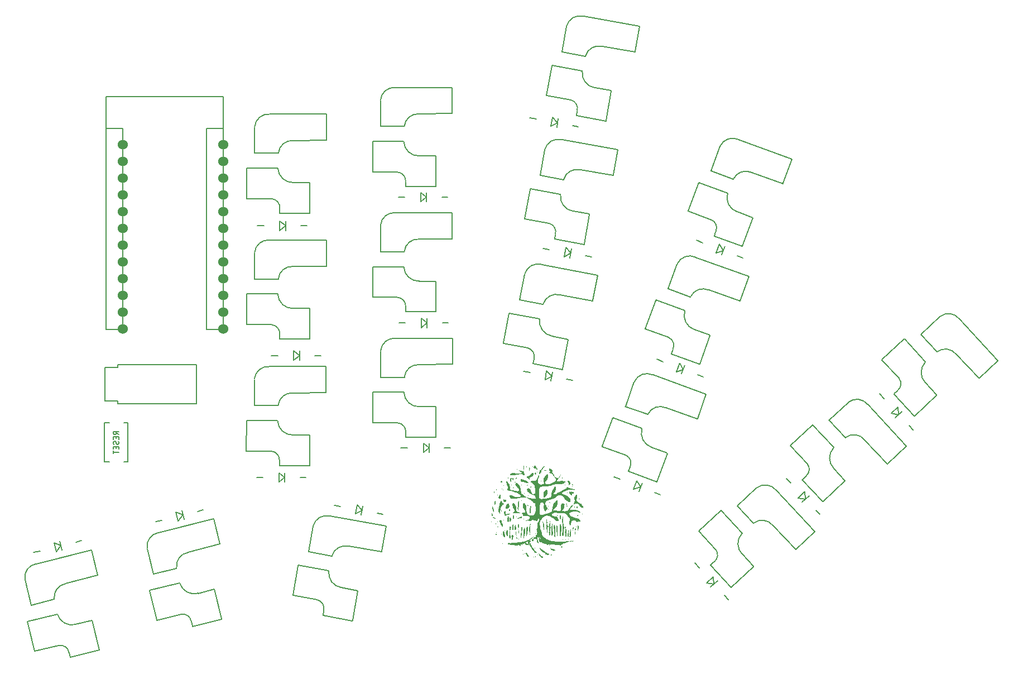
<source format=gbr>
%TF.GenerationSoftware,KiCad,Pcbnew,(6.0.2)*%
%TF.CreationDate,2022-03-03T13:29:25+00:00*%
%TF.ProjectId,yggdrasil,79676764-7261-4736-996c-2e6b69636164,1.0.0*%
%TF.SameCoordinates,Original*%
%TF.FileFunction,Legend,Bot*%
%TF.FilePolarity,Positive*%
%FSLAX46Y46*%
G04 Gerber Fmt 4.6, Leading zero omitted, Abs format (unit mm)*
G04 Created by KiCad (PCBNEW (6.0.2)) date 2022-03-03 13:29:25*
%MOMM*%
%LPD*%
G01*
G04 APERTURE LIST*
%ADD10C,0.150000*%
%ADD11C,1.524000*%
G04 APERTURE END LIST*
D10*
%TO.C,RSW1*%
X101877743Y-99614229D02*
X101496791Y-99347562D01*
X101877743Y-99157086D02*
X101077743Y-99157086D01*
X101077743Y-99461848D01*
X101115839Y-99538038D01*
X101153934Y-99576134D01*
X101230124Y-99614229D01*
X101344410Y-99614229D01*
X101420600Y-99576134D01*
X101458696Y-99538038D01*
X101496791Y-99461848D01*
X101496791Y-99157086D01*
X101458696Y-99957086D02*
X101458696Y-100223753D01*
X101877743Y-100338038D02*
X101877743Y-99957086D01*
X101077743Y-99957086D01*
X101077743Y-100338038D01*
X101839648Y-100642800D02*
X101877743Y-100757086D01*
X101877743Y-100947562D01*
X101839648Y-101023753D01*
X101801553Y-101061848D01*
X101725362Y-101099943D01*
X101649172Y-101099943D01*
X101572981Y-101061848D01*
X101534886Y-101023753D01*
X101496791Y-100947562D01*
X101458696Y-100795181D01*
X101420600Y-100718991D01*
X101382505Y-100680895D01*
X101306315Y-100642800D01*
X101230124Y-100642800D01*
X101153934Y-100680895D01*
X101115839Y-100718991D01*
X101077743Y-100795181D01*
X101077743Y-100985657D01*
X101115839Y-101099943D01*
X101458696Y-101442800D02*
X101458696Y-101709467D01*
X101877743Y-101823753D02*
X101877743Y-101442800D01*
X101077743Y-101442800D01*
X101077743Y-101823753D01*
X101077743Y-102052324D02*
X101077743Y-102509467D01*
X101877743Y-102280895D02*
X101077743Y-102280895D01*
%TO.C,SW14*%
X189651405Y-97184898D02*
X190988020Y-93512579D01*
X183475075Y-106771618D02*
X179199474Y-105215427D01*
X190988020Y-93512579D02*
X182883171Y-90562655D01*
X185065469Y-102402048D02*
X182669253Y-101529896D01*
X178800795Y-102729128D02*
X175253455Y-101438002D01*
X176835298Y-97091924D02*
X175238514Y-101405960D01*
X180077063Y-91620719D02*
X178727794Y-95327806D01*
X189635672Y-97228123D02*
X184874492Y-95544148D01*
X185080411Y-102434090D02*
X183507118Y-106756677D01*
X179442740Y-104532439D02*
X179203326Y-105190224D01*
X181260404Y-98675926D02*
X176843849Y-97068432D01*
X178724715Y-95336263D02*
X182117006Y-96570956D01*
X184896616Y-95556458D02*
G75*
G03*
X182129914Y-96550113I-886524J-1880177D01*
G01*
X182883171Y-90562655D02*
G75*
G03*
X180111341Y-91558702I-887891J-1883939D01*
G01*
X181256552Y-98701129D02*
G75*
G03*
X182741440Y-101550849I2167304J-682416D01*
G01*
X179459841Y-104485455D02*
G75*
G03*
X178799085Y-102733827I-1206192J545436D01*
G01*
%TO.C,D1*%
X123898559Y-67950364D02*
X122898559Y-67950364D01*
X129498559Y-67950364D02*
X130398559Y-67950364D01*
X127198559Y-67950364D02*
X126298559Y-68650364D01*
X127198559Y-68650364D02*
X127198559Y-67250364D01*
X126298559Y-68650364D02*
X126298559Y-67250364D01*
X126298559Y-67250364D02*
X127198559Y-67950364D01*
%TO.C,D16*%
X89920781Y-117251827D02*
X88950485Y-117493749D01*
X92080145Y-115992008D02*
X93122757Y-116453485D01*
X92418836Y-117350422D02*
X92080145Y-115992008D01*
X93292102Y-117132692D02*
X92953412Y-115774278D01*
X93122757Y-116453485D02*
X92418836Y-117350422D01*
X95354437Y-115897065D02*
X96227703Y-115679335D01*
%TO.C,SW10*%
X218521967Y-104036621D02*
X221380097Y-101371372D01*
X208666537Y-109774457D02*
X205563444Y-106446798D01*
X212067331Y-106603165D02*
X210328236Y-104738213D01*
X207144941Y-98135390D02*
X203763665Y-101254300D01*
X206336974Y-104050493D02*
X203762431Y-101289633D01*
X212517250Y-94732241D02*
X209632060Y-97422725D01*
X209625478Y-97428863D02*
X212087492Y-100069050D01*
X206090266Y-105948692D02*
X205578318Y-106426091D01*
X212066098Y-106638498D02*
X208701871Y-109775691D01*
X210368618Y-101555703D02*
X207163225Y-98118340D01*
X218488325Y-104067993D02*
X215010591Y-100406029D01*
X221380097Y-101371372D02*
X215497862Y-95063446D01*
X215497861Y-95063447D02*
G75*
G03*
X212575947Y-94692546I-1646407J-1275506D01*
G01*
X206126833Y-105914592D02*
G75*
G03*
X206333318Y-104053903I-827102J1033587D01*
G01*
X210353745Y-101576410D02*
G75*
G03*
X210383042Y-104789654I1621270J-1591973D01*
G01*
X215024714Y-100427041D02*
G75*
G03*
X212108456Y-100056338I-1643480J-1272776D01*
G01*
%TO.C,SW15*%
X192187794Y-118933746D02*
X191675846Y-119411145D01*
X198163626Y-119623552D02*
X194799399Y-122760745D01*
X198164859Y-119588219D02*
X196425764Y-117723267D01*
X192434502Y-117035547D02*
X189859959Y-114274687D01*
X198614778Y-107717295D02*
X195729588Y-110407779D01*
X207477625Y-114356426D02*
X201595390Y-108048500D01*
X196466146Y-114540757D02*
X193260753Y-111103394D01*
X194764065Y-122759511D02*
X191660972Y-119431852D01*
X195723006Y-110413917D02*
X198185020Y-113054104D01*
X204585853Y-117053047D02*
X201108119Y-113391083D01*
X204619495Y-117021675D02*
X207477625Y-114356426D01*
X193242469Y-111120444D02*
X189861193Y-114239354D01*
X201595389Y-108048501D02*
G75*
G03*
X198673475Y-107677600I-1646407J-1275506D01*
G01*
X201122242Y-113412095D02*
G75*
G03*
X198205984Y-113041392I-1643480J-1272776D01*
G01*
X192224361Y-118899646D02*
G75*
G03*
X192430846Y-117038957I-827102J1033587D01*
G01*
X196451273Y-114561464D02*
G75*
G03*
X196480570Y-117774708I1621270J-1591973D01*
G01*
%TO.C,D4*%
X195699071Y-72536107D02*
X196539294Y-72858638D01*
X192962471Y-70735824D02*
X193551836Y-71711861D01*
X190471021Y-70529247D02*
X189537440Y-70170879D01*
X192460756Y-72042836D02*
X192962471Y-70735824D01*
X193551836Y-71711861D02*
X192460756Y-72042836D01*
X193300979Y-72365367D02*
X193802694Y-71058355D01*
%TO.C,D3*%
X167431735Y-52894877D02*
X167674843Y-51516146D01*
X168439616Y-52361795D02*
X167431735Y-52894877D01*
X167674843Y-51516146D02*
X168439616Y-52361795D01*
X170704674Y-52761186D02*
X171591001Y-52917469D01*
X165189750Y-51788756D02*
X164204943Y-51615108D01*
X168318062Y-53051161D02*
X168561170Y-51672430D01*
%TO.C,D2*%
X148579339Y-63596960D02*
X147679339Y-64296960D01*
X147679339Y-64296960D02*
X147679339Y-62896960D01*
X147679339Y-62896960D02*
X148579339Y-63596960D01*
X145279339Y-63596960D02*
X144279339Y-63596960D01*
X150879339Y-63596960D02*
X151779339Y-63596960D01*
X148579339Y-64296960D02*
X148579339Y-62896960D01*
%TO.C,D14*%
X180781849Y-108236405D02*
X181283564Y-106929393D01*
X181032706Y-107582899D02*
X179941626Y-107913874D01*
X179941626Y-107913874D02*
X180443341Y-106606862D01*
X180443341Y-106606862D02*
X181032706Y-107582899D01*
X183179941Y-108407145D02*
X184020164Y-108729676D01*
X177951891Y-106400285D02*
X177018310Y-106041917D01*
%TO.C,SW3*%
X180188905Y-41588372D02*
X175207638Y-40756750D01*
X169801797Y-37725991D02*
X169116755Y-41611058D01*
X180875510Y-37694442D02*
X172381543Y-36196726D01*
X170473873Y-48887261D02*
X166756224Y-48231739D01*
X180196893Y-41543071D02*
X180875510Y-37694442D01*
X172192284Y-44468529D02*
X167563688Y-43652383D01*
X169115192Y-41619921D02*
X172670348Y-42246791D01*
X176586576Y-47477300D02*
X174075316Y-47034497D01*
X175779112Y-52056656D02*
X171298236Y-51266557D01*
X167559346Y-43677003D02*
X166735946Y-48202778D01*
X176606855Y-47506260D02*
X175808073Y-52036377D01*
X171419207Y-50551703D02*
X171297654Y-51241068D01*
X172192866Y-44494018D02*
G75*
G03*
X174150045Y-47042597I2252879J-295700D01*
G01*
X171427889Y-50502463D02*
G75*
G03*
X170473005Y-48892185I-1282581J327697D01*
G01*
X175231563Y-40765030D02*
G75*
G03*
X172679440Y-42224023I-546566J-2005556D01*
G01*
X172381543Y-36196727D02*
G75*
G03*
X169824785Y-37658965I-547260J-2009498D01*
G01*
%TO.C,SW6*%
X133368720Y-70119944D02*
X124743720Y-70119944D01*
X130843720Y-85148944D02*
X126293720Y-85148944D01*
X125993720Y-78298944D02*
X121293720Y-78298944D01*
X133368720Y-74027944D02*
X133368720Y-70119944D01*
X121293720Y-78323944D02*
X121268721Y-82923944D01*
X125068720Y-82948944D02*
X121293720Y-82948944D01*
X130843720Y-80498944D02*
X128293720Y-80498944D01*
X126288720Y-84423944D02*
X126288720Y-85123944D01*
X133368720Y-74073944D02*
X128318720Y-74119944D01*
X130868720Y-80523943D02*
X130868720Y-85123944D01*
X122468720Y-76027944D02*
X126078720Y-76027944D01*
X122468720Y-72073944D02*
X122468720Y-76018944D01*
X125998720Y-78323944D02*
G75*
G03*
X128368720Y-80493944I2270000J100000D01*
G01*
X126288720Y-84373944D02*
G75*
G03*
X125068720Y-82953944I-1320000J100000D01*
G01*
X124743720Y-70119944D02*
G75*
G03*
X122479720Y-72003944I-190000J-2074000D01*
G01*
X128343720Y-74123945D02*
G75*
G03*
X126083721Y-76003943I-190001J-2069997D01*
G01*
%TO.C,D17*%
X108410886Y-112591810D02*
X107440590Y-112833732D01*
X110570250Y-111331991D02*
X111612862Y-111793468D01*
X113844542Y-111237048D02*
X114717808Y-111019318D01*
X111612862Y-111793468D02*
X110908941Y-112690405D01*
X111782207Y-112472675D02*
X111443517Y-111114261D01*
X110908941Y-112690405D02*
X110570250Y-111331991D01*
%TO.C,D5*%
X221776634Y-98279019D02*
X222390433Y-98937238D01*
X219696091Y-97074305D02*
X220719986Y-96119507D01*
X217957444Y-94183439D02*
X217275445Y-93452085D01*
X220106187Y-95461289D02*
X220208038Y-96596906D01*
X220208038Y-96596906D02*
X219082292Y-96416086D01*
X219082292Y-96416086D02*
X220106187Y-95461289D01*
%TO.C,SW16*%
X94329945Y-132704829D02*
X94499290Y-133384036D01*
X92789350Y-131568788D02*
X89126483Y-132482043D01*
X92561936Y-126833135D02*
X88001546Y-127970168D01*
X98695747Y-120949461D02*
X93806882Y-122215800D01*
X98925036Y-132306339D02*
X94510190Y-133407084D01*
X98684619Y-120904828D02*
X97739188Y-117112912D01*
X88007594Y-127994425D02*
X89096179Y-132463833D01*
X97800099Y-127794464D02*
X95325845Y-128411365D01*
X87635680Y-121645818D02*
X88590062Y-125473635D01*
X88592239Y-125482368D02*
X92095007Y-124609030D01*
X97739188Y-117112912D02*
X89370387Y-119199488D01*
X97830404Y-127812672D02*
X98943245Y-132276034D01*
X93832107Y-122213634D02*
G75*
G03*
X92094053Y-124584532I316421J-2054475D01*
G01*
X89370387Y-119199489D02*
G75*
G03*
X87629419Y-121575237I317390J-2058358D01*
G01*
X92572836Y-126856182D02*
G75*
G03*
X95397407Y-128388369I2178379J646192D01*
G01*
X94317849Y-132656314D02*
G75*
G03*
X92790559Y-131573639I-1304983J-222308D01*
G01*
%TO.C,U1*%
X117709438Y-48374041D02*
X117709438Y-83658296D01*
X99929438Y-48374041D02*
X117709438Y-48374041D01*
X115169438Y-83658296D02*
X115169438Y-53178296D01*
X99929438Y-83658296D02*
X99929438Y-48374041D01*
X117709438Y-83658296D02*
X115169438Y-83658296D01*
X102469438Y-53178296D02*
X102469438Y-83658296D01*
X99929438Y-53178296D02*
X102469438Y-53178296D01*
X102469438Y-83658296D02*
X99929438Y-83658296D01*
X99929438Y-83658296D02*
X99929438Y-53178296D01*
X117709438Y-53178296D02*
X117709438Y-83658296D01*
X115169438Y-53178296D02*
X117709438Y-53178296D01*
%TO.C,SW7*%
X140403734Y-74179398D02*
X140378735Y-78779398D01*
X145103734Y-74154398D02*
X140403734Y-74154398D01*
X149953734Y-81004398D02*
X145403734Y-81004398D01*
X152478734Y-65975398D02*
X143853734Y-65975398D01*
X144178734Y-78804398D02*
X140403734Y-78804398D01*
X149953734Y-76354398D02*
X147403734Y-76354398D01*
X141578734Y-67929398D02*
X141578734Y-71874398D01*
X152478734Y-69929398D02*
X147428734Y-69975398D01*
X149978734Y-76379397D02*
X149978734Y-80979398D01*
X152478734Y-69883398D02*
X152478734Y-65975398D01*
X145398734Y-80279398D02*
X145398734Y-80979398D01*
X141578734Y-71883398D02*
X145188734Y-71883398D01*
X145108734Y-74179398D02*
G75*
G03*
X147478734Y-76349398I2270000J100000D01*
G01*
X147453734Y-69979399D02*
G75*
G03*
X145193735Y-71859397I-190001J-2069997D01*
G01*
X145398734Y-80229398D02*
G75*
G03*
X144178734Y-78809398I-1320000J100000D01*
G01*
X143853734Y-65975398D02*
G75*
G03*
X141589734Y-67859398I-190000J-2074000D01*
G01*
%TO.C,D11*%
X129370630Y-106107852D02*
X130270630Y-106107852D01*
X127070630Y-106107852D02*
X126170630Y-106807852D01*
X126170630Y-106807852D02*
X126170630Y-105407852D01*
X123770630Y-106107852D02*
X122770630Y-106107852D01*
X126170630Y-105407852D02*
X127070630Y-106107852D01*
X127070630Y-106807852D02*
X127070630Y-105407852D01*
%TO.C,D8*%
X170319349Y-72798702D02*
X170562457Y-71419971D01*
X167191037Y-71536297D02*
X166206230Y-71362649D01*
X169676130Y-71263687D02*
X170440903Y-72109336D01*
X170440903Y-72109336D02*
X169433022Y-72642418D01*
X172705961Y-72508727D02*
X173592288Y-72665010D01*
X169433022Y-72642418D02*
X169676130Y-71263687D01*
%TO.C,SW17*%
X117239002Y-116180498D02*
X116293571Y-112388582D01*
X117479419Y-127582009D02*
X113064573Y-128682754D01*
X106561977Y-123270095D02*
X107650562Y-127739503D01*
X116293571Y-112388582D02*
X107924770Y-114475158D01*
X107146622Y-120758038D02*
X110649390Y-119884700D01*
X106190063Y-116921488D02*
X107144445Y-120749305D01*
X117250130Y-116225131D02*
X112361265Y-117491470D01*
X112884328Y-127980499D02*
X113053673Y-128659706D01*
X111116319Y-122108805D02*
X106555929Y-123245838D01*
X116384787Y-123088342D02*
X117497628Y-127551704D01*
X116354482Y-123070134D02*
X113880228Y-123687035D01*
X111343733Y-126844458D02*
X107680866Y-127757713D01*
X112872232Y-127931984D02*
G75*
G03*
X111344942Y-126849309I-1304983J-222308D01*
G01*
X112386490Y-117489304D02*
G75*
G03*
X110648436Y-119860202I316421J-2054475D01*
G01*
X111127219Y-122131852D02*
G75*
G03*
X113951790Y-123664039I2178379J646192D01*
G01*
X107924770Y-114475159D02*
G75*
G03*
X106183802Y-116850907I317390J-2058358D01*
G01*
%TO.C,SW8*%
X164260026Y-62388346D02*
X163436626Y-66914121D01*
X177576190Y-56405785D02*
X169082223Y-54908069D01*
X172479792Y-70767999D02*
X167998916Y-69977900D01*
X168119887Y-69263046D02*
X167998334Y-69952411D01*
X173307535Y-66217603D02*
X172508753Y-70747720D01*
X168892964Y-63179872D02*
X164264368Y-62363726D01*
X173287256Y-66188643D02*
X170775996Y-65745840D01*
X167174553Y-67598604D02*
X163456904Y-66943082D01*
X176889585Y-60299715D02*
X171908318Y-59468093D01*
X166502477Y-56437334D02*
X165817435Y-60322401D01*
X176897573Y-60254414D02*
X177576190Y-56405785D01*
X165815872Y-60331264D02*
X169371028Y-60958134D01*
X168893546Y-63205361D02*
G75*
G03*
X170850725Y-65753940I2252879J-295700D01*
G01*
X169082223Y-54908070D02*
G75*
G03*
X166525465Y-56370308I-547260J-2009498D01*
G01*
X171932243Y-59476373D02*
G75*
G03*
X169380120Y-60935366I-546566J-2005556D01*
G01*
X168128569Y-69213806D02*
G75*
G03*
X167173685Y-67603528I-1282581J327697D01*
G01*
%TO.C,SW18*%
X129102519Y-119462894D02*
X128279119Y-123988669D01*
X131344970Y-113511882D02*
X130659928Y-117396949D01*
X141740066Y-117328962D02*
X142418683Y-113480333D01*
X132017046Y-124673152D02*
X128299397Y-124017630D01*
X138150028Y-123292151D02*
X137351246Y-127822268D01*
X138129749Y-123263191D02*
X135618489Y-122820388D01*
X141732078Y-117374263D02*
X136750811Y-116542641D01*
X142418683Y-113480333D02*
X133924716Y-111982617D01*
X130658365Y-117405812D02*
X134213521Y-118032682D01*
X132962380Y-126337594D02*
X132840827Y-127026959D01*
X133735457Y-120254420D02*
X129106861Y-119438274D01*
X137322285Y-127842547D02*
X132841409Y-127052448D01*
X133736039Y-120279909D02*
G75*
G03*
X135693218Y-122828488I2252879J-295700D01*
G01*
X132971062Y-126288354D02*
G75*
G03*
X132016178Y-124678076I-1282581J327697D01*
G01*
X133924716Y-111982618D02*
G75*
G03*
X131367958Y-113444856I-547260J-2009498D01*
G01*
X136774736Y-116550921D02*
G75*
G03*
X134222613Y-118009914I-546566J-2005556D01*
G01*
%TO.C,D9*%
X186940427Y-88763996D02*
X187529792Y-89740033D01*
X186438712Y-90071008D02*
X186940427Y-88763996D01*
X184448977Y-88557419D02*
X183515396Y-88199051D01*
X187529792Y-89740033D02*
X186438712Y-90071008D01*
X187278935Y-90393539D02*
X187780650Y-89086527D01*
X189677027Y-90564279D02*
X190517250Y-90886810D01*
%TO.C,SW2*%
X141576094Y-52894457D02*
X145186094Y-52894457D01*
X141576094Y-48940457D02*
X141576094Y-52885457D01*
X152476094Y-50894457D02*
X152476094Y-46986457D01*
X145396094Y-61290457D02*
X145396094Y-61990457D01*
X149951094Y-62015457D02*
X145401094Y-62015457D01*
X149951094Y-57365457D02*
X147401094Y-57365457D01*
X152476094Y-50940457D02*
X147426094Y-50986457D01*
X140401094Y-55190457D02*
X140376095Y-59790457D01*
X145101094Y-55165457D02*
X140401094Y-55165457D01*
X152476094Y-46986457D02*
X143851094Y-46986457D01*
X149976094Y-57390456D02*
X149976094Y-61990457D01*
X144176094Y-59815457D02*
X140401094Y-59815457D01*
X145106094Y-55190457D02*
G75*
G03*
X147476094Y-57360457I2270000J100000D01*
G01*
X143851094Y-46986457D02*
G75*
G03*
X141587094Y-48870457I-190000J-2074000D01*
G01*
X147451094Y-50990458D02*
G75*
G03*
X145191095Y-52870456I-190001J-2069997D01*
G01*
X145396094Y-61240457D02*
G75*
G03*
X144176094Y-59820457I-1320000J100000D01*
G01*
%TO.C,D12*%
X148078546Y-100944304D02*
X148978546Y-101644304D01*
X148978546Y-102344304D02*
X148978546Y-100944304D01*
X151278546Y-101644304D02*
X152178546Y-101644304D01*
X148978546Y-101644304D02*
X148078546Y-102344304D01*
X148078546Y-102344304D02*
X148078546Y-100944304D01*
X145678546Y-101644304D02*
X144678546Y-101644304D01*
%TO.C,J2*%
X101687485Y-88975828D02*
X113687485Y-88975828D01*
X101687485Y-94475828D02*
X99787485Y-94475828D01*
X101687485Y-94975828D02*
X101687485Y-94475828D01*
X99787485Y-94425828D02*
X99787485Y-89475828D01*
X101687485Y-89475828D02*
X99787485Y-89475828D01*
X113687485Y-94975828D02*
X101687485Y-94975828D01*
X113687485Y-88975828D02*
X113687485Y-94975828D01*
X101687485Y-88975828D02*
X101687485Y-89475828D01*
%TO.C,D18*%
X141053497Y-111504757D02*
X141939824Y-111661040D01*
X138788439Y-111105366D02*
X137780558Y-111638448D01*
X138666885Y-111794732D02*
X138909993Y-110416001D01*
X137780558Y-111638448D02*
X138023666Y-110259717D01*
X138023666Y-110259717D02*
X138788439Y-111105366D01*
X135538573Y-110532327D02*
X134553766Y-110358679D01*
%TO.C,D7*%
X147763098Y-83401749D02*
X147763098Y-82001749D01*
X148663098Y-82701749D02*
X147763098Y-83401749D01*
X145363098Y-82701749D02*
X144363098Y-82701749D01*
X148663098Y-83401749D02*
X148663098Y-82001749D01*
X147763098Y-82001749D02*
X148663098Y-82701749D01*
X150963098Y-82701749D02*
X151863098Y-82701749D01*
%TO.C,RSW1*%
X103215839Y-103776134D02*
X102615839Y-103776134D01*
X99715839Y-103776134D02*
X100415839Y-103776134D01*
X99715839Y-103776134D02*
X99715839Y-97876134D01*
X103215839Y-97776134D02*
X103215839Y-103776134D01*
X103215839Y-97776134D02*
X102615839Y-97776134D01*
X99715839Y-97776134D02*
X100415839Y-97776134D01*
X99715839Y-103776134D02*
X99715839Y-97776134D01*
%TO.C,SW13*%
X173774447Y-79344719D02*
X168808453Y-78426288D01*
X163456329Y-75301646D02*
X162703587Y-79174165D01*
X163933512Y-86472945D02*
X160227869Y-85752641D01*
X170089661Y-85199190D02*
X169211940Y-89714677D01*
X169182629Y-89734447D02*
X164716225Y-88866266D01*
X164849654Y-88153632D02*
X164716087Y-88840771D01*
X174528906Y-75463365D02*
X166062371Y-73817637D01*
X165728779Y-82084877D02*
X161115131Y-81188075D01*
X161110361Y-81212616D02*
X160208100Y-85723331D01*
X170069891Y-85169881D02*
X167566741Y-84683318D01*
X173783224Y-79299564D02*
X174528906Y-75463365D01*
X162701870Y-79183000D02*
X166245544Y-79871821D01*
X168832230Y-78434984D02*
G75*
G03*
X166255033Y-79849215I-581484J-1995713D01*
G01*
X166062371Y-73817637D02*
G75*
G03*
X163480483Y-75235031I-582247J-1999641D01*
G01*
X165728917Y-82110372D02*
G75*
G03*
X167641317Y-84692720I2247374J-334974D01*
G01*
X164859194Y-88104551D02*
G75*
G03*
X163932558Y-86477853I-1276667J350031D01*
G01*
%TO.C,SW1*%
X133383443Y-51032516D02*
X124758443Y-51032516D01*
X133383443Y-54986516D02*
X128333443Y-55032516D01*
X122483443Y-56940516D02*
X126093443Y-56940516D01*
X126008443Y-59211516D02*
X121308443Y-59211516D01*
X126303443Y-65336516D02*
X126303443Y-66036516D01*
X125083443Y-63861516D02*
X121308443Y-63861516D01*
X121308443Y-59236516D02*
X121283444Y-63836516D01*
X130858443Y-66061516D02*
X126308443Y-66061516D01*
X130858443Y-61411516D02*
X128308443Y-61411516D01*
X122483443Y-52986516D02*
X122483443Y-56931516D01*
X130883443Y-61436515D02*
X130883443Y-66036516D01*
X133383443Y-54940516D02*
X133383443Y-51032516D01*
X128358443Y-55036517D02*
G75*
G03*
X126098444Y-56916515I-190001J-2069997D01*
G01*
X126303443Y-65286516D02*
G75*
G03*
X125083443Y-63866516I-1320000J100000D01*
G01*
X126013443Y-59236516D02*
G75*
G03*
X128383443Y-61406516I2270000J100000D01*
G01*
X124758443Y-51032516D02*
G75*
G03*
X122494443Y-52916516I-190000J-2074000D01*
G01*
%TO.C,D10*%
X205970532Y-108254112D02*
X206072383Y-109389729D01*
X204946637Y-109208909D02*
X205970532Y-108254112D01*
X205560436Y-109867128D02*
X206584331Y-108912330D01*
X206072383Y-109389729D02*
X204946637Y-109208909D01*
X207640979Y-111071842D02*
X208254778Y-111730061D01*
X203821789Y-106976262D02*
X203139790Y-106244908D01*
%TO.C,D13*%
X169817927Y-91191043D02*
X170704254Y-91347326D01*
X167431315Y-91481018D02*
X167674423Y-90102287D01*
X167552869Y-90791652D02*
X166544988Y-91324734D01*
X166544988Y-91324734D02*
X166788096Y-89946003D01*
X166788096Y-89946003D02*
X167552869Y-90791652D01*
X164303003Y-90218613D02*
X163318196Y-90044965D01*
%TO.C,SW9*%
X185221792Y-77493408D02*
X188614083Y-78728101D01*
X191562546Y-84559193D02*
X189166330Y-83687041D01*
X186574140Y-73777864D02*
X185224871Y-77484951D01*
X185939817Y-86689584D02*
X185700403Y-87347369D01*
X197485097Y-75669724D02*
X189380248Y-72719800D01*
X191577488Y-84591235D02*
X190004195Y-88913822D01*
X189972152Y-88928763D02*
X185696551Y-87372572D01*
X183332375Y-79249069D02*
X181735591Y-83563105D01*
X196132749Y-79385268D02*
X191371569Y-77701293D01*
X196148482Y-79342043D02*
X197485097Y-75669724D01*
X187757481Y-80833071D02*
X183340926Y-79225577D01*
X185297872Y-84886273D02*
X181750532Y-83595147D01*
X189380248Y-72719800D02*
G75*
G03*
X186608418Y-73715847I-887891J-1883939D01*
G01*
X185956918Y-86642600D02*
G75*
G03*
X185296162Y-84890972I-1206192J545436D01*
G01*
X191393693Y-77713603D02*
G75*
G03*
X188626991Y-78707258I-886524J-1880177D01*
G01*
X187753629Y-80858274D02*
G75*
G03*
X189238517Y-83707994I2167304J-682416D01*
G01*
%TO.C,SW11*%
X133336639Y-89305851D02*
X124711639Y-89305851D01*
X125961639Y-97484851D02*
X121261639Y-97484851D01*
X130836639Y-99709850D02*
X130836639Y-104309851D01*
X130811639Y-104334851D02*
X126261639Y-104334851D01*
X133336639Y-93259851D02*
X128286639Y-93305851D01*
X133336639Y-93213851D02*
X133336639Y-89305851D01*
X126256639Y-103609851D02*
X126256639Y-104309851D01*
X122436639Y-95213851D02*
X126046639Y-95213851D01*
X122436639Y-91259851D02*
X122436639Y-95204851D01*
X121261639Y-97509851D02*
X121236640Y-102109851D01*
X125036639Y-102134851D02*
X121261639Y-102134851D01*
X130811639Y-99684851D02*
X128261639Y-99684851D01*
X128311639Y-93309852D02*
G75*
G03*
X126051640Y-95189850I-190001J-2069997D01*
G01*
X125966639Y-97509851D02*
G75*
G03*
X128336639Y-99679851I2270000J100000D01*
G01*
X126256639Y-103559851D02*
G75*
G03*
X125036639Y-102139851I-1320000J100000D01*
G01*
X124711639Y-89305851D02*
G75*
G03*
X122447639Y-91189851I-190000J-2074000D01*
G01*
%TO.C,D15*%
X191056698Y-122081461D02*
X192097101Y-121144679D01*
X189970986Y-119829522D02*
X189301856Y-119086378D01*
X192097101Y-121144679D02*
X192179117Y-122281900D01*
X192179117Y-122281900D02*
X191056698Y-122081461D01*
X193718118Y-123991134D02*
X194320335Y-124659964D01*
X191658916Y-122750292D02*
X192699319Y-121813509D01*
%TO.C,SW4*%
X191794967Y-67043402D02*
X188247627Y-65752276D01*
X202629844Y-61542397D02*
X197868664Y-59858422D01*
X202645577Y-61499172D02*
X203982192Y-57826853D01*
X198059641Y-66716322D02*
X195663425Y-65844170D01*
X189829470Y-61406198D02*
X188232686Y-65720234D01*
X198074583Y-66748364D02*
X196501290Y-71070951D01*
X203982192Y-57826853D02*
X195877343Y-54876929D01*
X194254576Y-62990200D02*
X189838021Y-61382706D01*
X196469247Y-71085892D02*
X192193646Y-69529701D01*
X192436912Y-68846713D02*
X192197498Y-69504498D01*
X193071235Y-55934993D02*
X191721966Y-59642080D01*
X191718887Y-59650537D02*
X195111178Y-60885230D01*
X197890788Y-59870732D02*
G75*
G03*
X195124086Y-60864387I-886524J-1880177D01*
G01*
X194250724Y-63015403D02*
G75*
G03*
X195735612Y-65865123I2167304J-682416D01*
G01*
X195877343Y-54876929D02*
G75*
G03*
X193105513Y-55872976I-887891J-1883939D01*
G01*
X192454013Y-68799729D02*
G75*
G03*
X191793257Y-67048101I-1206192J545436D01*
G01*
%TO.C,D6*%
X129315681Y-87616783D02*
X128415681Y-88316783D01*
X128415681Y-88316783D02*
X128415681Y-86916783D01*
X131615681Y-87616783D02*
X132515681Y-87616783D01*
X128415681Y-86916783D02*
X129315681Y-87616783D01*
X126015681Y-87616783D02*
X125015681Y-87616783D01*
X129315681Y-88316783D02*
X129315681Y-86916783D01*
%TO.C,SW5*%
X224271085Y-88570684D02*
X221065692Y-85133321D01*
X232390792Y-91082974D02*
X228913058Y-87421010D01*
X220239441Y-91065474D02*
X217664898Y-88304614D01*
X219992733Y-92963673D02*
X219480785Y-93441072D01*
X223527945Y-84443844D02*
X225989959Y-87084031D01*
X221047408Y-85150371D02*
X217666132Y-88269281D01*
X222569004Y-96789438D02*
X219465911Y-93461779D01*
X225969798Y-93618146D02*
X224230703Y-91753194D01*
X235282564Y-88386353D02*
X229400329Y-82078427D01*
X232424434Y-91051602D02*
X235282564Y-88386353D01*
X225968565Y-93653479D02*
X222604338Y-96790672D01*
X226419717Y-81747222D02*
X223534527Y-84437706D01*
X220029300Y-92929573D02*
G75*
G03*
X220235785Y-91068884I-827102J1033587D01*
G01*
X229400328Y-82078428D02*
G75*
G03*
X226478414Y-81707527I-1646407J-1275506D01*
G01*
X228927181Y-87442022D02*
G75*
G03*
X226010923Y-87071319I-1643480J-1272776D01*
G01*
X224256212Y-88591391D02*
G75*
G03*
X224285509Y-91804635I1621270J-1591973D01*
G01*
%TO.C,SW12*%
X144196072Y-97841105D02*
X140421072Y-97841105D01*
X141596072Y-90920105D02*
X145206072Y-90920105D01*
X149971072Y-100041105D02*
X145421072Y-100041105D01*
X141596072Y-86966105D02*
X141596072Y-90911105D01*
X152496072Y-88966105D02*
X147446072Y-89012105D01*
X149971072Y-95391105D02*
X147421072Y-95391105D01*
X149996072Y-95416104D02*
X149996072Y-100016105D01*
X140421072Y-93216105D02*
X140396073Y-97816105D01*
X145121072Y-93191105D02*
X140421072Y-93191105D01*
X152496072Y-88920105D02*
X152496072Y-85012105D01*
X152496072Y-85012105D02*
X143871072Y-85012105D01*
X145416072Y-99316105D02*
X145416072Y-100016105D01*
X145416072Y-99266105D02*
G75*
G03*
X144196072Y-97846105I-1320000J100000D01*
G01*
X143871072Y-85012105D02*
G75*
G03*
X141607072Y-86896105I-190000J-2074000D01*
G01*
X147471072Y-89016106D02*
G75*
G03*
X145211073Y-90896104I-190001J-2069997D01*
G01*
X145126072Y-93216105D02*
G75*
G03*
X147496072Y-95386105I2270000J100000D01*
G01*
%TO.C,G\u002A\u002A\u002A*%
G36*
X171537426Y-111785858D02*
G01*
X171557494Y-111818330D01*
X171559408Y-111864508D01*
X171538248Y-111916575D01*
X171513336Y-111948342D01*
X171493655Y-111962389D01*
X171473593Y-111956583D01*
X171448109Y-111925489D01*
X171435852Y-111879180D01*
X171439391Y-111831003D01*
X171461295Y-111794304D01*
X171462512Y-111793307D01*
X171504125Y-111774911D01*
X171537426Y-111785858D01*
G37*
G36*
X168986764Y-109511488D02*
G01*
X168995358Y-109552935D01*
X168990984Y-109582702D01*
X168977258Y-109598726D01*
X168971291Y-109597802D01*
X168947594Y-109576165D01*
X168934018Y-109539516D01*
X168938292Y-109506205D01*
X168943390Y-109499314D01*
X168966622Y-109491305D01*
X168986764Y-109511488D01*
G37*
G36*
X167713682Y-116943913D02*
G01*
X167822906Y-116989863D01*
X167864095Y-117012386D01*
X167918159Y-117036377D01*
X167954736Y-117045821D01*
X167979064Y-117049856D01*
X168023351Y-117069172D01*
X168060541Y-117096338D01*
X168076155Y-117122241D01*
X168070807Y-117140628D01*
X168040587Y-117175187D01*
X167995584Y-117203567D01*
X167949530Y-117215639D01*
X167907880Y-117221441D01*
X167852881Y-117241275D01*
X167807687Y-117257690D01*
X167758274Y-117248487D01*
X167722830Y-117204907D01*
X167681893Y-117155746D01*
X167610335Y-117116289D01*
X167515348Y-117091178D01*
X167467536Y-117080619D01*
X167443965Y-117063678D01*
X167438341Y-117033406D01*
X167439146Y-117021230D01*
X167456681Y-116987730D01*
X167503396Y-116960767D01*
X167604393Y-116935204D01*
X167713682Y-116943913D01*
G37*
G36*
X158596006Y-112009287D02*
G01*
X158606706Y-112034638D01*
X158641711Y-112092127D01*
X158681838Y-112133870D01*
X158718480Y-112149981D01*
X158729672Y-112150662D01*
X158785267Y-112165699D01*
X158850913Y-112196072D01*
X158917619Y-112235959D01*
X158976396Y-112279538D01*
X159018255Y-112320986D01*
X159034206Y-112354480D01*
X159032646Y-112363558D01*
X159012276Y-112374198D01*
X158966954Y-112364114D01*
X158894952Y-112332765D01*
X158794540Y-112279610D01*
X158718884Y-112236407D01*
X158665420Y-112201875D01*
X158631199Y-112172035D01*
X158608990Y-112140524D01*
X158591563Y-112100979D01*
X158582198Y-112073723D01*
X158571956Y-112028201D01*
X158574464Y-112004179D01*
X158579629Y-112000754D01*
X158596006Y-112009287D01*
G37*
G36*
X170241989Y-115227941D02*
G01*
X170242847Y-115245254D01*
X170239013Y-115250324D01*
X170212494Y-115264014D01*
X170206186Y-115262568D01*
X170205328Y-115245254D01*
X170209162Y-115240185D01*
X170235681Y-115226495D01*
X170241989Y-115227941D01*
G37*
G36*
X161653867Y-114828464D02*
G01*
X161698331Y-114889446D01*
X161718809Y-114935714D01*
X161732965Y-115005305D01*
X161722991Y-115078462D01*
X161688454Y-115167390D01*
X161659545Y-115244129D01*
X161641634Y-115364362D01*
X161640859Y-115393464D01*
X161633869Y-115468698D01*
X161621993Y-115531333D01*
X161611979Y-115562093D01*
X161590913Y-115593342D01*
X161558737Y-115601680D01*
X161528417Y-115598541D01*
X161491405Y-115574974D01*
X161478553Y-115526110D01*
X161488644Y-115449303D01*
X161493788Y-115425953D01*
X161508595Y-115315419D01*
X161501489Y-115217129D01*
X161471663Y-115115184D01*
X161451379Y-115058701D01*
X161442858Y-115017295D01*
X161447327Y-114980143D01*
X161464142Y-114931503D01*
X161464255Y-114931207D01*
X161504797Y-114855070D01*
X161552787Y-114812051D01*
X161603915Y-114802924D01*
X161653867Y-114828464D01*
G37*
G36*
X170074569Y-115246153D02*
G01*
X170078719Y-115257033D01*
X170076265Y-115293051D01*
X170075055Y-115296046D01*
X170054984Y-115319197D01*
X170035723Y-115310334D01*
X170027115Y-115273393D01*
X170033011Y-115240181D01*
X170051320Y-115226684D01*
X170074569Y-115246153D01*
G37*
G36*
X160443639Y-114189725D02*
G01*
X160452383Y-114203402D01*
X160453607Y-114240375D01*
X160438358Y-114266957D01*
X160426806Y-114260075D01*
X160422389Y-114219125D01*
X160422548Y-114208951D01*
X160428110Y-114183184D01*
X160443639Y-114189725D01*
G37*
G36*
X168004029Y-113349684D02*
G01*
X168030309Y-113394002D01*
X168052236Y-113470204D01*
X168070241Y-113579675D01*
X168084759Y-113723802D01*
X168096222Y-113903969D01*
X168099643Y-113975863D01*
X168105313Y-114117897D01*
X168110088Y-114267544D01*
X168113914Y-114419793D01*
X168116737Y-114569632D01*
X168118503Y-114712049D01*
X168119157Y-114842032D01*
X168118646Y-114954569D01*
X168116914Y-115044649D01*
X168113908Y-115107260D01*
X168109573Y-115137389D01*
X168096392Y-115159890D01*
X168070678Y-115167546D01*
X168040804Y-115140370D01*
X168007994Y-115079714D01*
X167973470Y-114986931D01*
X167971113Y-114979557D01*
X167954233Y-114914368D01*
X167952172Y-114861036D01*
X167963898Y-114799339D01*
X167968870Y-114776967D01*
X167974323Y-114734424D01*
X167975182Y-114682485D01*
X167971157Y-114614229D01*
X167961962Y-114522737D01*
X167947306Y-114401089D01*
X167943347Y-114369564D01*
X167917347Y-114159635D01*
X167896433Y-113983148D01*
X167880539Y-113836833D01*
X167869598Y-113717419D01*
X167863542Y-113621633D01*
X167862307Y-113546205D01*
X167865824Y-113487864D01*
X167874028Y-113443339D01*
X167886851Y-113409358D01*
X167904227Y-113382650D01*
X167926089Y-113359945D01*
X167936670Y-113351157D01*
X167972960Y-113335864D01*
X168004029Y-113349684D01*
G37*
G36*
X169186236Y-106154662D02*
G01*
X169198248Y-106211057D01*
X169199866Y-106248927D01*
X169192887Y-106272931D01*
X169172350Y-106275264D01*
X169146339Y-106262292D01*
X169114004Y-106228934D01*
X169104688Y-106213934D01*
X169098162Y-106185679D01*
X169118630Y-106157750D01*
X169128940Y-106148280D01*
X169162961Y-106133621D01*
X169186236Y-106154662D01*
G37*
G36*
X165106534Y-105312943D02*
G01*
X165139317Y-105357170D01*
X165170301Y-105442253D01*
X165181975Y-105540667D01*
X165169109Y-105629224D01*
X165148108Y-105673346D01*
X165115675Y-105695373D01*
X165077839Y-105680819D01*
X165036251Y-105629678D01*
X165014919Y-105589776D01*
X165002470Y-105537989D01*
X165005635Y-105470761D01*
X165021678Y-105385938D01*
X165045449Y-105329252D01*
X165074489Y-105304279D01*
X165106534Y-105312943D01*
G37*
G36*
X162998712Y-109547913D02*
G01*
X163009750Y-109585557D01*
X163002030Y-109632650D01*
X162995908Y-109646553D01*
X162983783Y-109651968D01*
X162962383Y-109627227D01*
X162960070Y-109623985D01*
X162941862Y-109580957D01*
X162946834Y-109546911D01*
X162973644Y-109533068D01*
X162998712Y-109547913D01*
G37*
G36*
X160387776Y-109469311D02*
G01*
X160455227Y-109473986D01*
X160533555Y-109484078D01*
X160584121Y-109501184D01*
X160612875Y-109529412D01*
X160625765Y-109572867D01*
X160628740Y-109635656D01*
X160627651Y-109664721D01*
X160610377Y-109740423D01*
X160573724Y-109788402D01*
X160519811Y-109805354D01*
X160477608Y-109810903D01*
X160422389Y-109829707D01*
X160389320Y-109842768D01*
X160366624Y-109834016D01*
X160340691Y-109797597D01*
X160338319Y-109793845D01*
X160298235Y-109740712D01*
X160251585Y-109690681D01*
X160218416Y-109653698D01*
X160201462Y-109611233D01*
X160197278Y-109548986D01*
X160197278Y-109458020D01*
X160387776Y-109469311D01*
G37*
G36*
X166469276Y-104402051D02*
G01*
X166481621Y-104432510D01*
X166469150Y-104463914D01*
X166434994Y-104509323D01*
X166388281Y-104558088D01*
X166338171Y-104600691D01*
X166293826Y-104627613D01*
X166268510Y-104639894D01*
X166243718Y-104667431D01*
X166237751Y-104715345D01*
X166236998Y-104732070D01*
X166225989Y-104773349D01*
X166197382Y-104818462D01*
X166145486Y-104877406D01*
X166077659Y-104961250D01*
X166007379Y-105096704D01*
X165990431Y-105139982D01*
X165945760Y-105243365D01*
X165895580Y-105348362D01*
X165844592Y-105445798D01*
X165797498Y-105526499D01*
X165759000Y-105581292D01*
X165747970Y-105593638D01*
X165709726Y-105627098D01*
X165679973Y-105640528D01*
X165667050Y-105637324D01*
X165658945Y-105620362D01*
X165658591Y-105581795D01*
X165665080Y-105513903D01*
X165666429Y-105501698D01*
X165674962Y-105415811D01*
X165683804Y-105315197D01*
X165691242Y-105219160D01*
X165703112Y-105051041D01*
X165815668Y-104988002D01*
X165835166Y-104976961D01*
X165918751Y-104924829D01*
X165975382Y-104877803D01*
X166011936Y-104829119D01*
X166035290Y-104772015D01*
X166068542Y-104705562D01*
X166129499Y-104652951D01*
X166147710Y-104640497D01*
X166192357Y-104601324D01*
X166217919Y-104565866D01*
X166245123Y-104517884D01*
X166288512Y-104470649D01*
X166339552Y-104431944D01*
X166391312Y-104405272D01*
X166436864Y-104394140D01*
X166469276Y-104402051D01*
G37*
G36*
X164344282Y-113144221D02*
G01*
X164354917Y-113180952D01*
X164353446Y-113234169D01*
X164341097Y-113284925D01*
X164320284Y-113315938D01*
X164304045Y-113324700D01*
X164262295Y-113327368D01*
X164230321Y-113293936D01*
X164222296Y-113257176D01*
X164231965Y-113211890D01*
X164255201Y-113169802D01*
X164285801Y-113139062D01*
X164317563Y-113127819D01*
X164344282Y-113144221D01*
G37*
G36*
X171269709Y-113576228D02*
G01*
X171283984Y-113594442D01*
X171283439Y-113598926D01*
X171265225Y-113613201D01*
X171260741Y-113612656D01*
X171246465Y-113594442D01*
X171247011Y-113589958D01*
X171265225Y-113575683D01*
X171269709Y-113576228D01*
G37*
G36*
X168342033Y-117164388D02*
G01*
X168357257Y-117211473D01*
X168343418Y-117228181D01*
X168296576Y-117230232D01*
X168280777Y-117228281D01*
X168245422Y-117214955D01*
X168235609Y-117186835D01*
X168243366Y-117160785D01*
X168280385Y-117142985D01*
X168302741Y-117142778D01*
X168342033Y-117164388D01*
G37*
G36*
X162537622Y-114148808D02*
G01*
X162560826Y-114185054D01*
X162567141Y-114207511D01*
X162575648Y-114270431D01*
X162579048Y-114347557D01*
X162577401Y-114426037D01*
X162570767Y-114493019D01*
X162559203Y-114535651D01*
X162542289Y-114556528D01*
X162523095Y-114557867D01*
X162520229Y-114553932D01*
X162507854Y-114517355D01*
X162496242Y-114457121D01*
X162486666Y-114384458D01*
X162480403Y-114310595D01*
X162478728Y-114246758D01*
X162482916Y-114204176D01*
X162489784Y-114182844D01*
X162512458Y-114148436D01*
X162537622Y-114148808D01*
G37*
G36*
X168794866Y-117064949D02*
G01*
X168819519Y-117081153D01*
X168827425Y-117114170D01*
X168814018Y-117146190D01*
X168807166Y-117150561D01*
X168773445Y-117157562D01*
X168729989Y-117157908D01*
X168692443Y-117152191D01*
X168676451Y-117141001D01*
X168682545Y-117126267D01*
X168712463Y-117098600D01*
X168754270Y-117074932D01*
X168793180Y-117064900D01*
X168794866Y-117064949D01*
G37*
G36*
X170468054Y-113997667D02*
G01*
X170473704Y-114046412D01*
X170476387Y-114118816D01*
X170476145Y-114207372D01*
X170473019Y-114304574D01*
X170467050Y-114402914D01*
X170458278Y-114494885D01*
X170455818Y-114517027D01*
X170449026Y-114657541D01*
X170460497Y-114787260D01*
X170468919Y-114846081D01*
X170472493Y-114901264D01*
X170466808Y-114941348D01*
X170451274Y-114978610D01*
X170430231Y-115037332D01*
X170421059Y-115100502D01*
X170421028Y-115105045D01*
X170417085Y-115150771D01*
X170408553Y-115176471D01*
X170386572Y-115187761D01*
X170341666Y-115181954D01*
X170293282Y-115150728D01*
X170292032Y-115149548D01*
X170266460Y-115112711D01*
X170254571Y-115060222D01*
X170255779Y-114985440D01*
X170269496Y-114881725D01*
X170270791Y-114873206D01*
X170274940Y-114790777D01*
X170265951Y-114717009D01*
X170258695Y-114677961D01*
X170259555Y-114633409D01*
X170271677Y-114577519D01*
X170296697Y-114498665D01*
X170321658Y-114412593D01*
X170339355Y-114326507D01*
X170346022Y-114258167D01*
X170348041Y-114213938D01*
X170360168Y-114137062D01*
X170380605Y-114067883D01*
X170406282Y-114013804D01*
X170434131Y-113982227D01*
X170461085Y-113980556D01*
X170468054Y-113997667D01*
G37*
G36*
X162522758Y-113862538D02*
G01*
X162546712Y-113901613D01*
X162559188Y-113950995D01*
X162554562Y-113996712D01*
X162537624Y-114021148D01*
X162509700Y-114018463D01*
X162475510Y-113980091D01*
X162459692Y-113949011D01*
X162451206Y-113899815D01*
X162463346Y-113862496D01*
X162494582Y-113847692D01*
X162522758Y-113862538D01*
G37*
G36*
X163716475Y-104379208D02*
G01*
X163750440Y-104410295D01*
X163784696Y-104457108D01*
X163813314Y-104510363D01*
X163830363Y-104560773D01*
X163829914Y-104599053D01*
X163804758Y-104621675D01*
X163761918Y-104627714D01*
X163717455Y-104617283D01*
X163687155Y-104591244D01*
X163677025Y-104561217D01*
X163669618Y-104507251D01*
X163668682Y-104448942D01*
X163674264Y-104400050D01*
X163686412Y-104374331D01*
X163688730Y-104373135D01*
X163716475Y-104379208D01*
G37*
G36*
X165654991Y-117646577D02*
G01*
X165701725Y-117684448D01*
X165753191Y-117739328D01*
X165803201Y-117805890D01*
X165863929Y-117890646D01*
X165934935Y-117969968D01*
X166003504Y-118021443D01*
X166074585Y-118049517D01*
X166107183Y-118058974D01*
X166154608Y-118086904D01*
X166190014Y-118137023D01*
X166208943Y-118176623D01*
X166216069Y-118215505D01*
X166204485Y-118254268D01*
X166202961Y-118257518D01*
X166168610Y-118297958D01*
X166121703Y-118303079D01*
X166062300Y-118272894D01*
X165990461Y-118207416D01*
X165941373Y-118160715D01*
X165868998Y-118103750D01*
X165801913Y-118062032D01*
X165779263Y-118050044D01*
X165711922Y-118002098D01*
X165671525Y-117946584D01*
X165656135Y-117908660D01*
X165636473Y-117845346D01*
X165619275Y-117775873D01*
X165606783Y-117710715D01*
X165601239Y-117660345D01*
X165604884Y-117635236D01*
X165619178Y-117631039D01*
X165654991Y-117646577D01*
G37*
G36*
X170715699Y-107471134D02*
G01*
X170714907Y-107505810D01*
X170706852Y-107520154D01*
X170683689Y-107535210D01*
X170682226Y-107535167D01*
X170658781Y-107518891D01*
X170650537Y-107486011D01*
X170662438Y-107455160D01*
X170670163Y-107449162D01*
X170697043Y-107448639D01*
X170715699Y-107471134D01*
G37*
G36*
X166149078Y-116158917D02*
G01*
X166162714Y-116184323D01*
X166162177Y-116188511D01*
X166143954Y-116201975D01*
X166134989Y-116198396D01*
X166125195Y-116172729D01*
X166127895Y-116159330D01*
X166143954Y-116155077D01*
X166149078Y-116158917D01*
G37*
G36*
X161020165Y-106130295D02*
G01*
X161010831Y-106167380D01*
X160993097Y-106221024D01*
X160989207Y-106231533D01*
X160965344Y-106280730D01*
X160946440Y-106292904D01*
X160933912Y-106268356D01*
X160929175Y-106207390D01*
X160929355Y-106195936D01*
X160939800Y-106152624D01*
X160971096Y-106129850D01*
X160999597Y-106121121D01*
X161020207Y-106120161D01*
X161020165Y-106130295D01*
G37*
G36*
X160637705Y-108908213D02*
G01*
X160647499Y-108933880D01*
X160644800Y-108947279D01*
X160628740Y-108951532D01*
X160623617Y-108947693D01*
X160609981Y-108922286D01*
X160610518Y-108918098D01*
X160628740Y-108904634D01*
X160637705Y-108908213D01*
G37*
G36*
X162284876Y-111864399D02*
G01*
X162296297Y-111900523D01*
X162296833Y-111953552D01*
X162287277Y-112009153D01*
X162268423Y-112052991D01*
X162259739Y-112064259D01*
X162227859Y-112086713D01*
X162204940Y-112075942D01*
X162198226Y-112033914D01*
X162202927Y-112001942D01*
X162218412Y-111948902D01*
X162239565Y-111900289D01*
X162261457Y-111866761D01*
X162279160Y-111858970D01*
X162284876Y-111864399D01*
G37*
G36*
X164233967Y-104567202D02*
G01*
X164237418Y-104573168D01*
X164244931Y-104611632D01*
X164249348Y-104674827D01*
X164250774Y-104753432D01*
X164249315Y-104838128D01*
X164245075Y-104919591D01*
X164238161Y-104988503D01*
X164228677Y-105035543D01*
X164223435Y-105049815D01*
X164197076Y-105088207D01*
X164166919Y-105092666D01*
X164138161Y-105061691D01*
X164133865Y-105050884D01*
X164122118Y-105004262D01*
X164109322Y-104935648D01*
X164097571Y-104855668D01*
X164089168Y-104783057D01*
X164084903Y-104714242D01*
X164088212Y-104665562D01*
X164099161Y-104627619D01*
X164114742Y-104600777D01*
X164153850Y-104566783D01*
X164197662Y-104553768D01*
X164233967Y-104567202D01*
G37*
G36*
X159349346Y-112784289D02*
G01*
X159344182Y-112823900D01*
X159333213Y-112847308D01*
X159314330Y-112862832D01*
X159306115Y-112859451D01*
X159297484Y-112834878D01*
X159301238Y-112801570D01*
X159316842Y-112777644D01*
X159334303Y-112770995D01*
X159349346Y-112784289D01*
G37*
G36*
X165792079Y-116807237D02*
G01*
X165860677Y-116860597D01*
X165920010Y-116907998D01*
X165997948Y-116964629D01*
X166074161Y-117015361D01*
X166124828Y-117047534D01*
X166245259Y-117127255D01*
X166359896Y-117207363D01*
X166462103Y-117283009D01*
X166545241Y-117349342D01*
X166602673Y-117401512D01*
X166634847Y-117433011D01*
X166672110Y-117465150D01*
X166693189Y-117477603D01*
X166695487Y-117477981D01*
X166723748Y-117490218D01*
X166773202Y-117516235D01*
X166834766Y-117551304D01*
X166910030Y-117591356D01*
X166995604Y-117629819D01*
X167069009Y-117656149D01*
X167123733Y-117674146D01*
X167172988Y-117700536D01*
X167198877Y-117733031D01*
X167208922Y-117763210D01*
X167202118Y-117793526D01*
X167167145Y-117815029D01*
X167099330Y-117832380D01*
X167039456Y-117842679D01*
X166939336Y-117849592D01*
X166854742Y-117837623D01*
X166773899Y-117805811D01*
X166737629Y-117789190D01*
X166675472Y-117767487D01*
X166628051Y-117758992D01*
X166603040Y-117755475D01*
X166563810Y-117727289D01*
X166547399Y-117677756D01*
X166557849Y-117615164D01*
X166566458Y-117583194D01*
X166558348Y-117556104D01*
X166524125Y-117538010D01*
X166458099Y-117523697D01*
X166425785Y-117514828D01*
X166361246Y-117486287D01*
X166298262Y-117448016D01*
X166262284Y-117422575D01*
X166193439Y-117374806D01*
X166112224Y-117319161D01*
X166029556Y-117263148D01*
X165994435Y-117239388D01*
X165925844Y-117191036D01*
X165878466Y-117152157D01*
X165844867Y-117115101D01*
X165817615Y-117072219D01*
X165789279Y-117015862D01*
X165779443Y-116995009D01*
X165737854Y-116896993D01*
X165718344Y-116829163D01*
X165720892Y-116791564D01*
X165745477Y-116784241D01*
X165792079Y-116807237D01*
G37*
G36*
X164365221Y-110443864D02*
G01*
X164409549Y-110466572D01*
X164438253Y-110511344D01*
X164448833Y-110567434D01*
X164438789Y-110624094D01*
X164405623Y-110670576D01*
X164392104Y-110687859D01*
X164384888Y-110718405D01*
X164384337Y-110769585D01*
X164389719Y-110849661D01*
X164392512Y-110886970D01*
X164394635Y-110970479D01*
X164387699Y-111037070D01*
X164370598Y-111101297D01*
X164366932Y-111112488D01*
X164350962Y-111172744D01*
X164349615Y-111219007D01*
X164361989Y-111268788D01*
X164374478Y-111340355D01*
X164368039Y-111434297D01*
X164340134Y-111517650D01*
X164323770Y-111536197D01*
X164281526Y-111546134D01*
X164271889Y-111543909D01*
X164250313Y-111529177D01*
X164234077Y-111498266D01*
X164222428Y-111446915D01*
X164214610Y-111370861D01*
X164209869Y-111265844D01*
X164207453Y-111127603D01*
X164207146Y-111018927D01*
X164209224Y-110926680D01*
X164214408Y-110858262D01*
X164223271Y-110806477D01*
X164236385Y-110764129D01*
X164242263Y-110747433D01*
X164260631Y-110671328D01*
X164268031Y-110598753D01*
X164268313Y-110580378D01*
X164279386Y-110502926D01*
X164307216Y-110457632D01*
X164352675Y-110442891D01*
X164365221Y-110443864D01*
G37*
G36*
X164829949Y-118104743D02*
G01*
X164858930Y-118127301D01*
X164862269Y-118160422D01*
X164843471Y-118179900D01*
X164801953Y-118190454D01*
X164788243Y-118190038D01*
X164761636Y-118179709D01*
X164759156Y-118148437D01*
X164768721Y-118121747D01*
X164793290Y-118101563D01*
X164829949Y-118104743D01*
G37*
G36*
X162214137Y-114876404D02*
G01*
X162238834Y-114903169D01*
X162250814Y-114941096D01*
X162242408Y-114981927D01*
X162225433Y-115002273D01*
X162194688Y-115007996D01*
X162188644Y-115004874D01*
X162163814Y-114972955D01*
X162151119Y-114927949D01*
X162156959Y-114889895D01*
X162157266Y-114889402D01*
X162184392Y-114869062D01*
X162214137Y-114876404D01*
G37*
G36*
X169996279Y-108397638D02*
G01*
X169996340Y-108397700D01*
X170005123Y-108420558D01*
X169981322Y-108446296D01*
X169976861Y-108449515D01*
X169932196Y-108471547D01*
X169904801Y-108465150D01*
X169899186Y-108431155D01*
X169899660Y-108428308D01*
X169921364Y-108393102D01*
X169958823Y-108381066D01*
X169996279Y-108397638D01*
G37*
G36*
X161002445Y-110054445D02*
G01*
X161046951Y-110084609D01*
X161080038Y-110142676D01*
X161104041Y-110231764D01*
X161121295Y-110354992D01*
X161141978Y-110554420D01*
X161066773Y-110644040D01*
X161032711Y-110685666D01*
X160988925Y-110742026D01*
X160958550Y-110784516D01*
X160943657Y-110805393D01*
X160898304Y-110843270D01*
X160850226Y-110844092D01*
X160797061Y-110808205D01*
X160743793Y-110757171D01*
X160700336Y-110803292D01*
X160659145Y-110841672D01*
X160619361Y-110870659D01*
X160592804Y-110882275D01*
X160563083Y-110885860D01*
X160556111Y-110879226D01*
X160548627Y-110842181D01*
X160549684Y-110779696D01*
X160558063Y-110698954D01*
X160572543Y-110607138D01*
X160591908Y-110511430D01*
X160614938Y-110419013D01*
X160640413Y-110337068D01*
X160667116Y-110272778D01*
X160680887Y-110249024D01*
X160728283Y-110187893D01*
X160787368Y-110128993D01*
X160847582Y-110082164D01*
X160898368Y-110057248D01*
X160944186Y-110049065D01*
X161002445Y-110054445D01*
G37*
G36*
X163423242Y-108468482D02*
G01*
X163422651Y-108491404D01*
X163412833Y-108521595D01*
X163386347Y-108529449D01*
X163383664Y-108529425D01*
X163354162Y-108521194D01*
X163354856Y-108496257D01*
X163385723Y-108451801D01*
X163422618Y-108407514D01*
X163423242Y-108468482D01*
G37*
G36*
X164273847Y-114670828D02*
G01*
X164286872Y-114713743D01*
X164297430Y-114771584D01*
X164302549Y-114814255D01*
X164303242Y-114851372D01*
X164293761Y-114866922D01*
X164271712Y-114870070D01*
X164263050Y-114869364D01*
X164230449Y-114848479D01*
X164217684Y-114807725D01*
X164229474Y-114759456D01*
X164240293Y-114732285D01*
X164249272Y-114679959D01*
X164252157Y-114652159D01*
X164261295Y-114648435D01*
X164273847Y-114670828D01*
G37*
G36*
X169297749Y-111982458D02*
G01*
X169305836Y-111992309D01*
X169311111Y-112015867D01*
X169313803Y-112057886D01*
X169314139Y-112123122D01*
X169312348Y-112216330D01*
X169308658Y-112342263D01*
X169304594Y-112449685D01*
X169298421Y-112573738D01*
X169291250Y-112688185D01*
X169283672Y-112783723D01*
X169276279Y-112851052D01*
X169268045Y-112911254D01*
X169263339Y-112963648D01*
X169266515Y-112997091D01*
X169278900Y-113021808D01*
X169301821Y-113048024D01*
X169352548Y-113125496D01*
X169376065Y-113221402D01*
X169366672Y-113322088D01*
X169357070Y-113364689D01*
X169357189Y-113402416D01*
X169371465Y-113443563D01*
X169402743Y-113502341D01*
X169410474Y-113516228D01*
X169430511Y-113556284D01*
X169443380Y-113594683D01*
X169449020Y-113637826D01*
X169447370Y-113692115D01*
X169438366Y-113763951D01*
X169421947Y-113859738D01*
X169398050Y-113985875D01*
X169383852Y-114077852D01*
X169381568Y-114159953D01*
X169391630Y-114248505D01*
X169397042Y-114286284D01*
X169401107Y-114338425D01*
X169400445Y-114395721D01*
X169394569Y-114466114D01*
X169382990Y-114557544D01*
X169365219Y-114677952D01*
X169354054Y-114747747D01*
X169336722Y-114845088D01*
X169320196Y-114926008D01*
X169305929Y-114983592D01*
X169295369Y-115010928D01*
X169267504Y-115033750D01*
X169227697Y-115035442D01*
X169191400Y-115004607D01*
X169163848Y-114943912D01*
X169163327Y-114942077D01*
X169151516Y-114882607D01*
X169146732Y-114809137D01*
X169149116Y-114715983D01*
X169158804Y-114597457D01*
X169175936Y-114447872D01*
X169183720Y-114370971D01*
X169191193Y-114261044D01*
X169197095Y-114132951D01*
X169201440Y-113991751D01*
X169204239Y-113842504D01*
X169205504Y-113690270D01*
X169205248Y-113540108D01*
X169203482Y-113397079D01*
X169200218Y-113266241D01*
X169195468Y-113152656D01*
X169189244Y-113061382D01*
X169181559Y-112997479D01*
X169172424Y-112966008D01*
X169150751Y-112936083D01*
X169116560Y-112888654D01*
X169103525Y-112867981D01*
X169079730Y-112797885D01*
X169076673Y-112709182D01*
X169094515Y-112597760D01*
X169133418Y-112459509D01*
X169155654Y-112388135D01*
X169181423Y-112298387D01*
X169201167Y-112221479D01*
X169211830Y-112168740D01*
X169217119Y-112134768D01*
X169237162Y-112051628D01*
X169262364Y-111999319D01*
X169291325Y-111981148D01*
X169297749Y-111982458D01*
G37*
G36*
X163026784Y-106360559D02*
G01*
X163105423Y-106380600D01*
X163204507Y-106418332D01*
X163329576Y-106475078D01*
X163357729Y-106488321D01*
X163478977Y-106540834D01*
X163581053Y-106577362D01*
X163657829Y-106595655D01*
X163720796Y-106607514D01*
X163772035Y-106629455D01*
X163813912Y-106666697D01*
X163832178Y-106685858D01*
X163886432Y-106736241D01*
X163944434Y-106783861D01*
X163965186Y-106800811D01*
X164010867Y-106853699D01*
X164026594Y-106902852D01*
X164010092Y-106942769D01*
X163983435Y-106949850D01*
X163928158Y-106950546D01*
X163853111Y-106945559D01*
X163766885Y-106935857D01*
X163678070Y-106922413D01*
X163595258Y-106906198D01*
X163527042Y-106888181D01*
X163508909Y-106882559D01*
X163420472Y-106858156D01*
X163318380Y-106833433D01*
X163221250Y-106812971D01*
X163123634Y-106791557D01*
X163036127Y-106762134D01*
X162970793Y-106723335D01*
X162919326Y-106670001D01*
X162873418Y-106596972D01*
X162838021Y-106518247D01*
X162828255Y-106453067D01*
X162848371Y-106405394D01*
X162898723Y-106372090D01*
X162908672Y-106368249D01*
X162963047Y-106356883D01*
X163026784Y-106360559D01*
G37*
G36*
X169855770Y-110058756D02*
G01*
X169895889Y-110088767D01*
X169907396Y-110135767D01*
X169887544Y-110190560D01*
X169885366Y-110193852D01*
X169853911Y-110229173D01*
X169823187Y-110230627D01*
X169783245Y-110199021D01*
X169763010Y-110173499D01*
X169747875Y-110124521D01*
X169759657Y-110082518D01*
X169794214Y-110056700D01*
X169847409Y-110056276D01*
X169855770Y-110058756D01*
G37*
G36*
X171127967Y-114297942D02*
G01*
X171146161Y-114302554D01*
X171156190Y-114320639D01*
X171160175Y-114360196D01*
X171160236Y-114429228D01*
X171156867Y-114498467D01*
X171147940Y-114579163D01*
X171135737Y-114641483D01*
X171123006Y-114678771D01*
X171100098Y-114710453D01*
X171074332Y-114704894D01*
X171045080Y-114662237D01*
X171043606Y-114659223D01*
X171029008Y-114610519D01*
X171022273Y-114552385D01*
X171024160Y-114500007D01*
X171035424Y-114468568D01*
X171039403Y-114462910D01*
X171053928Y-114427905D01*
X171069150Y-114376335D01*
X171077839Y-114346203D01*
X171097921Y-114308762D01*
X171125428Y-114297913D01*
X171127967Y-114297942D01*
G37*
G36*
X163450063Y-113681647D02*
G01*
X163463943Y-113708625D01*
X163475233Y-113765504D01*
X163484060Y-113853797D01*
X163490553Y-113975018D01*
X163494837Y-114130679D01*
X163497041Y-114322294D01*
X163497281Y-114422443D01*
X163496187Y-114520261D01*
X163493089Y-114591507D01*
X163487510Y-114642286D01*
X163478972Y-114678702D01*
X163466999Y-114706858D01*
X163455465Y-114733113D01*
X163435368Y-114798935D01*
X163421514Y-114870070D01*
X163419608Y-114884543D01*
X163409715Y-114959507D01*
X163397638Y-115050876D01*
X163385566Y-115142079D01*
X163380548Y-115177396D01*
X163367874Y-115250504D01*
X163355096Y-115306126D01*
X163344337Y-115334361D01*
X163326470Y-115351871D01*
X163300791Y-115352889D01*
X163266766Y-115322892D01*
X163257507Y-115310591D01*
X163244508Y-115276203D01*
X163238557Y-115222295D01*
X163238274Y-115139990D01*
X163238577Y-115123963D01*
X163239552Y-115027337D01*
X163239610Y-114918055D01*
X163238721Y-114816818D01*
X163238648Y-114807098D01*
X163240909Y-114728736D01*
X163247315Y-114623509D01*
X163257168Y-114500281D01*
X163269772Y-114367917D01*
X163284430Y-114235282D01*
X163301074Y-114100057D01*
X163316692Y-113985848D01*
X163330849Y-113899211D01*
X163344490Y-113835061D01*
X163358562Y-113788317D01*
X163374009Y-113753896D01*
X163386977Y-113732408D01*
X163417942Y-113694051D01*
X163442991Y-113678859D01*
X163450063Y-113681647D01*
G37*
G36*
X170805999Y-115678164D02*
G01*
X170830710Y-115695612D01*
X170823770Y-115732364D01*
X170785197Y-115787833D01*
X170775241Y-115799094D01*
X170738801Y-115832223D01*
X170711694Y-115845550D01*
X170684953Y-115842870D01*
X170643960Y-115825544D01*
X170627411Y-115798312D01*
X170629656Y-115787785D01*
X170654653Y-115753090D01*
X170697600Y-115716837D01*
X170746236Y-115688291D01*
X170788304Y-115676717D01*
X170805999Y-115678164D01*
G37*
G36*
X160255918Y-107296776D02*
G01*
X160272707Y-107322077D01*
X160259418Y-107354262D01*
X160246144Y-107362026D01*
X160218366Y-107354431D01*
X160200592Y-107322614D01*
X160203312Y-107301768D01*
X160233421Y-107291340D01*
X160255918Y-107296776D01*
G37*
G36*
X169667439Y-113511984D02*
G01*
X169685004Y-113551856D01*
X169698176Y-113610815D01*
X169705893Y-113678713D01*
X169707094Y-113745401D01*
X169700716Y-113800733D01*
X169685697Y-113834560D01*
X169666549Y-113850891D01*
X169641811Y-113853691D01*
X169605656Y-113831708D01*
X169592804Y-113820483D01*
X169580510Y-113796498D01*
X169577838Y-113756560D01*
X169583114Y-113690149D01*
X169587913Y-113651130D01*
X169604372Y-113570207D01*
X169625798Y-113518706D01*
X169650756Y-113500646D01*
X169667439Y-113511984D01*
G37*
G36*
X159168905Y-114631519D02*
G01*
X159182552Y-114675559D01*
X159177484Y-114734526D01*
X159152237Y-114800654D01*
X159148304Y-114808085D01*
X159127286Y-114850158D01*
X159117063Y-114874760D01*
X159110398Y-114902899D01*
X159106552Y-114911543D01*
X159097911Y-114903686D01*
X159088813Y-114871917D01*
X159080940Y-114825023D01*
X159075972Y-114771793D01*
X159075593Y-114721014D01*
X159076410Y-114706936D01*
X159082836Y-114650829D01*
X159095063Y-114621640D01*
X159116374Y-114610467D01*
X159138008Y-114610172D01*
X159168905Y-114631519D01*
G37*
G36*
X166608919Y-104994407D02*
G01*
X166679981Y-105003310D01*
X166715473Y-105021625D01*
X166716018Y-105049838D01*
X166682236Y-105088435D01*
X166645009Y-105114647D01*
X166596392Y-105129938D01*
X166526340Y-105134029D01*
X166423078Y-105134029D01*
X166428900Y-105063681D01*
X166434722Y-104993334D01*
X166560417Y-104993334D01*
X166608919Y-104994407D01*
G37*
G36*
X163766016Y-104740630D02*
G01*
X163780291Y-104758844D01*
X163779746Y-104763328D01*
X163761532Y-104777603D01*
X163757048Y-104777058D01*
X163742773Y-104758844D01*
X163743318Y-104754360D01*
X163761532Y-104740085D01*
X163766016Y-104740630D01*
G37*
G36*
X158832844Y-108191794D02*
G01*
X158853146Y-108199039D01*
X158862786Y-108225766D01*
X158865116Y-108280890D01*
X158864650Y-108305797D01*
X158860514Y-108367726D01*
X158853549Y-108412204D01*
X158845167Y-108434831D01*
X158823635Y-108454916D01*
X158799241Y-108446222D01*
X158776378Y-108413752D01*
X158759439Y-108362507D01*
X158752817Y-108297490D01*
X158757842Y-108253021D01*
X158784241Y-108207514D01*
X158831606Y-108191783D01*
X158832844Y-108191794D01*
G37*
G36*
X163198755Y-113556924D02*
G01*
X163197401Y-113566855D01*
X163186249Y-113569430D01*
X163184004Y-113566680D01*
X163186249Y-113544417D01*
X163191891Y-113541483D01*
X163198755Y-113556924D01*
G37*
G36*
X164530660Y-115836170D02*
G01*
X164521281Y-115845550D01*
X164511901Y-115836170D01*
X164521281Y-115826791D01*
X164530660Y-115836170D01*
G37*
G36*
X167252933Y-109854657D02*
G01*
X167278970Y-109887737D01*
X167297217Y-109926235D01*
X167298157Y-109954326D01*
X167286121Y-109968308D01*
X167259992Y-109968955D01*
X167223243Y-109937091D01*
X167216381Y-109928465D01*
X167201462Y-109890025D01*
X167206703Y-109856769D01*
X167230969Y-109842596D01*
X167252933Y-109854657D01*
G37*
G36*
X167296627Y-112966551D02*
G01*
X167307102Y-112988234D01*
X167315403Y-113029159D01*
X167322307Y-113093894D01*
X167328592Y-113187003D01*
X167335033Y-113313054D01*
X167341151Y-113406079D01*
X167350847Y-113501548D01*
X167362456Y-113581773D01*
X167374611Y-113635621D01*
X167385345Y-113672473D01*
X167393316Y-113734406D01*
X167383334Y-113795075D01*
X167373338Y-113850222D01*
X167366146Y-113926445D01*
X167363339Y-114007145D01*
X167363253Y-114022850D01*
X167359099Y-114104583D01*
X167347067Y-114163153D01*
X167324870Y-114210652D01*
X167308744Y-114239644D01*
X167296508Y-114284120D01*
X167305145Y-114332587D01*
X167309500Y-114352905D01*
X167315345Y-114412759D01*
X167317978Y-114492095D01*
X167316850Y-114579302D01*
X167311025Y-114679571D01*
X167297779Y-114779353D01*
X167276953Y-114851765D01*
X167247367Y-114902284D01*
X167227643Y-114920885D01*
X167201920Y-114920940D01*
X167167728Y-114890371D01*
X167157182Y-114876281D01*
X167144317Y-114841941D01*
X167138541Y-114788742D01*
X167138375Y-114707469D01*
X167138393Y-114706636D01*
X167138174Y-114619800D01*
X167134601Y-114533164D01*
X167128438Y-114465365D01*
X167123422Y-114410507D01*
X167129976Y-114352957D01*
X167154609Y-114293129D01*
X167165001Y-114272085D01*
X167176395Y-114243373D01*
X167183295Y-114211501D01*
X167186024Y-114169620D01*
X167184905Y-114110880D01*
X167180261Y-114028432D01*
X167172415Y-113915425D01*
X167167080Y-113827055D01*
X167162245Y-113665122D01*
X167163595Y-113509652D01*
X167170655Y-113365068D01*
X167182951Y-113235790D01*
X167200008Y-113126238D01*
X167221350Y-113040834D01*
X167246504Y-112983997D01*
X167274995Y-112960148D01*
X167283202Y-112959546D01*
X167296627Y-112966551D01*
G37*
G36*
X163783856Y-115153575D02*
G01*
X163799050Y-115170218D01*
X163795876Y-115178847D01*
X163770912Y-115188977D01*
X163757967Y-115186860D01*
X163742773Y-115170218D01*
X163745947Y-115161588D01*
X163770912Y-115151458D01*
X163783856Y-115153575D01*
G37*
G36*
X158543576Y-111512793D02*
G01*
X158546465Y-111556380D01*
X158554366Y-111607362D01*
X158597115Y-111682038D01*
X158624730Y-111722441D01*
X158647459Y-111792188D01*
X158640784Y-111857186D01*
X158604417Y-111908528D01*
X158569405Y-111932700D01*
X158529526Y-111940646D01*
X158488562Y-111919584D01*
X158472747Y-111906472D01*
X158435283Y-111856408D01*
X158426511Y-111795188D01*
X158444640Y-111714453D01*
X158460291Y-111665357D01*
X158467138Y-111630394D01*
X158460986Y-111610032D01*
X158441548Y-111592990D01*
X158425274Y-111575564D01*
X158422451Y-111542355D01*
X158447960Y-111513198D01*
X158496770Y-111496852D01*
X158529238Y-111496420D01*
X158543576Y-111512793D01*
G37*
G36*
X159172921Y-109039066D02*
G01*
X159194385Y-109057277D01*
X159190022Y-109080230D01*
X159171571Y-109090956D01*
X159141991Y-109087684D01*
X159128002Y-109064088D01*
X159131129Y-109050989D01*
X159155033Y-109035949D01*
X159172921Y-109039066D01*
G37*
G36*
X168943512Y-105685088D02*
G01*
X168959458Y-105708621D01*
X168945333Y-105740577D01*
X168933283Y-105747187D01*
X168897059Y-105753083D01*
X168872596Y-105744820D01*
X168866933Y-105721886D01*
X168882436Y-105696576D01*
X168915823Y-105681431D01*
X168943512Y-105685088D01*
G37*
G36*
X160205253Y-108010611D02*
G01*
X160216037Y-108037207D01*
X160214135Y-108058014D01*
X160203531Y-108085481D01*
X160179174Y-108099193D01*
X160152276Y-108089976D01*
X160144385Y-108055971D01*
X160156595Y-108026146D01*
X160181259Y-108008018D01*
X160205253Y-108010611D01*
G37*
G36*
X161230910Y-114288690D02*
G01*
X161236197Y-114307942D01*
X161240637Y-114359189D01*
X161242466Y-114431399D01*
X161241894Y-114515254D01*
X161239130Y-114601441D01*
X161234387Y-114680643D01*
X161227873Y-114743545D01*
X161219800Y-114780832D01*
X161217042Y-114796038D01*
X161231701Y-114829643D01*
X161275664Y-114874628D01*
X161279887Y-114878363D01*
X161335525Y-114932241D01*
X161363665Y-114974269D01*
X161367829Y-115012894D01*
X161351540Y-115056561D01*
X161345267Y-115070788D01*
X161329250Y-115131841D01*
X161322832Y-115198658D01*
X161322194Y-115221821D01*
X161315348Y-115280820D01*
X161303413Y-115321525D01*
X161287878Y-115341543D01*
X161246368Y-115356991D01*
X161196473Y-115342806D01*
X161146287Y-115300093D01*
X161140926Y-115293618D01*
X161105697Y-115238181D01*
X161101958Y-115192446D01*
X161128767Y-115148246D01*
X161142929Y-115131519D01*
X161149517Y-115108220D01*
X161128767Y-115079634D01*
X161120892Y-115069224D01*
X161101491Y-115013616D01*
X161100211Y-114946659D01*
X161118026Y-114885940D01*
X161120728Y-114878888D01*
X161129161Y-114836050D01*
X161137694Y-114766322D01*
X161145464Y-114677612D01*
X161151611Y-114577828D01*
X161155739Y-114504378D01*
X161165041Y-114394562D01*
X161176761Y-114319720D01*
X161191347Y-114278216D01*
X161209247Y-114268418D01*
X161230910Y-114288690D01*
G37*
G36*
X167315249Y-112759634D02*
G01*
X167325786Y-112792047D01*
X167321234Y-112823366D01*
X167303275Y-112859080D01*
X167300189Y-112861970D01*
X167273607Y-112870092D01*
X167256056Y-112848505D01*
X167253851Y-112804220D01*
X167266973Y-112770403D01*
X167291643Y-112753096D01*
X167315249Y-112759634D01*
G37*
G36*
X163758938Y-117560678D02*
G01*
X163799031Y-117587517D01*
X163844318Y-117629577D01*
X163879006Y-117672978D01*
X163892847Y-117706554D01*
X163896934Y-117719038D01*
X163917339Y-117756605D01*
X163949124Y-117805890D01*
X163970167Y-117837699D01*
X163995512Y-117880629D01*
X164005402Y-117904486D01*
X164005571Y-117906072D01*
X164020531Y-117931029D01*
X164052300Y-117965343D01*
X164052494Y-117965526D01*
X164091319Y-118021772D01*
X164094149Y-118080084D01*
X164060720Y-118135136D01*
X164026984Y-118159408D01*
X163980993Y-118160898D01*
X163950989Y-118150528D01*
X163894351Y-118124846D01*
X163852746Y-118098201D01*
X163836569Y-118076657D01*
X163836527Y-118075680D01*
X163825353Y-118047159D01*
X163800379Y-118006792D01*
X163780642Y-117970394D01*
X163755443Y-117906335D01*
X163734030Y-117834501D01*
X163715775Y-117773554D01*
X163690779Y-117712380D01*
X163667043Y-117673838D01*
X163636281Y-117627785D01*
X163631685Y-117582705D01*
X163654258Y-117551985D01*
X163698507Y-117542388D01*
X163758938Y-117560678D01*
G37*
G36*
X168715909Y-107452588D02*
G01*
X168729538Y-107486180D01*
X168725945Y-107525831D01*
X168721021Y-107536655D01*
X168701189Y-107553777D01*
X168683868Y-107539388D01*
X168676451Y-107497692D01*
X168676452Y-107496984D01*
X168682215Y-107457713D01*
X168695799Y-107441414D01*
X168715909Y-107452588D01*
G37*
G36*
X158888288Y-111850549D02*
G01*
X158912271Y-111868593D01*
X158914035Y-111878258D01*
X158894618Y-111887352D01*
X158880642Y-111885056D01*
X158865372Y-111868593D01*
X158865878Y-111864142D01*
X158883025Y-111849834D01*
X158888288Y-111850549D01*
G37*
G36*
X164709790Y-104433382D02*
G01*
X164732942Y-104455585D01*
X164730223Y-104471949D01*
X164698363Y-104474344D01*
X164670438Y-104465251D01*
X164647286Y-104443048D01*
X164650005Y-104426684D01*
X164681865Y-104424289D01*
X164709790Y-104433382D01*
G37*
G36*
X162651962Y-105035774D02*
G01*
X162723543Y-105066120D01*
X162798055Y-105097996D01*
X162940048Y-105139064D01*
X163079741Y-105157510D01*
X163130448Y-105155686D01*
X163169713Y-105138676D01*
X163209898Y-105097835D01*
X163262707Y-105035075D01*
X163303683Y-105169264D01*
X163325321Y-105246004D01*
X163345224Y-105327779D01*
X163357721Y-105392264D01*
X163360828Y-105408822D01*
X163379682Y-105475215D01*
X163409111Y-105556394D01*
X163444224Y-105638435D01*
X163461475Y-105675650D01*
X163490326Y-105739201D01*
X163510237Y-105784881D01*
X163517662Y-105804666D01*
X163517077Y-105806821D01*
X163495110Y-105809705D01*
X163445314Y-105799092D01*
X163373057Y-105776614D01*
X163283707Y-105743909D01*
X163182632Y-105702610D01*
X162983024Y-105617089D01*
X162786052Y-105628076D01*
X162750790Y-105630408D01*
X162632865Y-105641766D01*
X162509227Y-105657819D01*
X162401488Y-105675881D01*
X162290980Y-105696105D01*
X162142475Y-105718703D01*
X161980053Y-105738207D01*
X161795847Y-105755534D01*
X161581990Y-105771604D01*
X161578618Y-105771833D01*
X161450035Y-105779473D01*
X161354557Y-105781751D01*
X161288096Y-105777511D01*
X161246567Y-105765597D01*
X161225881Y-105744854D01*
X161221953Y-105714126D01*
X161230696Y-105672256D01*
X161232899Y-105665115D01*
X161275164Y-105589434D01*
X161342386Y-105526979D01*
X161423072Y-105488719D01*
X161439147Y-105483856D01*
X161507113Y-105456258D01*
X161571644Y-105421677D01*
X161646329Y-105374530D01*
X161789418Y-105413582D01*
X161854731Y-105430846D01*
X161952409Y-105455652D01*
X162061062Y-105482468D01*
X162166997Y-105507874D01*
X162188220Y-105512852D01*
X162284467Y-105534371D01*
X162355154Y-105547277D01*
X162409289Y-105552536D01*
X162455883Y-105551113D01*
X162503944Y-105543972D01*
X162542767Y-105535634D01*
X162609864Y-105516814D01*
X162659039Y-105497609D01*
X162685429Y-105485920D01*
X162728723Y-105480220D01*
X162785534Y-105492515D01*
X162802542Y-105496999D01*
X162874528Y-105498294D01*
X162930964Y-105465620D01*
X162972903Y-105398448D01*
X162973976Y-105395819D01*
X162987715Y-105336704D01*
X162975253Y-105297990D01*
X162937944Y-105284102D01*
X162914698Y-105276877D01*
X162867558Y-105253011D01*
X162806310Y-105217339D01*
X162738739Y-105174922D01*
X162672631Y-105130823D01*
X162615772Y-105090101D01*
X162575946Y-105057818D01*
X162560941Y-105039035D01*
X162566344Y-105027322D01*
X162597667Y-105022526D01*
X162651962Y-105035774D01*
G37*
G36*
X160267189Y-114182560D02*
G01*
X160283003Y-114215503D01*
X160305284Y-114281362D01*
X160324247Y-114341982D01*
X160362466Y-114466089D01*
X160390307Y-114560081D01*
X160408852Y-114627831D01*
X160419185Y-114673212D01*
X160422389Y-114700096D01*
X160425264Y-114734121D01*
X160441709Y-114778141D01*
X160468526Y-114795033D01*
X160479663Y-114811988D01*
X160490612Y-114856383D01*
X160500267Y-114918113D01*
X160507560Y-114987073D01*
X160511423Y-115053159D01*
X160510788Y-115106266D01*
X160504588Y-115136287D01*
X160503077Y-115138276D01*
X160473030Y-115148883D01*
X160421242Y-115148668D01*
X160359854Y-115139382D01*
X160301009Y-115122773D01*
X160256848Y-115100591D01*
X160226597Y-115071419D01*
X160206937Y-115028755D01*
X160195661Y-114961967D01*
X160190740Y-114927312D01*
X160174094Y-114852079D01*
X160153453Y-114790946D01*
X160134530Y-114736125D01*
X160121323Y-114619646D01*
X160136464Y-114490891D01*
X160179505Y-114357335D01*
X160183949Y-114346894D01*
X160212980Y-114278335D01*
X160236851Y-114221416D01*
X160250765Y-114187565D01*
X160255746Y-114178923D01*
X160267189Y-114182560D01*
G37*
G36*
X161254677Y-112176107D02*
G01*
X161307514Y-112220328D01*
X161356698Y-112276984D01*
X161395590Y-112337391D01*
X161411555Y-112393487D01*
X161408838Y-112455113D01*
X161401880Y-112496471D01*
X161378745Y-112597595D01*
X161349568Y-112672783D01*
X161311291Y-112730664D01*
X161301866Y-112741326D01*
X161265170Y-112774451D01*
X161237408Y-112787795D01*
X161228982Y-112786768D01*
X161199044Y-112761776D01*
X161179988Y-112708507D01*
X161174612Y-112633826D01*
X161174723Y-112628956D01*
X161173685Y-112567190D01*
X161169512Y-112486097D01*
X161163016Y-112401888D01*
X161159091Y-112337083D01*
X161163647Y-112248643D01*
X161181755Y-112191506D01*
X161212428Y-112166913D01*
X161254677Y-112176107D01*
G37*
G36*
X159415401Y-113556001D02*
G01*
X159438551Y-113589071D01*
X159441555Y-113628414D01*
X159417224Y-113663549D01*
X159406989Y-113670634D01*
X159362362Y-113686907D01*
X159318643Y-113671760D01*
X159309319Y-113663007D01*
X159299576Y-113626138D01*
X159310389Y-113582904D01*
X159339043Y-113549556D01*
X159379292Y-113539686D01*
X159415401Y-113556001D01*
G37*
G36*
X171086186Y-110497833D02*
G01*
X171087594Y-110515324D01*
X171080020Y-110560369D01*
X171063844Y-110619484D01*
X171047348Y-110664853D01*
X171027336Y-110704779D01*
X171012387Y-110717880D01*
X170996743Y-110702743D01*
X170978359Y-110660553D01*
X170965007Y-110605901D01*
X170959907Y-110552905D01*
X170966278Y-110515684D01*
X170977528Y-110502051D01*
X171015163Y-110483776D01*
X171057282Y-110481491D01*
X171086186Y-110497833D01*
G37*
G36*
X169730760Y-113943317D02*
G01*
X169748120Y-113954972D01*
X169755744Y-113985679D01*
X169759012Y-114044664D01*
X169762848Y-114132210D01*
X169769897Y-114237679D01*
X169779228Y-114316818D01*
X169791717Y-114376355D01*
X169808239Y-114423019D01*
X169821580Y-114455157D01*
X169828786Y-114490010D01*
X169821562Y-114526921D01*
X169798983Y-114581763D01*
X169782754Y-114621807D01*
X169771291Y-114664259D01*
X169766127Y-114713627D01*
X169766279Y-114780060D01*
X169770769Y-114873711D01*
X169773847Y-114939274D01*
X169775582Y-115016712D01*
X169774643Y-115075083D01*
X169771020Y-115105211D01*
X169769809Y-115108024D01*
X169744658Y-115126973D01*
X169691752Y-115128999D01*
X169623792Y-115123319D01*
X169611675Y-114841931D01*
X169609927Y-114804615D01*
X169603534Y-114698940D01*
X169595748Y-114602738D01*
X169587396Y-114525353D01*
X169579305Y-114476126D01*
X169561871Y-114377089D01*
X169563762Y-114284941D01*
X169589216Y-114207875D01*
X169600299Y-114181705D01*
X169619137Y-114115852D01*
X169631424Y-114044664D01*
X169638429Y-113988880D01*
X169648303Y-113956441D01*
X169666440Y-113943699D01*
X169698829Y-113941488D01*
X169730760Y-113943317D01*
G37*
G36*
X170597829Y-108243067D02*
G01*
X170649700Y-108290100D01*
X170678652Y-108322202D01*
X170703703Y-108337177D01*
X170723799Y-108327788D01*
X170727683Y-108324596D01*
X170765855Y-108310192D01*
X170818755Y-108304339D01*
X170890040Y-108304339D01*
X170890040Y-108389988D01*
X170889427Y-108411910D01*
X170882244Y-108471701D01*
X170869578Y-108513872D01*
X170862660Y-108525385D01*
X170843371Y-108541346D01*
X170809831Y-108545334D01*
X170750739Y-108539815D01*
X170707496Y-108535797D01*
X170652618Y-108540670D01*
X170621809Y-108565529D01*
X170610347Y-108615776D01*
X170613513Y-108696809D01*
X170615955Y-108733817D01*
X170614028Y-108795327D01*
X170602957Y-108827788D01*
X170576496Y-108845509D01*
X170538526Y-108842349D01*
X170494528Y-108807135D01*
X170441415Y-108738153D01*
X170437500Y-108732405D01*
X170389450Y-108667033D01*
X170350042Y-108628104D01*
X170310944Y-108609345D01*
X170263823Y-108604486D01*
X170235889Y-108600397D01*
X170199700Y-108581975D01*
X170188428Y-108563409D01*
X170178747Y-108510086D01*
X170181029Y-108441438D01*
X170193588Y-108369796D01*
X170214738Y-108307494D01*
X170242791Y-108266866D01*
X170259858Y-108257360D01*
X170287096Y-108262806D01*
X170328326Y-108292975D01*
X170366686Y-108323338D01*
X170401000Y-108338101D01*
X170431416Y-108325739D01*
X170470914Y-108285579D01*
X170496761Y-108259938D01*
X170548027Y-108233043D01*
X170597829Y-108243067D01*
G37*
G36*
X161208495Y-110919987D02*
G01*
X161236779Y-110966145D01*
X161247795Y-111034369D01*
X161247687Y-111045650D01*
X161243801Y-111113731D01*
X161236070Y-111172156D01*
X161231734Y-111192308D01*
X161219013Y-111223369D01*
X161197543Y-111223091D01*
X161158305Y-111194008D01*
X161131346Y-111167172D01*
X161090449Y-111100935D01*
X161071744Y-111029667D01*
X161079711Y-110966341D01*
X161091524Y-110942841D01*
X161128720Y-110905442D01*
X161170093Y-110898788D01*
X161208495Y-110919987D01*
G37*
G36*
X161805346Y-111884913D02*
G01*
X161846938Y-111928389D01*
X161857954Y-111951362D01*
X161863995Y-111979687D01*
X161862324Y-112018146D01*
X161852449Y-112075485D01*
X161833878Y-112160454D01*
X161822250Y-112209280D01*
X161802401Y-112283200D01*
X161784546Y-112339084D01*
X161771501Y-112367583D01*
X161752370Y-112381770D01*
X161715948Y-112374649D01*
X161698803Y-112358068D01*
X161676725Y-112307219D01*
X161662015Y-112235003D01*
X161655259Y-112151046D01*
X161657043Y-112064975D01*
X161667953Y-111986415D01*
X161688574Y-111924992D01*
X161700873Y-111903388D01*
X161729479Y-111875639D01*
X161768844Y-111872140D01*
X161805346Y-111884913D01*
G37*
G36*
X166145864Y-107767477D02*
G01*
X166161349Y-107792250D01*
X166172105Y-107836886D01*
X166175862Y-107889644D01*
X166170354Y-107938784D01*
X166157200Y-107968731D01*
X166141837Y-107972059D01*
X166139702Y-107969507D01*
X166128224Y-107936709D01*
X166121898Y-107886350D01*
X166121044Y-107832062D01*
X166125980Y-107787475D01*
X166137024Y-107766220D01*
X166145864Y-107767477D01*
G37*
G36*
X163135549Y-116283308D02*
G01*
X163163654Y-116310411D01*
X163166790Y-116345876D01*
X163157735Y-116358320D01*
X163126047Y-116366848D01*
X163103009Y-116350740D01*
X163089909Y-116320031D01*
X163091044Y-116290330D01*
X163109282Y-116277012D01*
X163135549Y-116283308D01*
G37*
G36*
X166868524Y-107994523D02*
G01*
X166902215Y-108040006D01*
X166922470Y-108114209D01*
X166930316Y-108219579D01*
X166926780Y-108358564D01*
X166920627Y-108435077D01*
X166899018Y-108573604D01*
X166866253Y-108690727D01*
X166823982Y-108781245D01*
X166773858Y-108839960D01*
X166729571Y-108874113D01*
X166460086Y-109089245D01*
X166405853Y-109131158D01*
X166368343Y-109149019D01*
X166346644Y-109137285D01*
X166336303Y-109093340D01*
X166332865Y-109014572D01*
X166332613Y-109005794D01*
X166327105Y-108940017D01*
X166316104Y-108856352D01*
X166301647Y-108770702D01*
X166296896Y-108744792D01*
X166282341Y-108626727D01*
X166285912Y-108527886D01*
X166309066Y-108436090D01*
X166353261Y-108339153D01*
X166437274Y-108204376D01*
X166537111Y-108093426D01*
X166646846Y-108018072D01*
X166766983Y-107977873D01*
X166820369Y-107975314D01*
X166868524Y-107994523D01*
G37*
G36*
X168381575Y-113416185D02*
G01*
X168432581Y-113475785D01*
X168479479Y-113544776D01*
X168479479Y-114249631D01*
X168479476Y-114263592D01*
X168479069Y-114422914D01*
X168478023Y-114570852D01*
X168476418Y-114703048D01*
X168474333Y-114815148D01*
X168471848Y-114902796D01*
X168469044Y-114961637D01*
X168465998Y-114987315D01*
X168451992Y-115008627D01*
X168415938Y-115017970D01*
X168365819Y-114993551D01*
X168354723Y-114983331D01*
X168345741Y-114967426D01*
X168338768Y-114941495D01*
X168333364Y-114900959D01*
X168329092Y-114841235D01*
X168325512Y-114757741D01*
X168322186Y-114645897D01*
X168318675Y-114501122D01*
X168317947Y-114470860D01*
X168313243Y-114319549D01*
X168307376Y-114189338D01*
X168300602Y-114084332D01*
X168293177Y-114008635D01*
X168285356Y-113966352D01*
X168276997Y-113926695D01*
X168268582Y-113855891D01*
X168262120Y-113767427D01*
X168258567Y-113671811D01*
X168257540Y-113588416D01*
X168258707Y-113514415D01*
X168263218Y-113465450D01*
X168271781Y-113434668D01*
X168285105Y-113415218D01*
X168292306Y-113408624D01*
X168334847Y-113393810D01*
X168381575Y-113416185D01*
G37*
G36*
X167619600Y-113106743D02*
G01*
X167638062Y-113111029D01*
X167653187Y-113124836D01*
X167665420Y-113151663D01*
X167675206Y-113195011D01*
X167682990Y-113258378D01*
X167689218Y-113345264D01*
X167694333Y-113459169D01*
X167698781Y-113603593D01*
X167703006Y-113782034D01*
X167704383Y-113842770D01*
X167708234Y-113990671D01*
X167712504Y-114128652D01*
X167716978Y-114251195D01*
X167721446Y-114352781D01*
X167725695Y-114427892D01*
X167729513Y-114471008D01*
X167733929Y-114537776D01*
X167730652Y-114625751D01*
X167720141Y-114717193D01*
X167703993Y-114801857D01*
X167683801Y-114869500D01*
X167661162Y-114909879D01*
X167660007Y-114911024D01*
X167624764Y-114934080D01*
X167594525Y-114925974D01*
X167566787Y-114884617D01*
X167539045Y-114807916D01*
X167535262Y-114794871D01*
X167517331Y-114710487D01*
X167507745Y-114611023D01*
X167505355Y-114485506D01*
X167506115Y-114437919D01*
X167508820Y-114348698D01*
X167513166Y-114238230D01*
X167518854Y-114111854D01*
X167525583Y-113974908D01*
X167533053Y-113832732D01*
X167540966Y-113690665D01*
X167549021Y-113554046D01*
X167556918Y-113428213D01*
X167564357Y-113318506D01*
X167571039Y-113230264D01*
X167576664Y-113168826D01*
X167580933Y-113139531D01*
X167590207Y-113122184D01*
X167617158Y-113106702D01*
X167619600Y-113106743D01*
G37*
G36*
X160736321Y-113989034D02*
G01*
X160758393Y-114010575D01*
X160778518Y-114053147D01*
X160780986Y-114060068D01*
X160806414Y-114104945D01*
X160836457Y-114129513D01*
X160869558Y-114148901D01*
X160902913Y-114201800D01*
X160922372Y-114286541D01*
X160928511Y-114404847D01*
X160928497Y-114408486D01*
X160925541Y-114502827D01*
X160918530Y-114601056D01*
X160908924Y-114682478D01*
X160899634Y-114741898D01*
X160887681Y-114819464D01*
X160878629Y-114879449D01*
X160876389Y-114892970D01*
X160863315Y-114945352D01*
X160848233Y-114978884D01*
X160824959Y-114993152D01*
X160781688Y-114997643D01*
X160777954Y-114997154D01*
X160753636Y-114989216D01*
X160735779Y-114968440D01*
X160719827Y-114926832D01*
X160701228Y-114856397D01*
X160700065Y-114851677D01*
X160680906Y-114780022D01*
X160662251Y-114719715D01*
X160647982Y-114683379D01*
X160617690Y-114602053D01*
X160603586Y-114496980D01*
X160609784Y-114388943D01*
X160635475Y-114289926D01*
X160679849Y-114211913D01*
X160704882Y-114179018D01*
X160716748Y-114145751D01*
X160707579Y-114111173D01*
X160700452Y-114091078D01*
X160696383Y-114042867D01*
X160708018Y-114004216D01*
X160732649Y-113988386D01*
X160736321Y-113989034D01*
G37*
G36*
X169233665Y-115493811D02*
G01*
X169250626Y-115520451D01*
X169239435Y-115563774D01*
X169221977Y-115589240D01*
X169196614Y-115599475D01*
X169176166Y-115573541D01*
X169171424Y-115541324D01*
X169184049Y-115504774D01*
X169211989Y-115489125D01*
X169233665Y-115493811D01*
G37*
G36*
X162059104Y-113337653D02*
G01*
X162086295Y-113376693D01*
X162110084Y-113451527D01*
X162130073Y-113561117D01*
X162143001Y-113631954D01*
X162163771Y-113713884D01*
X162186071Y-113777735D01*
X162188589Y-113783453D01*
X162214116Y-113849949D01*
X162219644Y-113898203D01*
X162203905Y-113941592D01*
X162165631Y-113993491D01*
X162132440Y-114028087D01*
X162073362Y-114060907D01*
X162014208Y-114056329D01*
X161954280Y-114014422D01*
X161920676Y-113971612D01*
X161895525Y-113902445D01*
X161892462Y-113814184D01*
X161910621Y-113700619D01*
X161927026Y-113625408D01*
X161942365Y-113552727D01*
X161952803Y-113500646D01*
X161963348Y-113456721D01*
X161987301Y-113393534D01*
X162015345Y-113348795D01*
X162042533Y-113331813D01*
X162059104Y-113337653D01*
G37*
G36*
X162101340Y-114157219D02*
G01*
X162116974Y-114176906D01*
X162129682Y-114220484D01*
X162131273Y-114238461D01*
X162141473Y-114291109D01*
X162157950Y-114352913D01*
X162163882Y-114375463D01*
X162177627Y-114448056D01*
X162189722Y-114537561D01*
X162198085Y-114629611D01*
X162200286Y-114664774D01*
X162203524Y-114739200D01*
X162202188Y-114784693D01*
X162195800Y-114807409D01*
X162183887Y-114813505D01*
X162163499Y-114810438D01*
X162131447Y-114787867D01*
X162107270Y-114740688D01*
X162090076Y-114665736D01*
X162078975Y-114559844D01*
X162073074Y-114419848D01*
X162072179Y-114379436D01*
X162070495Y-114280827D01*
X162070736Y-114213286D01*
X162073421Y-114171983D01*
X162079070Y-114152090D01*
X162088203Y-114148778D01*
X162101340Y-114157219D01*
G37*
G36*
X167532296Y-117797461D02*
G01*
X167560168Y-117819675D01*
X167577880Y-117858867D01*
X167576961Y-117898327D01*
X167575483Y-117901366D01*
X167547313Y-117919927D01*
X167502003Y-117927879D01*
X167456589Y-117924152D01*
X167428104Y-117907677D01*
X167426544Y-117903485D01*
X167435093Y-117874820D01*
X167461466Y-117839375D01*
X167495084Y-117809241D01*
X167525368Y-117796510D01*
X167532296Y-117797461D01*
G37*
G36*
X167053446Y-110920147D02*
G01*
X167070682Y-110949484D01*
X167081916Y-110992058D01*
X167081489Y-111001650D01*
X167072158Y-111022549D01*
X167055836Y-111016631D01*
X167039467Y-110989796D01*
X167029997Y-110947946D01*
X167029637Y-110943298D01*
X167028088Y-110904965D01*
X167034691Y-110898828D01*
X167053446Y-110920147D01*
G37*
G36*
X161719297Y-113262991D02*
G01*
X161753634Y-113293061D01*
X161760871Y-113309814D01*
X161772102Y-113376307D01*
X161766664Y-113448650D01*
X161745339Y-113506745D01*
X161734557Y-113526003D01*
X161727099Y-113565879D01*
X161737708Y-113621783D01*
X161741837Y-113639709D01*
X161749828Y-113706374D01*
X161752513Y-113787682D01*
X161750340Y-113873225D01*
X161743759Y-113952596D01*
X161733219Y-114015388D01*
X161719169Y-114051193D01*
X161682022Y-114077546D01*
X161638159Y-114076238D01*
X161603585Y-114043477D01*
X161601280Y-114038703D01*
X161587606Y-113987955D01*
X161577546Y-113913230D01*
X161571627Y-113826218D01*
X161570374Y-113738603D01*
X161574315Y-113662074D01*
X161583977Y-113608319D01*
X161593008Y-113577025D01*
X161595260Y-113531250D01*
X161577157Y-113483967D01*
X161551723Y-113415195D01*
X161556559Y-113356541D01*
X161593988Y-113302821D01*
X161616775Y-113283616D01*
X161670192Y-113260055D01*
X161719297Y-113262991D01*
G37*
G36*
X160727832Y-116071198D02*
G01*
X160741296Y-116089420D01*
X160737716Y-116098385D01*
X160712050Y-116108179D01*
X160698650Y-116105480D01*
X160694398Y-116089420D01*
X160698237Y-116084297D01*
X160723643Y-116070661D01*
X160727832Y-116071198D01*
G37*
G36*
X164743697Y-105408388D02*
G01*
X164774219Y-105451888D01*
X164789512Y-105524143D01*
X164788309Y-105621611D01*
X164777820Y-105690053D01*
X164743243Y-105792779D01*
X164690751Y-105873534D01*
X164624158Y-105925263D01*
X164575789Y-105948275D01*
X164506704Y-105980756D01*
X164433779Y-106014754D01*
X164371218Y-106047935D01*
X164299946Y-106095538D01*
X164248780Y-106141074D01*
X164243622Y-106146991D01*
X164209088Y-106193077D01*
X164195976Y-106233628D01*
X164198205Y-106286072D01*
X164200029Y-106299796D01*
X164210137Y-106356132D01*
X164221068Y-106395587D01*
X164223483Y-106402533D01*
X164218787Y-106424961D01*
X164190532Y-106427279D01*
X164144867Y-106410425D01*
X164087943Y-106375332D01*
X164075076Y-106365652D01*
X164010096Y-106309251D01*
X163939865Y-106238844D01*
X163872937Y-106163894D01*
X163817865Y-106093863D01*
X163783205Y-106038216D01*
X163779052Y-106029451D01*
X163763566Y-105990579D01*
X163766556Y-105968299D01*
X163788933Y-105948275D01*
X163824206Y-105931397D01*
X163877214Y-105921916D01*
X163895274Y-105919253D01*
X163947935Y-105902414D01*
X164017583Y-105873501D01*
X164094049Y-105836520D01*
X164170191Y-105794424D01*
X164249914Y-105741200D01*
X164327017Y-105676895D01*
X164413973Y-105591973D01*
X164494779Y-105511889D01*
X164559398Y-105455427D01*
X164612400Y-105420089D01*
X164659851Y-105401844D01*
X164707819Y-105396658D01*
X164743697Y-105408388D01*
G37*
G36*
X170086695Y-115389318D02*
G01*
X170111725Y-115423172D01*
X170114219Y-115460747D01*
X170096345Y-115482814D01*
X170060116Y-115485529D01*
X170018428Y-115458998D01*
X169999322Y-115430387D01*
X170010006Y-115402721D01*
X170023982Y-115389683D01*
X170055254Y-115376569D01*
X170086695Y-115389318D01*
G37*
G36*
X159204272Y-107911055D02*
G01*
X159206949Y-107912588D01*
X159234230Y-107947896D01*
X159238747Y-107995481D01*
X159218492Y-108037511D01*
X159203251Y-108047782D01*
X159175595Y-108042428D01*
X159154901Y-108009356D01*
X159146761Y-107954996D01*
X159146861Y-107939692D01*
X159151199Y-107902241D01*
X159167722Y-107894693D01*
X159204272Y-107911055D01*
G37*
G36*
X165043854Y-116805054D02*
G01*
X165054528Y-116836102D01*
X165033408Y-116873556D01*
X165022074Y-116883960D01*
X164993292Y-116893988D01*
X164963772Y-116869916D01*
X164956154Y-116851876D01*
X164965632Y-116820121D01*
X164993342Y-116797194D01*
X165028323Y-116795695D01*
X165043854Y-116805054D01*
G37*
G36*
X164281313Y-113418497D02*
G01*
X164287887Y-113423123D01*
X164299681Y-113437922D01*
X164306707Y-113463520D01*
X164309602Y-113506582D01*
X164309003Y-113573769D01*
X164305550Y-113671747D01*
X164302519Y-113750364D01*
X164299976Y-113831475D01*
X164298570Y-113907158D01*
X164298278Y-113986000D01*
X164299078Y-114076588D01*
X164300949Y-114187508D01*
X164303867Y-114327346D01*
X164303931Y-114330305D01*
X164303563Y-114435876D01*
X164297450Y-114507293D01*
X164285717Y-114543077D01*
X164282697Y-114546570D01*
X164243623Y-114568538D01*
X164197103Y-114554099D01*
X164191876Y-114543132D01*
X164184075Y-114499198D01*
X164176774Y-114427916D01*
X164170197Y-114335454D01*
X164164565Y-114227979D01*
X164160103Y-114111658D01*
X164157031Y-113992657D01*
X164155574Y-113877144D01*
X164155954Y-113771285D01*
X164158394Y-113681249D01*
X164163116Y-113613201D01*
X164166690Y-113585008D01*
X164185585Y-113500548D01*
X164212540Y-113442087D01*
X164245225Y-113413458D01*
X164281313Y-113418497D01*
G37*
G36*
X163974171Y-108810550D02*
G01*
X163996173Y-108837831D01*
X163997135Y-108865315D01*
X163986093Y-108878576D01*
X163958756Y-108881846D01*
X163930974Y-108849495D01*
X163921228Y-108823307D01*
X163932114Y-108800377D01*
X163945026Y-108797354D01*
X163974171Y-108810550D01*
G37*
G36*
X169559605Y-107188384D02*
G01*
X169584895Y-107221575D01*
X169602329Y-107263455D01*
X169603451Y-107298077D01*
X169599241Y-107306599D01*
X169570120Y-107326908D01*
X169535342Y-107321424D01*
X169511237Y-107291340D01*
X169508022Y-107277624D01*
X169508288Y-107232949D01*
X169520334Y-107194885D01*
X169540207Y-107178785D01*
X169559605Y-107188384D01*
G37*
G36*
X170186255Y-106597065D02*
G01*
X170247929Y-106646789D01*
X170298056Y-106719285D01*
X170330674Y-106809483D01*
X170334532Y-106824824D01*
X170355045Y-106881383D01*
X170378526Y-106920979D01*
X170396839Y-106946098D01*
X170397339Y-106972432D01*
X170379054Y-107015052D01*
X170354358Y-107055671D01*
X170311423Y-107114260D01*
X170261765Y-107174095D01*
X170260009Y-107176066D01*
X170213221Y-107224763D01*
X170173625Y-107259396D01*
X170149629Y-107272581D01*
X170131203Y-107264446D01*
X170114769Y-107227097D01*
X170111412Y-107165738D01*
X170122163Y-107087325D01*
X170129723Y-107049471D01*
X170132732Y-107010882D01*
X170124962Y-106975113D01*
X170103434Y-106930582D01*
X170065170Y-106865711D01*
X170034989Y-106814372D01*
X169994234Y-106734736D01*
X169976698Y-106676775D01*
X169982343Y-106635382D01*
X170011131Y-106605447D01*
X170063022Y-106581862D01*
X170118996Y-106575183D01*
X170186255Y-106597065D01*
G37*
G36*
X160258679Y-108880335D02*
G01*
X160272315Y-108905741D01*
X160271778Y-108909929D01*
X160253556Y-108923393D01*
X160244591Y-108919814D01*
X160234796Y-108894147D01*
X160237496Y-108880748D01*
X160253556Y-108876495D01*
X160258679Y-108880335D01*
G37*
G36*
X163861750Y-113564580D02*
G01*
X163910244Y-113606352D01*
X163919842Y-113619530D01*
X163936641Y-113653042D01*
X163945720Y-113695766D01*
X163947496Y-113754654D01*
X163942386Y-113836661D01*
X163930807Y-113948741D01*
X163930658Y-113950064D01*
X163921987Y-114033433D01*
X163911940Y-114140332D01*
X163901748Y-114257134D01*
X163892647Y-114370214D01*
X163889015Y-114415631D01*
X163877853Y-114527092D01*
X163864674Y-114613172D01*
X163847865Y-114682924D01*
X163825815Y-114745399D01*
X163804683Y-114802302D01*
X163788787Y-114871435D01*
X163790471Y-114930349D01*
X163791992Y-114940406D01*
X163794916Y-114989716D01*
X163789533Y-115020366D01*
X163771371Y-115031306D01*
X163751169Y-115012573D01*
X163731911Y-114969924D01*
X163715928Y-114910200D01*
X163705554Y-114840243D01*
X163703121Y-114766894D01*
X163698253Y-114722784D01*
X163684836Y-114669213D01*
X163682545Y-114658600D01*
X163679051Y-114607743D01*
X163678815Y-114528581D01*
X163681413Y-114427631D01*
X163686420Y-114311412D01*
X163693411Y-114186443D01*
X163701963Y-114059242D01*
X163711651Y-113936327D01*
X163722050Y-113824215D01*
X163732737Y-113729427D01*
X163743287Y-113658480D01*
X163753276Y-113617891D01*
X163772453Y-113584662D01*
X163813718Y-113557505D01*
X163861750Y-113564580D01*
G37*
G36*
X169681948Y-115512889D02*
G01*
X169685397Y-115520303D01*
X169678514Y-115547920D01*
X169666254Y-115562117D01*
X169655922Y-115547996D01*
X169653623Y-115530550D01*
X169663403Y-115509808D01*
X169681948Y-115512889D01*
G37*
G36*
X161529183Y-107572729D02*
G01*
X161527830Y-107582660D01*
X161516677Y-107585235D01*
X161514432Y-107582485D01*
X161516677Y-107560222D01*
X161522320Y-107557288D01*
X161529183Y-107572729D01*
G37*
G36*
X161773792Y-107629008D02*
G01*
X161807575Y-107644159D01*
X161821312Y-107678347D01*
X161808599Y-107715801D01*
X161795006Y-107729071D01*
X161755687Y-107739535D01*
X161716776Y-107713423D01*
X161712154Y-107706853D01*
X161708327Y-107671551D01*
X161731386Y-107641629D01*
X161773343Y-107629006D01*
X161773792Y-107629008D01*
G37*
G36*
X171414641Y-110508192D02*
G01*
X171464981Y-110547146D01*
X171466530Y-110548697D01*
X171495931Y-110581700D01*
X171500391Y-110603748D01*
X171482887Y-110628349D01*
X171464994Y-110655346D01*
X171452817Y-110698134D01*
X171445902Y-110731486D01*
X171423395Y-110776697D01*
X171417866Y-110784308D01*
X171394119Y-110806610D01*
X171373988Y-110801016D01*
X171354101Y-110764508D01*
X171331086Y-110694067D01*
X171318055Y-110646982D01*
X171310308Y-110603548D01*
X171314409Y-110573603D01*
X171330288Y-110544340D01*
X171336955Y-110534761D01*
X171373461Y-110504095D01*
X171414641Y-110508192D01*
G37*
G36*
X161692551Y-106209456D02*
G01*
X161712216Y-106218680D01*
X161724663Y-106241075D01*
X161733518Y-106284697D01*
X161742411Y-106357600D01*
X161743808Y-106370543D01*
X161749540Y-106442222D01*
X161750950Y-106499555D01*
X161747690Y-106531123D01*
X161741120Y-106543162D01*
X161708946Y-106558681D01*
X161663849Y-106543439D01*
X161663334Y-106543089D01*
X161648120Y-106516037D01*
X161632810Y-106463586D01*
X161619400Y-106397378D01*
X161609887Y-106329058D01*
X161606269Y-106270267D01*
X161610542Y-106232647D01*
X161628152Y-106212066D01*
X161674461Y-106206738D01*
X161692551Y-106209456D01*
G37*
G36*
X159759948Y-108723141D02*
G01*
X159789439Y-108761929D01*
X159811213Y-108835256D01*
X159824907Y-108941669D01*
X159830158Y-109079713D01*
X159830403Y-109144573D01*
X159829503Y-109219198D01*
X159825961Y-109268438D01*
X159818547Y-109299673D01*
X159806032Y-109320285D01*
X159787186Y-109337653D01*
X159773708Y-109347605D01*
X159707300Y-109372707D01*
X159639272Y-109365148D01*
X159575553Y-109328063D01*
X159522074Y-109264585D01*
X159484764Y-109177847D01*
X159480078Y-109160747D01*
X159471433Y-109117980D01*
X159473571Y-109081248D01*
X159488686Y-109037452D01*
X159518969Y-108973495D01*
X159554745Y-108908890D01*
X159604721Y-108835681D01*
X159656277Y-108774536D01*
X159703266Y-108732607D01*
X159739537Y-108717042D01*
X159759948Y-108723141D01*
G37*
G36*
X159623634Y-113858544D02*
G01*
X159625121Y-113875831D01*
X159621271Y-113881445D01*
X159605255Y-113894590D01*
X159603383Y-113894102D01*
X159596982Y-113875831D01*
X159597746Y-113870689D01*
X159616849Y-113857071D01*
X159623634Y-113858544D01*
G37*
G36*
X161135019Y-109723774D02*
G01*
X161150684Y-109755044D01*
X161149774Y-109772253D01*
X161127235Y-109786318D01*
X161109638Y-109779485D01*
X161097721Y-109747236D01*
X161098757Y-109736015D01*
X161113343Y-109716787D01*
X161135019Y-109723774D01*
G37*
G36*
X166899013Y-114873996D02*
G01*
X166925365Y-114894837D01*
X166923551Y-114924586D01*
X166915702Y-114931656D01*
X166885064Y-114933740D01*
X166852926Y-114919773D01*
X166838046Y-114896021D01*
X166844639Y-114881173D01*
X166874457Y-114870070D01*
X166899013Y-114873996D01*
G37*
G36*
X167080893Y-115598640D02*
G01*
X167231738Y-115661234D01*
X167370109Y-115710313D01*
X167488193Y-115742025D01*
X167593801Y-115761129D01*
X167753432Y-115783714D01*
X167937124Y-115804430D01*
X168137415Y-115822742D01*
X168346842Y-115838115D01*
X168557943Y-115850013D01*
X168763256Y-115857903D01*
X168955320Y-115861248D01*
X169126672Y-115859513D01*
X169168281Y-115858279D01*
X169302188Y-115852933D01*
X169410740Y-115845638D01*
X169503519Y-115835400D01*
X169590102Y-115821226D01*
X169680070Y-115802122D01*
X169766052Y-115782905D01*
X169904296Y-115755878D01*
X170015145Y-115740485D01*
X170103796Y-115736095D01*
X170175445Y-115742079D01*
X170221730Y-115753405D01*
X170250895Y-115773748D01*
X170243379Y-115800021D01*
X170199369Y-115832100D01*
X170119054Y-115869856D01*
X170002622Y-115913163D01*
X169850260Y-115961893D01*
X169745972Y-115994641D01*
X169640895Y-116029813D01*
X169547426Y-116063140D01*
X169477801Y-116090401D01*
X169468536Y-116094319D01*
X169403808Y-116120352D01*
X169352629Y-116138734D01*
X169325377Y-116145698D01*
X169306243Y-116149833D01*
X169257308Y-116168946D01*
X169192572Y-116199075D01*
X169121776Y-116235188D01*
X169054664Y-116272250D01*
X169000976Y-116305227D01*
X168970457Y-116329086D01*
X168948884Y-116362793D01*
X168939788Y-116402028D01*
X168941322Y-116421490D01*
X168941240Y-116450535D01*
X168941188Y-116450866D01*
X168931468Y-116463443D01*
X168906358Y-116453100D01*
X168860622Y-116417706D01*
X168849059Y-116408372D01*
X168809248Y-116384897D01*
X168760671Y-116373645D01*
X168689081Y-116370714D01*
X168657550Y-116370059D01*
X168580910Y-116366446D01*
X168481930Y-116360210D01*
X168369964Y-116351963D01*
X168254368Y-116342315D01*
X168215725Y-116338918D01*
X168074614Y-116326935D01*
X167923483Y-116314623D01*
X167778123Y-116303250D01*
X167654329Y-116294087D01*
X167373196Y-116274165D01*
X167329878Y-116327177D01*
X167285809Y-116380665D01*
X167246361Y-116426319D01*
X167220725Y-116451418D01*
X167203629Y-116460957D01*
X167189802Y-116459930D01*
X167180154Y-116455505D01*
X167161593Y-116425943D01*
X167169660Y-116382420D01*
X167203402Y-116333759D01*
X167253317Y-116281659D01*
X167186676Y-116240473D01*
X167165365Y-116228266D01*
X167099780Y-116207007D01*
X167047624Y-116220022D01*
X167006778Y-116267633D01*
X167002745Y-116274675D01*
X166962570Y-116319799D01*
X166917915Y-116327707D01*
X166868945Y-116298365D01*
X166803675Y-116252707D01*
X166707146Y-116215604D01*
X166604212Y-116201975D01*
X166551231Y-116198249D01*
X166501815Y-116179874D01*
X166448846Y-116139102D01*
X166441643Y-116132765D01*
X166365513Y-116080297D01*
X166290176Y-116059634D01*
X166204688Y-116067571D01*
X166133002Y-116083678D01*
X166063960Y-115931785D01*
X166052558Y-115906563D01*
X166019518Y-115831995D01*
X165992190Y-115768247D01*
X165975586Y-115726940D01*
X165974852Y-115724967D01*
X165949244Y-115684710D01*
X165921879Y-115677643D01*
X165901296Y-115701052D01*
X165896031Y-115752223D01*
X165902800Y-115837492D01*
X165906241Y-115901304D01*
X165904271Y-115940218D01*
X165895618Y-115960777D01*
X165879013Y-115969523D01*
X165853186Y-115973001D01*
X165825187Y-115973897D01*
X165783849Y-115963286D01*
X165748265Y-115932544D01*
X165713202Y-115876322D01*
X165673426Y-115789272D01*
X165668932Y-115778533D01*
X165629021Y-115673966D01*
X165607827Y-115595068D01*
X165604282Y-115536192D01*
X165617324Y-115491689D01*
X165623778Y-115477209D01*
X165626743Y-115437576D01*
X165609100Y-115382537D01*
X165608797Y-115381808D01*
X165591309Y-115317270D01*
X165591317Y-115260552D01*
X165594036Y-115237019D01*
X165586308Y-115204059D01*
X165560936Y-115163073D01*
X165513350Y-115104938D01*
X165508755Y-115099654D01*
X165500431Y-115090803D01*
X165637455Y-115090803D01*
X165638786Y-115127553D01*
X165653832Y-115193705D01*
X165691756Y-115258307D01*
X165705697Y-115278121D01*
X165746479Y-115341252D01*
X165778197Y-115397126D01*
X165780798Y-115402152D01*
X165814561Y-115454204D01*
X165850522Y-115493397D01*
X165882241Y-115516497D01*
X165909599Y-115524432D01*
X165928377Y-115507635D01*
X165929992Y-115499891D01*
X165922232Y-115462400D01*
X165901306Y-115406265D01*
X165871481Y-115341131D01*
X165837025Y-115276644D01*
X165802205Y-115222448D01*
X165794977Y-115212280D01*
X165756697Y-115151953D01*
X165721872Y-115088774D01*
X165711148Y-115068070D01*
X165679308Y-115019313D01*
X165656234Y-115006854D01*
X165642194Y-115030686D01*
X165637455Y-115090803D01*
X165500431Y-115090803D01*
X165462005Y-115049944D01*
X165422651Y-115014745D01*
X165398798Y-115001384D01*
X165392927Y-115001839D01*
X165367279Y-115021026D01*
X165360783Y-115058923D01*
X165376364Y-115102355D01*
X165381119Y-115111601D01*
X165394571Y-115164260D01*
X165405455Y-115250450D01*
X165413356Y-115367190D01*
X165413487Y-115369919D01*
X165419259Y-115470096D01*
X165426563Y-115542811D01*
X165437300Y-115597889D01*
X165453371Y-115645154D01*
X165476677Y-115694432D01*
X165502123Y-115747009D01*
X165537277Y-115828496D01*
X165570338Y-115913855D01*
X165598693Y-115995447D01*
X165619732Y-116065634D01*
X165630843Y-116116775D01*
X165629415Y-116141232D01*
X165624546Y-116144584D01*
X165592639Y-116140455D01*
X165545125Y-116110434D01*
X165486631Y-116058511D01*
X165421785Y-115988671D01*
X165355213Y-115904904D01*
X165338204Y-115881390D01*
X165305918Y-115830512D01*
X165294309Y-115796182D01*
X165299992Y-115770133D01*
X165308308Y-115751694D01*
X165317281Y-115697582D01*
X165307631Y-115627774D01*
X165278633Y-115534270D01*
X165261493Y-115486403D01*
X165231744Y-115402383D01*
X165206444Y-115329907D01*
X165174170Y-115236347D01*
X165134825Y-115325293D01*
X165094343Y-115390154D01*
X165038050Y-115434713D01*
X164976929Y-115450121D01*
X164918185Y-115436453D01*
X164869018Y-115393784D01*
X164836634Y-115322190D01*
X164835168Y-115291529D01*
X164858363Y-115250973D01*
X164914034Y-115214073D01*
X165004698Y-115178677D01*
X165048043Y-115164194D01*
X165099144Y-115142527D01*
X165123290Y-115119239D01*
X165126316Y-115086809D01*
X165114058Y-115037717D01*
X165101497Y-114987476D01*
X165102923Y-114954424D01*
X165120287Y-114927772D01*
X165137359Y-114901303D01*
X165149715Y-114854523D01*
X165149791Y-114850902D01*
X165163520Y-114819870D01*
X165198834Y-114817312D01*
X165252726Y-114843548D01*
X165288769Y-114861218D01*
X165314900Y-114862945D01*
X165319199Y-114852755D01*
X165323633Y-114811416D01*
X165324922Y-114746652D01*
X165322724Y-114667021D01*
X165313789Y-114481455D01*
X165440483Y-114436533D01*
X165384206Y-114390206D01*
X165376699Y-114384027D01*
X165333556Y-114348538D01*
X165302708Y-114323192D01*
X165290620Y-114296790D01*
X165287319Y-114242305D01*
X165294557Y-114171572D01*
X165311919Y-114094935D01*
X165311829Y-114069571D01*
X165282712Y-114050539D01*
X165260352Y-114041455D01*
X165246107Y-114018974D01*
X165250903Y-113978340D01*
X165274294Y-113912210D01*
X165283102Y-113891677D01*
X165304130Y-113857612D01*
X165319095Y-113857956D01*
X165340357Y-113871360D01*
X165369827Y-113851862D01*
X165404224Y-113798359D01*
X165416556Y-113757589D01*
X165426491Y-113685941D01*
X165432332Y-113596433D01*
X165433932Y-113499304D01*
X165431146Y-113404796D01*
X165423827Y-113323147D01*
X165411830Y-113264597D01*
X165399928Y-113206269D01*
X165410705Y-113140861D01*
X165415483Y-113124667D01*
X165426644Y-113061454D01*
X165431104Y-112993167D01*
X165431166Y-112981162D01*
X165434632Y-112935590D01*
X165447836Y-112899664D01*
X165476887Y-112861868D01*
X165527893Y-112810687D01*
X165571561Y-112767243D01*
X165603373Y-112728399D01*
X165624506Y-112687063D01*
X165640701Y-112631752D01*
X165657697Y-112550981D01*
X165664819Y-112513976D01*
X165676578Y-112446082D01*
X165683162Y-112397592D01*
X165683296Y-112377162D01*
X165673456Y-112377421D01*
X165646610Y-112394038D01*
X165627413Y-112405265D01*
X165602408Y-112399607D01*
X165565403Y-112368572D01*
X165534678Y-112340947D01*
X165502960Y-112321854D01*
X165490108Y-112333169D01*
X165493947Y-112375092D01*
X165498929Y-112459393D01*
X165474619Y-112532674D01*
X165420167Y-112584848D01*
X165376964Y-112619737D01*
X165346441Y-112676358D01*
X165335433Y-112710365D01*
X165312437Y-112727710D01*
X165265470Y-112731437D01*
X165199576Y-112719530D01*
X165112226Y-112675375D01*
X165078918Y-112655412D01*
X165029202Y-112633554D01*
X164996371Y-112629380D01*
X164967693Y-112628353D01*
X164914790Y-112614897D01*
X164851523Y-112591646D01*
X164786646Y-112567757D01*
X164694290Y-112547387D01*
X164620019Y-112548842D01*
X164569753Y-112572525D01*
X164531310Y-112604286D01*
X164465264Y-112649783D01*
X164392914Y-112693240D01*
X164329601Y-112724921D01*
X164306588Y-112733586D01*
X164227959Y-112749113D01*
X164158955Y-112742641D01*
X164110311Y-112714673D01*
X164109432Y-112713724D01*
X164067762Y-112685800D01*
X164013607Y-112667775D01*
X164000985Y-112665559D01*
X163917739Y-112650944D01*
X163863547Y-112642869D01*
X163831259Y-112642104D01*
X163813724Y-112649416D01*
X163803790Y-112665575D01*
X163794308Y-112691350D01*
X163793366Y-112693801D01*
X163771772Y-112735666D01*
X163750382Y-112757740D01*
X163730467Y-112759414D01*
X163692520Y-112741502D01*
X163662165Y-112707273D01*
X163652599Y-112668739D01*
X163658295Y-112651712D01*
X163680263Y-112630651D01*
X163724844Y-112609570D01*
X163799050Y-112584431D01*
X163897164Y-112553390D01*
X163988496Y-112523058D01*
X164053160Y-112499309D01*
X164096363Y-112480208D01*
X164123313Y-112463817D01*
X164130478Y-112455495D01*
X164150965Y-112414690D01*
X164174307Y-112351312D01*
X164196724Y-112275082D01*
X164201129Y-112258178D01*
X165086296Y-112258178D01*
X165088828Y-112295365D01*
X165089144Y-112296211D01*
X165106649Y-112318282D01*
X165123448Y-112308591D01*
X165130956Y-112271916D01*
X165126690Y-112241081D01*
X165113760Y-112225018D01*
X165100800Y-112230102D01*
X165086296Y-112258178D01*
X164201129Y-112258178D01*
X164239892Y-112109414D01*
X164187258Y-112064040D01*
X164181599Y-112059336D01*
X164135921Y-112030464D01*
X164096990Y-112018667D01*
X164068730Y-112013159D01*
X164015048Y-111994453D01*
X163952652Y-111967079D01*
X163952376Y-111966945D01*
X163900633Y-111943524D01*
X163855308Y-111928764D01*
X163805426Y-111920940D01*
X163740014Y-111918325D01*
X163648099Y-111919196D01*
X163588609Y-111921031D01*
X163506828Y-111925956D01*
X163441917Y-111932714D01*
X163404201Y-111940408D01*
X163369699Y-111947784D01*
X163294502Y-111936703D01*
X163285007Y-111933394D01*
X163254026Y-111917794D01*
X163230583Y-111892217D01*
X163208593Y-111848004D01*
X163181974Y-111776493D01*
X163153736Y-111705524D01*
X163122542Y-111646810D01*
X163095660Y-111617040D01*
X163070461Y-111602874D01*
X163009424Y-111564114D01*
X162972045Y-111532917D01*
X162963525Y-111513365D01*
X162969234Y-111510045D01*
X163004889Y-111502281D01*
X163064933Y-111494890D01*
X163140362Y-111489106D01*
X163265623Y-111476319D01*
X163372745Y-111449723D01*
X163447894Y-111408457D01*
X163493047Y-111350824D01*
X163510183Y-111275131D01*
X163501277Y-111179681D01*
X163489794Y-111129389D01*
X163450193Y-111016160D01*
X163389855Y-110910928D01*
X163302319Y-110801409D01*
X163265787Y-110757618D01*
X163209871Y-110669113D01*
X163176783Y-110574044D01*
X163163907Y-110463134D01*
X163168629Y-110327105D01*
X163182539Y-110212943D01*
X163209665Y-110098446D01*
X163246739Y-110017121D01*
X163292923Y-109969748D01*
X163347379Y-109957108D01*
X163409268Y-109979982D01*
X163477754Y-110039149D01*
X163511888Y-110079291D01*
X163543130Y-110124143D01*
X163555180Y-110153346D01*
X163555183Y-110153616D01*
X163564157Y-110184866D01*
X163587193Y-110237097D01*
X163619377Y-110299149D01*
X163630259Y-110319236D01*
X163659893Y-110381716D01*
X163683205Y-110447428D01*
X163701128Y-110522084D01*
X163714591Y-110611400D01*
X163724525Y-110721086D01*
X163731862Y-110856858D01*
X163737532Y-111024427D01*
X163748208Y-111408992D01*
X163837252Y-111540306D01*
X163846706Y-111554095D01*
X163896332Y-111622477D01*
X163944029Y-111682640D01*
X163980629Y-111722906D01*
X164031351Y-111761613D01*
X164127615Y-111811694D01*
X164243145Y-111853663D01*
X164367319Y-111884473D01*
X164489518Y-111901075D01*
X164599122Y-111900422D01*
X164670702Y-111888201D01*
X164758517Y-111860844D01*
X164834761Y-111824256D01*
X164890845Y-111782738D01*
X164918180Y-111740594D01*
X164931023Y-111701011D01*
X164953869Y-111652862D01*
X164954638Y-111651602D01*
X164974575Y-111605961D01*
X164990262Y-111549686D01*
X164990653Y-111547752D01*
X165006989Y-111490998D01*
X165027633Y-111445516D01*
X165031593Y-111438060D01*
X165047859Y-111393346D01*
X165066462Y-111326605D01*
X165084110Y-111249280D01*
X165097369Y-111162080D01*
X165107559Y-111026955D01*
X165110721Y-110873079D01*
X165107118Y-110710493D01*
X165097015Y-110549241D01*
X165080676Y-110399363D01*
X165058365Y-110270903D01*
X165048203Y-110221902D01*
X165035336Y-110147329D01*
X165028747Y-110090199D01*
X165029726Y-110060020D01*
X165032138Y-110047963D01*
X165018954Y-110023832D01*
X164988240Y-110015729D01*
X164953852Y-110029268D01*
X164948099Y-110033349D01*
X164907279Y-110038331D01*
X164858771Y-110014914D01*
X164809580Y-109967863D01*
X164766706Y-109901941D01*
X164748629Y-109868920D01*
X164720881Y-109828345D01*
X164683870Y-109786270D01*
X164632393Y-109737464D01*
X164561246Y-109676694D01*
X164465227Y-109598726D01*
X164437864Y-109577770D01*
X164365756Y-109528262D01*
X164283935Y-109477743D01*
X164200517Y-109430678D01*
X164123622Y-109391531D01*
X164061366Y-109364769D01*
X164021868Y-109354856D01*
X164000298Y-109350620D01*
X163975588Y-109329117D01*
X163965393Y-109314653D01*
X163930673Y-109281440D01*
X163882113Y-109243342D01*
X163848889Y-109217270D01*
X163817190Y-109185358D01*
X163809294Y-109165865D01*
X163822763Y-109157837D01*
X163857822Y-109156581D01*
X163916400Y-109164919D01*
X164001512Y-109183431D01*
X164116171Y-109212698D01*
X164263392Y-109253300D01*
X164342968Y-109275229D01*
X164535100Y-109322468D01*
X164696447Y-109352591D01*
X164828845Y-109365714D01*
X164934131Y-109361953D01*
X165014144Y-109341424D01*
X165070719Y-109304243D01*
X165084035Y-109290225D01*
X165103217Y-109260151D01*
X165108337Y-109222133D01*
X165102618Y-109161776D01*
X165077567Y-109046223D01*
X165026281Y-108936852D01*
X164950750Y-108854639D01*
X164927285Y-108836737D01*
X164847343Y-108783672D01*
X164776712Y-108748486D01*
X164723874Y-108735629D01*
X164697524Y-108729904D01*
X164640697Y-108708210D01*
X164564478Y-108673783D01*
X164476034Y-108630288D01*
X164382537Y-108581390D01*
X164291156Y-108530754D01*
X164209061Y-108482045D01*
X164143422Y-108438928D01*
X164105657Y-108411237D01*
X163978934Y-108300821D01*
X163889069Y-108189179D01*
X163835537Y-108075537D01*
X163817810Y-107959117D01*
X163819094Y-107916799D01*
X163833592Y-107838000D01*
X163866926Y-107784363D01*
X163922475Y-107749110D01*
X163975690Y-107734516D01*
X164048881Y-107740724D01*
X164127039Y-107778486D01*
X164214783Y-107849387D01*
X164268370Y-107903633D01*
X164339654Y-107997706D01*
X164394216Y-108106379D01*
X164438550Y-108241018D01*
X164461058Y-108316678D01*
X164503758Y-108432210D01*
X164549413Y-108525553D01*
X164595414Y-108591703D01*
X164639150Y-108625658D01*
X164642718Y-108626982D01*
X164716277Y-108637896D01*
X164805505Y-108629391D01*
X164897255Y-108604911D01*
X164978378Y-108567898D01*
X165035727Y-108521796D01*
X165048481Y-108491251D01*
X165053261Y-108434615D01*
X165049961Y-108346902D01*
X165048862Y-108330739D01*
X165043970Y-108257920D01*
X165037327Y-108158152D01*
X165029461Y-108039400D01*
X165020900Y-107909630D01*
X165012172Y-107776807D01*
X165003393Y-107649528D01*
X164993609Y-107527849D01*
X164984096Y-107435450D01*
X164974297Y-107367854D01*
X164963656Y-107320584D01*
X164951617Y-107289162D01*
X164945608Y-107278271D01*
X164895738Y-107209662D01*
X164823279Y-107131582D01*
X164736623Y-107051855D01*
X164644161Y-106978304D01*
X164554285Y-106918751D01*
X164526373Y-106902057D01*
X164453632Y-106850833D01*
X164413077Y-106804927D01*
X164401839Y-106760015D01*
X164417051Y-106711773D01*
X164417690Y-106710588D01*
X164431272Y-106690630D01*
X164451165Y-106675747D01*
X164483589Y-106664362D01*
X164534764Y-106654900D01*
X164610912Y-106645783D01*
X164718253Y-106635434D01*
X164777450Y-106629438D01*
X164921171Y-106608386D01*
X165033829Y-106580200D01*
X165119911Y-106543547D01*
X165183902Y-106497094D01*
X165226989Y-106451753D01*
X165308805Y-106342887D01*
X165380224Y-106219246D01*
X165432027Y-106095744D01*
X165438427Y-106076616D01*
X165478669Y-105970395D01*
X165519627Y-105883722D01*
X165558764Y-105820789D01*
X165593541Y-105785787D01*
X165621423Y-105782907D01*
X165631338Y-105795920D01*
X165637741Y-105841266D01*
X165631190Y-105908475D01*
X165612730Y-105989474D01*
X165583408Y-106076192D01*
X165527820Y-106232438D01*
X165482822Y-106399776D01*
X165457730Y-106551652D01*
X165454065Y-106680956D01*
X165456383Y-106707941D01*
X165487527Y-106847383D01*
X165547710Y-106969488D01*
X165633926Y-107069458D01*
X165743171Y-107142496D01*
X165754297Y-107147786D01*
X165800555Y-107166143D01*
X165847218Y-107175536D01*
X165906573Y-107177506D01*
X165990907Y-107173596D01*
X166076684Y-107166214D01*
X166191841Y-107145701D01*
X166277352Y-107111828D01*
X166335297Y-107061262D01*
X166367755Y-106990668D01*
X166376809Y-106896714D01*
X166364537Y-106776065D01*
X166333022Y-106625387D01*
X166320152Y-106570660D01*
X166299093Y-106463555D01*
X166291082Y-106379076D01*
X166296419Y-106308313D01*
X166315407Y-106242358D01*
X166348347Y-106172301D01*
X166351551Y-106166381D01*
X166396405Y-106093057D01*
X166453925Y-106010487D01*
X166512492Y-105935439D01*
X166537999Y-105906505D01*
X166600939Y-105842595D01*
X166671883Y-105777877D01*
X166744001Y-105717893D01*
X166810462Y-105668186D01*
X166864434Y-105634297D01*
X166899087Y-105621769D01*
X166926563Y-105632103D01*
X166961763Y-105661256D01*
X166967809Y-105668418D01*
X166982866Y-105695278D01*
X166991914Y-105734108D01*
X166996333Y-105793407D01*
X166997499Y-105881677D01*
X166997333Y-105913910D01*
X166992073Y-106035450D01*
X166976996Y-106138861D01*
X166948816Y-106233131D01*
X166904247Y-106327248D01*
X166840003Y-106430198D01*
X166752798Y-106550971D01*
X166722896Y-106591287D01*
X166664586Y-106673324D01*
X166616317Y-106745794D01*
X166582440Y-106802028D01*
X166567302Y-106835358D01*
X166564002Y-106869824D01*
X166576951Y-106946374D01*
X166610469Y-107020244D01*
X166658229Y-107074779D01*
X166670542Y-107083372D01*
X166696781Y-107096549D01*
X166731190Y-107105072D01*
X166781103Y-107109850D01*
X166853854Y-107111792D01*
X166956776Y-107111809D01*
X167038578Y-107111048D01*
X167122511Y-107108282D01*
X167189351Y-107101856D01*
X167250733Y-107089969D01*
X167318291Y-107070818D01*
X167403662Y-107042602D01*
X167604760Y-106966947D01*
X167783678Y-106881904D01*
X167932407Y-106789108D01*
X168054636Y-106686241D01*
X168154052Y-106570985D01*
X168166317Y-106553194D01*
X168201487Y-106476530D01*
X168206735Y-106397882D01*
X168181108Y-106313640D01*
X168123653Y-106220196D01*
X168033418Y-106113938D01*
X168008129Y-106085972D01*
X167911629Y-105960774D01*
X167830880Y-105827362D01*
X167781652Y-105740042D01*
X167696841Y-105622182D01*
X167609511Y-105540127D01*
X167520457Y-105494728D01*
X167519613Y-105494478D01*
X167460863Y-105481248D01*
X167381843Y-105468683D01*
X167299409Y-105459472D01*
X167284825Y-105458174D01*
X167217837Y-105450402D01*
X167168781Y-105441769D01*
X167147412Y-105433915D01*
X167155454Y-105417115D01*
X167186029Y-105383826D01*
X167232455Y-105341808D01*
X167286979Y-105291321D01*
X167317035Y-105249740D01*
X167325786Y-105211219D01*
X167325783Y-105210477D01*
X167307888Y-105152701D01*
X167260092Y-105100052D01*
X167189782Y-105060705D01*
X167181225Y-105057024D01*
X167144986Y-105022305D01*
X167139382Y-104973063D01*
X167165736Y-104917193D01*
X167171084Y-104908625D01*
X167187123Y-104860329D01*
X167193875Y-104801052D01*
X167193911Y-104797066D01*
X167197235Y-104748337D01*
X167209225Y-104726416D01*
X167235032Y-104721325D01*
X167248928Y-104722992D01*
X167297288Y-104738688D01*
X167352277Y-104765566D01*
X167372408Y-104776660D01*
X167432105Y-104804984D01*
X167480722Y-104822245D01*
X167526254Y-104846279D01*
X167577433Y-104899853D01*
X167623152Y-104971744D01*
X167658182Y-105051888D01*
X167677295Y-105130222D01*
X167675262Y-105196683D01*
X167659276Y-105227299D01*
X167622503Y-105252917D01*
X167595452Y-105261724D01*
X167593425Y-105275195D01*
X167617608Y-105304645D01*
X167660937Y-105340916D01*
X167714711Y-105371222D01*
X167758224Y-105398279D01*
X167786360Y-105448360D01*
X167795305Y-105485701D01*
X167835524Y-105608475D01*
X167890877Y-105735775D01*
X167955980Y-105857227D01*
X168025451Y-105962458D01*
X168093907Y-106041094D01*
X168145888Y-106085006D01*
X168228113Y-106132585D01*
X168321720Y-106158055D01*
X168438504Y-106165682D01*
X168471992Y-106165299D01*
X168541582Y-106158169D01*
X168592482Y-106136929D01*
X168636290Y-106094988D01*
X168684599Y-106025751D01*
X168718172Y-105977584D01*
X168757781Y-105930017D01*
X168788010Y-105903690D01*
X168803337Y-105896151D01*
X168822443Y-105896726D01*
X168826525Y-105928018D01*
X168820304Y-105961627D01*
X168785118Y-106031584D01*
X168719077Y-106121768D01*
X168622412Y-106231833D01*
X168614783Y-106240063D01*
X168550404Y-106313484D01*
X168486992Y-106391924D01*
X168429335Y-106468768D01*
X168382222Y-106537401D01*
X168350442Y-106591209D01*
X168338785Y-106623577D01*
X168338833Y-106625484D01*
X168357775Y-106658872D01*
X168406107Y-106684522D01*
X168476721Y-106701743D01*
X168562514Y-106709840D01*
X168656380Y-106708122D01*
X168751213Y-106695893D01*
X168839909Y-106672463D01*
X168893513Y-106654802D01*
X169014378Y-106626820D01*
X169120795Y-106622536D01*
X169222594Y-106641146D01*
X169276300Y-106654535D01*
X169364753Y-106671530D01*
X169450219Y-106683327D01*
X169492115Y-106688169D01*
X169568633Y-106702783D01*
X169612857Y-106723367D01*
X169628416Y-106752255D01*
X169618938Y-106791778D01*
X169607388Y-106810317D01*
X169563442Y-106857081D01*
X169498389Y-106911867D01*
X169420369Y-106968556D01*
X169337522Y-107021028D01*
X169257987Y-107063164D01*
X169228856Y-107076230D01*
X169198688Y-107087582D01*
X169165155Y-107096516D01*
X169123381Y-107103519D01*
X169068487Y-107109073D01*
X168995597Y-107113663D01*
X168899832Y-107117774D01*
X168776317Y-107121889D01*
X168620173Y-107126494D01*
X168619502Y-107126513D01*
X168463452Y-107131110D01*
X168339646Y-107135244D01*
X168242840Y-107139444D01*
X168167793Y-107144240D01*
X168109262Y-107150162D01*
X168062006Y-107157740D01*
X168020782Y-107167505D01*
X167980347Y-107179985D01*
X167935461Y-107195711D01*
X167790995Y-107245278D01*
X167611832Y-107301116D01*
X167438588Y-107349329D01*
X167280691Y-107387322D01*
X167147573Y-107412502D01*
X167111533Y-107417434D01*
X167021226Y-107427526D01*
X166905948Y-107438454D01*
X166773771Y-107449519D01*
X166632765Y-107460023D01*
X166491000Y-107469270D01*
X166408296Y-107474358D01*
X166257696Y-107484552D01*
X166138355Y-107494371D01*
X166046029Y-107504420D01*
X165976473Y-107515306D01*
X165925442Y-107527634D01*
X165888691Y-107542010D01*
X165861976Y-107559040D01*
X165851472Y-107568855D01*
X165817352Y-107605265D01*
X165770041Y-107658810D01*
X165716432Y-107721783D01*
X165706432Y-107733753D01*
X165656015Y-107795530D01*
X165625215Y-107838986D01*
X165609841Y-107872867D01*
X165605704Y-107905921D01*
X165608615Y-107946894D01*
X165611213Y-107984093D01*
X165614537Y-108054986D01*
X165618190Y-108151886D01*
X165621966Y-108268813D01*
X165625660Y-108399788D01*
X165629063Y-108538829D01*
X165632406Y-108667579D01*
X165636737Y-108799242D01*
X165641546Y-108917256D01*
X165646560Y-109015656D01*
X165651506Y-109088474D01*
X165656112Y-109129745D01*
X165664498Y-109162100D01*
X165709722Y-109243429D01*
X165782220Y-109309974D01*
X165875687Y-109359002D01*
X165983818Y-109387780D01*
X166100308Y-109393576D01*
X166218850Y-109373655D01*
X166222678Y-109372631D01*
X166270181Y-109363845D01*
X166344442Y-109353852D01*
X166436048Y-109343805D01*
X166535583Y-109334857D01*
X166621652Y-109326611D01*
X166789025Y-109302854D01*
X166948011Y-109270573D01*
X167093757Y-109231353D01*
X167221408Y-109186781D01*
X167326113Y-109138443D01*
X167403018Y-109087927D01*
X167447271Y-109036818D01*
X167452254Y-109023994D01*
X167464813Y-108972435D01*
X167478560Y-108895162D01*
X167492157Y-108800187D01*
X167504266Y-108695519D01*
X167510263Y-108638397D01*
X167527663Y-108493740D01*
X167546229Y-108377157D01*
X167567743Y-108281625D01*
X167593988Y-108200119D01*
X167626746Y-108125615D01*
X167667800Y-108051089D01*
X167713955Y-107970779D01*
X167767451Y-107872804D01*
X167813177Y-107784404D01*
X167817792Y-107775203D01*
X167857171Y-107703039D01*
X167896907Y-107639286D01*
X167929052Y-107596811D01*
X167932948Y-107592577D01*
X167971668Y-107545068D01*
X167999486Y-107502382D01*
X168008475Y-107487709D01*
X168044847Y-107462999D01*
X168089774Y-107473176D01*
X168140151Y-107517897D01*
X168152955Y-107533709D01*
X168184391Y-107583547D01*
X168201584Y-107638606D01*
X168206799Y-107709402D01*
X168202302Y-107806454D01*
X168194099Y-107871756D01*
X168169131Y-107968728D01*
X168126265Y-108073144D01*
X168062712Y-108191453D01*
X167975680Y-108330103D01*
X167948833Y-108371828D01*
X167902321Y-108454650D01*
X167879209Y-108518688D01*
X167877831Y-108569920D01*
X167896522Y-108614331D01*
X167902187Y-108622502D01*
X167946692Y-108661954D01*
X168004826Y-108674867D01*
X168079326Y-108660793D01*
X168172934Y-108619279D01*
X168288388Y-108549877D01*
X168308124Y-108536936D01*
X168392516Y-108482002D01*
X168455805Y-108442234D01*
X168506484Y-108412970D01*
X168553048Y-108389546D01*
X168603990Y-108367299D01*
X168667805Y-108341566D01*
X168703589Y-108327228D01*
X168793975Y-108289224D01*
X168873896Y-108251800D01*
X168953747Y-108209570D01*
X169043920Y-108157144D01*
X169154811Y-108089136D01*
X169211622Y-108054410D01*
X169313498Y-107994338D01*
X169414382Y-107937099D01*
X169499014Y-107891457D01*
X169572190Y-107849750D01*
X169685682Y-107772786D01*
X169785170Y-107691612D01*
X169816287Y-107663685D01*
X169871942Y-107616980D01*
X169915368Y-107584748D01*
X169939132Y-107572729D01*
X169946088Y-107573887D01*
X169981796Y-107590206D01*
X170027159Y-107619659D01*
X170086833Y-107655759D01*
X170189447Y-107701393D01*
X170318954Y-107746769D01*
X170469564Y-107790086D01*
X170635487Y-107829543D01*
X170810933Y-107863341D01*
X170824233Y-107865625D01*
X170929707Y-107885759D01*
X171002843Y-107904808D01*
X171048199Y-107924704D01*
X171070333Y-107947379D01*
X171073801Y-107974765D01*
X171070733Y-107985522D01*
X171052673Y-108003984D01*
X171016043Y-108015424D01*
X170957159Y-108019997D01*
X170872336Y-108017856D01*
X170757890Y-108009154D01*
X170610135Y-107994044D01*
X170588923Y-107991735D01*
X170441142Y-107978123D01*
X170313794Y-107972713D01*
X170199272Y-107976932D01*
X170089969Y-107992207D01*
X169978278Y-108019967D01*
X169856594Y-108061637D01*
X169717310Y-108118645D01*
X169552820Y-108192417D01*
X169443070Y-108243787D01*
X169310980Y-108309155D01*
X169211298Y-108363780D01*
X169142270Y-108408726D01*
X169102140Y-108445060D01*
X169089154Y-108473847D01*
X169089617Y-108476999D01*
X169110852Y-108503422D01*
X169158633Y-108539435D01*
X169225904Y-108581148D01*
X169305608Y-108624671D01*
X169390689Y-108666114D01*
X169474090Y-108701587D01*
X169548755Y-108727201D01*
X169607541Y-108745012D01*
X169667010Y-108766947D01*
X169723518Y-108794032D01*
X169783363Y-108830112D01*
X169852839Y-108879034D01*
X169938244Y-108944641D01*
X170045875Y-109030778D01*
X170073556Y-109053256D01*
X170186216Y-109147827D01*
X170271939Y-109226569D01*
X170334237Y-109293620D01*
X170376628Y-109353113D01*
X170402624Y-109409185D01*
X170415741Y-109465970D01*
X170418165Y-109509418D01*
X170414219Y-109582244D01*
X170403730Y-109661291D01*
X170388622Y-109735628D01*
X170370821Y-109794325D01*
X170352251Y-109826451D01*
X170343530Y-109831392D01*
X170299486Y-109839709D01*
X170238060Y-109838470D01*
X170134255Y-109814901D01*
X170015031Y-109764906D01*
X169891070Y-109694340D01*
X169770242Y-109608791D01*
X169660415Y-109513846D01*
X169569459Y-109415093D01*
X169505243Y-109318120D01*
X169505040Y-109317723D01*
X169475081Y-109255413D01*
X169453723Y-109203872D01*
X169445579Y-109174222D01*
X169438153Y-109150095D01*
X169405242Y-109103468D01*
X169352562Y-109048499D01*
X169287303Y-108991811D01*
X169216651Y-108940030D01*
X169147796Y-108899781D01*
X169145977Y-108898886D01*
X169094171Y-108874222D01*
X169050996Y-108857464D01*
X169007224Y-108847087D01*
X168953624Y-108841564D01*
X168880966Y-108839369D01*
X168780021Y-108838977D01*
X168758211Y-108839004D01*
X168652438Y-108840935D01*
X168568084Y-108848307D01*
X168496990Y-108864459D01*
X168430994Y-108892731D01*
X168361935Y-108936460D01*
X168281653Y-108998985D01*
X168181986Y-109083646D01*
X168175302Y-109089411D01*
X168101432Y-109151702D01*
X168034041Y-109206176D01*
X167980329Y-109247142D01*
X167947496Y-109268913D01*
X167942677Y-109271331D01*
X167885293Y-109296305D01*
X167800833Y-109328956D01*
X167697205Y-109366586D01*
X167582314Y-109406496D01*
X167464067Y-109445985D01*
X167350370Y-109482356D01*
X167249129Y-109512909D01*
X167168252Y-109534944D01*
X167127811Y-109545000D01*
X166996336Y-109578758D01*
X166894451Y-109608418D01*
X166816651Y-109637432D01*
X166757430Y-109669254D01*
X166711284Y-109707334D01*
X166672708Y-109755125D01*
X166636196Y-109816079D01*
X166596244Y-109893649D01*
X166585754Y-109915084D01*
X166551669Y-109999429D01*
X166541082Y-110067072D01*
X166553764Y-110128140D01*
X166589486Y-110192763D01*
X166621048Y-110239545D01*
X166668212Y-110309615D01*
X166715115Y-110379435D01*
X166728363Y-110399745D01*
X166786000Y-110500556D01*
X166837955Y-110609896D01*
X166878569Y-110714954D01*
X166902184Y-110802919D01*
X166906096Y-110832350D01*
X166903164Y-110862431D01*
X166887643Y-110894257D01*
X166855118Y-110936315D01*
X166801174Y-110997093D01*
X166778227Y-111023026D01*
X166732002Y-111079602D01*
X166699959Y-111125086D01*
X166687972Y-111151467D01*
X166687864Y-111154652D01*
X166670624Y-111197309D01*
X166634109Y-111233967D01*
X166592936Y-111249538D01*
X166588009Y-111249071D01*
X166551179Y-111229024D01*
X166507500Y-111186133D01*
X166465228Y-111129695D01*
X166432618Y-111069006D01*
X166418537Y-111025836D01*
X166401749Y-110956891D01*
X166387491Y-110881414D01*
X166373892Y-110814371D01*
X166351602Y-110735041D01*
X166327824Y-110674042D01*
X166311837Y-110634584D01*
X166297671Y-110548406D01*
X166308645Y-110466765D01*
X166344026Y-110401944D01*
X166348079Y-110397249D01*
X166366049Y-110364652D01*
X166373781Y-110317350D01*
X166373349Y-110244185D01*
X166373241Y-110241702D01*
X166362643Y-110129237D01*
X166340148Y-110045334D01*
X166302597Y-109982200D01*
X166246833Y-109932046D01*
X166219357Y-109913941D01*
X166128646Y-109873740D01*
X166040912Y-109868483D01*
X165949935Y-109897444D01*
X165874155Y-109951150D01*
X165823854Y-110026992D01*
X165806288Y-110117717D01*
X165805762Y-110127665D01*
X165793079Y-110183201D01*
X165768770Y-110241439D01*
X165761706Y-110255360D01*
X165753102Y-110276870D01*
X165746287Y-110303513D01*
X165741054Y-110339337D01*
X165737194Y-110388390D01*
X165734502Y-110454721D01*
X165732769Y-110542377D01*
X165731787Y-110655407D01*
X165731351Y-110797859D01*
X165731251Y-110973781D01*
X165731251Y-111636122D01*
X165798137Y-111700770D01*
X165865022Y-111765417D01*
X166037317Y-111762872D01*
X166070416Y-111762025D01*
X166139572Y-111757566D01*
X166212282Y-111748571D01*
X166293112Y-111733953D01*
X166386622Y-111712624D01*
X166497377Y-111683497D01*
X166629940Y-111645483D01*
X166788873Y-111597495D01*
X166978740Y-111538445D01*
X166998471Y-111531874D01*
X167071082Y-111503740D01*
X167157717Y-111465929D01*
X167251452Y-111421943D01*
X167345359Y-111375288D01*
X167432516Y-111329468D01*
X167505995Y-111287987D01*
X167558871Y-111254350D01*
X167584219Y-111232060D01*
X167591227Y-111214670D01*
X167603876Y-111161835D01*
X167616141Y-111088028D01*
X167626138Y-111003520D01*
X167631024Y-110956094D01*
X167641825Y-110868399D01*
X167653221Y-110793265D01*
X167663432Y-110743113D01*
X167670032Y-110716152D01*
X167684364Y-110649934D01*
X167701160Y-110565903D01*
X167718004Y-110475880D01*
X167728864Y-110420625D01*
X167749673Y-110332249D01*
X167771406Y-110256961D01*
X167790814Y-110206769D01*
X167795910Y-110196453D01*
X167826297Y-110124301D01*
X167850107Y-110052428D01*
X167851088Y-110048820D01*
X167870383Y-109996721D01*
X167900254Y-109964141D01*
X167953585Y-109936664D01*
X167990545Y-109918276D01*
X168030415Y-109887457D01*
X168068799Y-109840590D01*
X168114312Y-109768672D01*
X168131882Y-109740104D01*
X168185679Y-109663007D01*
X168238758Y-109600197D01*
X168285435Y-109557927D01*
X168320025Y-109542448D01*
X168325048Y-109543702D01*
X168354537Y-109561096D01*
X168395300Y-109592425D01*
X168400822Y-109597103D01*
X168435732Y-109632287D01*
X168447392Y-109666769D01*
X168442733Y-109719049D01*
X168442006Y-109724023D01*
X168436676Y-109784042D01*
X168433471Y-109863852D01*
X168433061Y-109947594D01*
X168433049Y-109969647D01*
X168426267Y-110074464D01*
X168410328Y-110189678D01*
X168387545Y-110303310D01*
X168360230Y-110403382D01*
X168330696Y-110477913D01*
X168322223Y-110491041D01*
X168285138Y-110533537D01*
X168230333Y-110586490D01*
X168166311Y-110641444D01*
X168122504Y-110677823D01*
X168039218Y-110750318D01*
X167950735Y-110830479D01*
X167870082Y-110906643D01*
X167824043Y-110951604D01*
X167771122Y-111006394D01*
X167739480Y-111047999D01*
X167731433Y-111078510D01*
X167749298Y-111100019D01*
X167795389Y-111114615D01*
X167872023Y-111124390D01*
X167981516Y-111131434D01*
X168126184Y-111137838D01*
X168222032Y-111142369D01*
X168349907Y-111149883D01*
X168470908Y-111158499D01*
X168574827Y-111167476D01*
X168651453Y-111176068D01*
X168751941Y-111187831D01*
X168822957Y-111187924D01*
X168870257Y-111171695D01*
X168900410Y-111134605D01*
X168919985Y-111072111D01*
X168935549Y-110979675D01*
X168946321Y-110893600D01*
X168949442Y-110821933D01*
X168943708Y-110752833D01*
X168928735Y-110668804D01*
X168919172Y-110618666D01*
X168909361Y-110543888D01*
X168909761Y-110481749D01*
X168919835Y-110417093D01*
X168930306Y-110375561D01*
X168950083Y-110321641D01*
X168969713Y-110290747D01*
X168982589Y-110276779D01*
X169012232Y-110233535D01*
X169043373Y-110178056D01*
X169073003Y-110125752D01*
X169122612Y-110068583D01*
X169182841Y-110038767D01*
X169262763Y-110030188D01*
X169314976Y-110032687D01*
X169402290Y-110051554D01*
X169463971Y-110087021D01*
X169495073Y-110136817D01*
X169499566Y-110183986D01*
X169497973Y-110258954D01*
X169491203Y-110351206D01*
X169480333Y-110450881D01*
X169466444Y-110548118D01*
X169450614Y-110633056D01*
X169433922Y-110695834D01*
X169421505Y-110726685D01*
X169386876Y-110786620D01*
X169333149Y-110854732D01*
X169254951Y-110938301D01*
X169253513Y-110939763D01*
X169175981Y-111021384D01*
X169125027Y-111082383D01*
X169098548Y-111126230D01*
X169094439Y-111156394D01*
X169110595Y-111176346D01*
X169138045Y-111189075D01*
X169208606Y-111208032D01*
X169303088Y-111223246D01*
X169413036Y-111233483D01*
X169529996Y-111237511D01*
X169570198Y-111237284D01*
X169692983Y-111229409D01*
X169797575Y-111207852D01*
X169889310Y-111169078D01*
X169973526Y-111109557D01*
X170055557Y-111025755D01*
X170140740Y-110914139D01*
X170234411Y-110771178D01*
X170256147Y-110736704D01*
X170315514Y-110645859D01*
X170372208Y-110563389D01*
X170420682Y-110497226D01*
X170455389Y-110455299D01*
X170458611Y-110451997D01*
X170507953Y-110410292D01*
X170573179Y-110365605D01*
X170645105Y-110323029D01*
X170714550Y-110287661D01*
X170772332Y-110264596D01*
X170809268Y-110258928D01*
X170815480Y-110270666D01*
X170799815Y-110308599D01*
X170759065Y-110371560D01*
X170693907Y-110458601D01*
X170605020Y-110568776D01*
X170493080Y-110701137D01*
X170478630Y-110718058D01*
X170419330Y-110790591D01*
X170371259Y-110854316D01*
X170339031Y-110902866D01*
X170327263Y-110929874D01*
X170329386Y-110952083D01*
X170342420Y-110978430D01*
X170371145Y-110997717D01*
X170419917Y-111010972D01*
X170493092Y-111019219D01*
X170595025Y-111023486D01*
X170730071Y-111024799D01*
X170890111Y-111026702D01*
X171057347Y-111033927D01*
X171190041Y-111046678D01*
X171289643Y-111065102D01*
X171357597Y-111089348D01*
X171389775Y-111102300D01*
X171453699Y-111120518D01*
X171525018Y-111135074D01*
X171544125Y-111138351D01*
X171601209Y-111152296D01*
X171653529Y-111174607D01*
X171712060Y-111210760D01*
X171787773Y-111266234D01*
X171817512Y-111289113D01*
X171886533Y-111345701D01*
X171930072Y-111389157D01*
X171952781Y-111424668D01*
X171959316Y-111457424D01*
X171954342Y-111466535D01*
X171926488Y-111474801D01*
X171916042Y-111473334D01*
X171872987Y-111461322D01*
X171810218Y-111440307D01*
X171737903Y-111414046D01*
X171666211Y-111386296D01*
X171605311Y-111360816D01*
X171565372Y-111341362D01*
X171550185Y-111332492D01*
X171490826Y-111298132D01*
X171444401Y-111274544D01*
X171402526Y-111260509D01*
X171356820Y-111254805D01*
X171298900Y-111256212D01*
X171220385Y-111263509D01*
X171112893Y-111275476D01*
X171014241Y-111287623D01*
X170821869Y-111318295D01*
X170646500Y-111355645D01*
X170494954Y-111398114D01*
X170374052Y-111444147D01*
X170323011Y-111472141D01*
X170259412Y-111527135D01*
X170224341Y-111588430D01*
X170222100Y-111650192D01*
X170234181Y-111672658D01*
X170268370Y-111718375D01*
X170318403Y-111777405D01*
X170378391Y-111842499D01*
X170399087Y-111863710D01*
X170486222Y-111943861D01*
X170578092Y-112011600D01*
X170681205Y-112070272D01*
X170802066Y-112123223D01*
X170947184Y-112173797D01*
X171123064Y-112225340D01*
X171169433Y-112238203D01*
X171269577Y-112266805D01*
X171358157Y-112293175D01*
X171426945Y-112314830D01*
X171467711Y-112329289D01*
X171468394Y-112329573D01*
X171534174Y-112348482D01*
X171601502Y-112356333D01*
X171603693Y-112356348D01*
X171660727Y-112368630D01*
X171717303Y-112406180D01*
X171777379Y-112472488D01*
X171844911Y-112571047D01*
X171883666Y-112640107D01*
X171900786Y-112695600D01*
X171890794Y-112736516D01*
X171851090Y-112766411D01*
X171779071Y-112788845D01*
X171672137Y-112807376D01*
X171667138Y-112808095D01*
X171599192Y-112820052D01*
X171546395Y-112833126D01*
X171519809Y-112844614D01*
X171518901Y-112845456D01*
X171487261Y-112857756D01*
X171438833Y-112862832D01*
X171420652Y-112861815D01*
X171370541Y-112845152D01*
X171321078Y-112803977D01*
X171265225Y-112733030D01*
X171256873Y-112723589D01*
X171205451Y-112695384D01*
X171121582Y-112674362D01*
X171008781Y-112661203D01*
X170870566Y-112656589D01*
X170861617Y-112656604D01*
X170773641Y-112660649D01*
X170706563Y-112673750D01*
X170645519Y-112698689D01*
X170631723Y-112705937D01*
X170563668Y-112756948D01*
X170526570Y-112822260D01*
X170515132Y-112910479D01*
X170513073Y-112947091D01*
X170501620Y-113022596D01*
X170482308Y-113107735D01*
X170457632Y-113194762D01*
X170430089Y-113275933D01*
X170402172Y-113343501D01*
X170376379Y-113389722D01*
X170355204Y-113406850D01*
X170349248Y-113405361D01*
X170330512Y-113377522D01*
X170316710Y-113317743D01*
X170309075Y-113278281D01*
X170287417Y-113199470D01*
X170260320Y-113123802D01*
X170244327Y-113084220D01*
X170230243Y-113039679D01*
X170225961Y-112998055D01*
X170230588Y-112946096D01*
X170243230Y-112870552D01*
X170250227Y-112823865D01*
X170260380Y-112725134D01*
X170267489Y-112614920D01*
X170270331Y-112509526D01*
X170270985Y-112296913D01*
X170160750Y-112162480D01*
X170135146Y-112130742D01*
X170068112Y-112044573D01*
X169996861Y-111949707D01*
X169933050Y-111861552D01*
X169880308Y-111788545D01*
X169836621Y-111734741D01*
X169797446Y-111697594D01*
X169754643Y-111669457D01*
X169700071Y-111642682D01*
X169681575Y-111634575D01*
X169587247Y-111600531D01*
X169475659Y-111571621D01*
X169343931Y-111547532D01*
X169189188Y-111527949D01*
X169008551Y-111512561D01*
X168799144Y-111501054D01*
X168558088Y-111493114D01*
X168282507Y-111488430D01*
X168162090Y-111487386D01*
X168052524Y-111487377D01*
X167969510Y-111489003D01*
X167907169Y-111492626D01*
X167859621Y-111498609D01*
X167820987Y-111507315D01*
X167785387Y-111519107D01*
X167734074Y-111539772D01*
X167652135Y-111584082D01*
X167599706Y-111633625D01*
X167571386Y-111692785D01*
X167563299Y-111768880D01*
X167587971Y-111833916D01*
X167647728Y-111886455D01*
X167681416Y-111901634D01*
X167747304Y-111923971D01*
X167833226Y-111949131D01*
X167930131Y-111974833D01*
X168028969Y-111998795D01*
X168120688Y-112018735D01*
X168196240Y-112032373D01*
X168246573Y-112037426D01*
X168276997Y-112034625D01*
X168297457Y-112020534D01*
X168313789Y-111986750D01*
X168332402Y-111924870D01*
X168333842Y-111919727D01*
X168355021Y-111855750D01*
X168375196Y-111822098D01*
X168398138Y-111812315D01*
X168415358Y-111817070D01*
X168431427Y-111847685D01*
X168427859Y-111902028D01*
X168404442Y-111974662D01*
X168397465Y-111991899D01*
X168380627Y-112049930D01*
X168383802Y-112098438D01*
X168409712Y-112148854D01*
X168461077Y-112212612D01*
X168474199Y-112228058D01*
X168552787Y-112346568D01*
X168602699Y-112473550D01*
X168620173Y-112599843D01*
X168618752Y-112635097D01*
X168604368Y-112691658D01*
X168570007Y-112726966D01*
X168510182Y-112745134D01*
X168419401Y-112750277D01*
X168302014Y-112750277D01*
X168175015Y-112635181D01*
X168056021Y-112530909D01*
X167915128Y-112414179D01*
X167770141Y-112299926D01*
X167631261Y-112196176D01*
X167508688Y-112110953D01*
X167451004Y-112073623D01*
X167341959Y-112009623D01*
X167244681Y-111965056D01*
X167148043Y-111936185D01*
X167040916Y-111919271D01*
X166912172Y-111910575D01*
X166832500Y-111907549D01*
X166762424Y-111906621D01*
X166711576Y-111910133D01*
X166669965Y-111919630D01*
X166627605Y-111936654D01*
X166574505Y-111962748D01*
X166435128Y-112038816D01*
X166303010Y-112123621D01*
X166192491Y-112208674D01*
X166127278Y-112271916D01*
X166108343Y-112290279D01*
X166055339Y-112364739D01*
X166034387Y-112399363D01*
X165993737Y-112456613D01*
X165946779Y-112515786D01*
X165927557Y-112538776D01*
X165878535Y-112601630D01*
X165847663Y-112652592D01*
X165828860Y-112703267D01*
X165816043Y-112765259D01*
X165795972Y-112830892D01*
X165755296Y-112889837D01*
X165729333Y-112917696D01*
X165715828Y-112953566D01*
X165720177Y-113006170D01*
X165726980Y-113048988D01*
X165737842Y-113123116D01*
X165748427Y-113200498D01*
X165756792Y-113258669D01*
X165770530Y-113340792D01*
X165783661Y-113406850D01*
X165794805Y-113466937D01*
X165806382Y-113548545D01*
X165815466Y-113631961D01*
X165819846Y-113677438D01*
X165833882Y-113780602D01*
X165854648Y-113870606D01*
X165886189Y-113962649D01*
X165932549Y-114071926D01*
X165964238Y-114149303D01*
X165991482Y-114236043D01*
X166013693Y-114335982D01*
X166034038Y-114461268D01*
X166049907Y-114560047D01*
X166068987Y-114660061D01*
X166088357Y-114746108D01*
X166105603Y-114806551D01*
X166123456Y-114850651D01*
X166189797Y-114967304D01*
X166282845Y-115087568D01*
X166396945Y-115203733D01*
X166413006Y-115217841D01*
X166509030Y-115290199D01*
X166631643Y-115368312D01*
X166773033Y-115448326D01*
X166873676Y-115499891D01*
X166925388Y-115526386D01*
X167080893Y-115598640D01*
G37*
G36*
X163194035Y-117128877D02*
G01*
X163192455Y-117166815D01*
X163185342Y-117181555D01*
X163162354Y-117194629D01*
X163123718Y-117177847D01*
X163113631Y-117170778D01*
X163106893Y-117153838D01*
X163128274Y-117127350D01*
X163138605Y-117118692D01*
X163172085Y-117110377D01*
X163194035Y-117128877D01*
G37*
G36*
X163968582Y-110302829D02*
G01*
X163994323Y-110334676D01*
X164002447Y-110385085D01*
X163973649Y-110434445D01*
X163953730Y-110452013D01*
X163934174Y-110452216D01*
X163907992Y-110424328D01*
X163895699Y-110407075D01*
X163876334Y-110357828D01*
X163877748Y-110315145D01*
X163896133Y-110286660D01*
X163927680Y-110280009D01*
X163968582Y-110302829D01*
G37*
G36*
X163237645Y-117717155D02*
G01*
X163251215Y-117748789D01*
X163235407Y-117788174D01*
X163230897Y-117793214D01*
X163195013Y-117811839D01*
X163164653Y-117798931D01*
X163151857Y-117758735D01*
X163160553Y-117722372D01*
X163194149Y-117706088D01*
X163200817Y-117705444D01*
X163237645Y-117717155D01*
G37*
G36*
X170818123Y-114106164D02*
G01*
X170833762Y-114129080D01*
X170826799Y-114145489D01*
X170796244Y-114157219D01*
X170774365Y-114151996D01*
X170758725Y-114129080D01*
X170765689Y-114112671D01*
X170796244Y-114100941D01*
X170818123Y-114106164D01*
G37*
G36*
X162293249Y-104866545D02*
G01*
X162312475Y-104885469D01*
X162313969Y-104895342D01*
X162301409Y-104908918D01*
X162275361Y-104905321D01*
X162239116Y-104889211D01*
X162223275Y-104868088D01*
X162232482Y-104856890D01*
X162261079Y-104855946D01*
X162293249Y-104866545D01*
G37*
G36*
X161841208Y-116477942D02*
G01*
X161872145Y-116507088D01*
X161885609Y-116544473D01*
X161871353Y-116554146D01*
X161834181Y-116554957D01*
X161807453Y-116547511D01*
X161780150Y-116523168D01*
X161777056Y-116493778D01*
X161802519Y-116470879D01*
X161806976Y-116469594D01*
X161841208Y-116477942D01*
G37*
G36*
X165415336Y-117759133D02*
G01*
X165453021Y-117777748D01*
X165476486Y-117816818D01*
X165475927Y-117860808D01*
X165455440Y-117885721D01*
X165423710Y-117884944D01*
X165394245Y-117854021D01*
X165376960Y-117808515D01*
X165381489Y-117772240D01*
X165411684Y-117758992D01*
X165415336Y-117759133D01*
G37*
G36*
X170638314Y-114914624D02*
G01*
X170646170Y-114945107D01*
X170642652Y-114966913D01*
X170627411Y-114982625D01*
X170616507Y-114975590D01*
X170608652Y-114945107D01*
X170612169Y-114923300D01*
X170627411Y-114907588D01*
X170638314Y-114914624D01*
G37*
G36*
X159954337Y-111099505D02*
G01*
X159970443Y-111115882D01*
X159965724Y-111159467D01*
X159940528Y-111226692D01*
X159931291Y-111246864D01*
X159915470Y-111276791D01*
X159907462Y-111276342D01*
X159902109Y-111248436D01*
X159902071Y-111207350D01*
X159913008Y-111156418D01*
X159931502Y-111115954D01*
X159952944Y-111099464D01*
X159954337Y-111099505D01*
G37*
G36*
X169370542Y-116689715D02*
G01*
X169369188Y-116699646D01*
X169358036Y-116702222D01*
X169355791Y-116699472D01*
X169358036Y-116677209D01*
X169363679Y-116674274D01*
X169370542Y-116689715D01*
G37*
G36*
X171266433Y-113776087D02*
G01*
X171276751Y-113818904D01*
X171267151Y-113890331D01*
X171237856Y-113988837D01*
X171189085Y-114112895D01*
X171161627Y-114165340D01*
X171131765Y-114190466D01*
X171101296Y-114178888D01*
X171067946Y-114130946D01*
X171052519Y-114100760D01*
X171043164Y-114068301D01*
X171048113Y-114032997D01*
X171067296Y-113978900D01*
X171082674Y-113943685D01*
X171120439Y-113877896D01*
X171163852Y-113820058D01*
X171205912Y-113778931D01*
X171239618Y-113763275D01*
X171266433Y-113776087D01*
G37*
G36*
X160761355Y-106675440D02*
G01*
X160813358Y-106705067D01*
X160874464Y-106761694D01*
X160940563Y-106840163D01*
X161007540Y-106935317D01*
X161071283Y-107041999D01*
X161127680Y-107155051D01*
X161137184Y-107177442D01*
X161157982Y-107239214D01*
X161175064Y-107313989D01*
X161190081Y-107409933D01*
X161204689Y-107535210D01*
X161208213Y-107567854D01*
X161220407Y-107669177D01*
X161233068Y-107759613D01*
X161244889Y-107830336D01*
X161254568Y-107872523D01*
X161279071Y-107919532D01*
X161327927Y-107964348D01*
X161402877Y-108002085D01*
X161507720Y-108034596D01*
X161646253Y-108063736D01*
X161719222Y-108077820D01*
X161802776Y-108096479D01*
X161869273Y-108114151D01*
X161908716Y-108128375D01*
X161958064Y-108145961D01*
X162039103Y-108163364D01*
X162139173Y-108177605D01*
X162248633Y-108187335D01*
X162357840Y-108191204D01*
X162410987Y-108190550D01*
X162465047Y-108184566D01*
X162504555Y-108169367D01*
X162542999Y-108141319D01*
X162569106Y-108118190D01*
X162590829Y-108088982D01*
X162597096Y-108052314D01*
X162592910Y-107993356D01*
X162592894Y-107993203D01*
X162583672Y-107930616D01*
X162567446Y-107876145D01*
X162540029Y-107823161D01*
X162497231Y-107765032D01*
X162434866Y-107695129D01*
X162348744Y-107606822D01*
X162339239Y-107597259D01*
X162254961Y-107508800D01*
X162192054Y-107433700D01*
X162143363Y-107362677D01*
X162101730Y-107286448D01*
X162082860Y-107247831D01*
X162056219Y-107188531D01*
X162043952Y-107148303D01*
X162043776Y-107117751D01*
X162053411Y-107087477D01*
X162076918Y-107043953D01*
X162133001Y-106982259D01*
X162198904Y-106945479D01*
X162210281Y-106942603D01*
X162284004Y-106944856D01*
X162366770Y-106976488D01*
X162453178Y-107033364D01*
X162537830Y-107111351D01*
X162615327Y-107206311D01*
X162680267Y-107314112D01*
X162708150Y-107379323D01*
X162743575Y-107484731D01*
X162779611Y-107612498D01*
X162814415Y-107754496D01*
X162846141Y-107902596D01*
X162872948Y-108048669D01*
X162892989Y-108184584D01*
X162904421Y-108302214D01*
X162909406Y-108371614D01*
X162917628Y-108429613D01*
X162932904Y-108477631D01*
X162959281Y-108520773D01*
X163000805Y-108564142D01*
X163061520Y-108612842D01*
X163145474Y-108671977D01*
X163256710Y-108746652D01*
X163268704Y-108754687D01*
X163364813Y-108821728D01*
X163459700Y-108892094D01*
X163548422Y-108961682D01*
X163626035Y-109026388D01*
X163687593Y-109082107D01*
X163728154Y-109124734D01*
X163742773Y-109150166D01*
X163733428Y-109157979D01*
X163693539Y-109164630D01*
X163628900Y-109166603D01*
X163546726Y-109163986D01*
X163454236Y-109156870D01*
X163358644Y-109145346D01*
X163337394Y-109142368D01*
X163272463Y-109135266D01*
X163211998Y-109133342D01*
X163145668Y-109137053D01*
X163063142Y-109146854D01*
X162954088Y-109163200D01*
X162941441Y-109165217D01*
X162839863Y-109183304D01*
X162745198Y-109203179D01*
X162667534Y-109222569D01*
X162616960Y-109239200D01*
X162604740Y-109244020D01*
X162530156Y-109264263D01*
X162425890Y-109282285D01*
X162298312Y-109296930D01*
X162297820Y-109296975D01*
X162202470Y-109305786D01*
X162115970Y-109313903D01*
X162047827Y-109320425D01*
X162007544Y-109324453D01*
X161976797Y-109327311D01*
X161863712Y-109331800D01*
X161726174Y-109328840D01*
X161558041Y-109318349D01*
X161515472Y-109315004D01*
X161437872Y-109307768D01*
X161385989Y-109299604D01*
X161351581Y-109288193D01*
X161326408Y-109271216D01*
X161302229Y-109246354D01*
X161262262Y-109188965D01*
X161218385Y-109096748D01*
X161181754Y-108988232D01*
X161156839Y-108874837D01*
X161140404Y-108770030D01*
X161273826Y-108782342D01*
X161276842Y-108782621D01*
X161344808Y-108789894D01*
X161403691Y-108799409D01*
X161460597Y-108813591D01*
X161522632Y-108834864D01*
X161596903Y-108865652D01*
X161690514Y-108908379D01*
X161810572Y-108965471D01*
X162082581Y-109095976D01*
X162335830Y-109085545D01*
X162350410Y-109084919D01*
X162515179Y-109073223D01*
X162645292Y-109053968D01*
X162742845Y-109026354D01*
X162809933Y-108989584D01*
X162848649Y-108942859D01*
X162861089Y-108885381D01*
X162856322Y-108854806D01*
X162819213Y-108789974D01*
X162745587Y-108719183D01*
X162635749Y-108642700D01*
X162490002Y-108560790D01*
X162409853Y-108520968D01*
X162304787Y-108472392D01*
X162204965Y-108429705D01*
X162124198Y-108399012D01*
X162115534Y-108396051D01*
X162023348Y-108363117D01*
X161928342Y-108327131D01*
X161849783Y-108295368D01*
X161849007Y-108295038D01*
X161730995Y-108252304D01*
X161575687Y-108208499D01*
X161383287Y-108163675D01*
X161153999Y-108117884D01*
X161096775Y-108106435D01*
X160982732Y-108078732D01*
X160884940Y-108048381D01*
X160808620Y-108017365D01*
X160758997Y-107987666D01*
X160741296Y-107961267D01*
X160752947Y-107938816D01*
X160786805Y-107900423D01*
X160835092Y-107855937D01*
X160842821Y-107849404D01*
X160890562Y-107806535D01*
X160916337Y-107773150D01*
X160926871Y-107737077D01*
X160928888Y-107686143D01*
X160924850Y-107629713D01*
X160907964Y-107539044D01*
X160881553Y-107445710D01*
X160849572Y-107363082D01*
X160815977Y-107304528D01*
X160792081Y-107267572D01*
X160756106Y-107188002D01*
X160724247Y-107091292D01*
X160698863Y-106987667D01*
X160682314Y-106887350D01*
X160676958Y-106800563D01*
X160685154Y-106737532D01*
X160709496Y-106689130D01*
X160742696Y-106672286D01*
X160761355Y-106675440D01*
G37*
G36*
X168889050Y-111855930D02*
G01*
X168907723Y-111881627D01*
X168917562Y-111932880D01*
X168920543Y-112015511D01*
X168921861Y-112051716D01*
X168931874Y-112142201D01*
X168948460Y-112225018D01*
X168967270Y-112303810D01*
X168974688Y-112368241D01*
X168967551Y-112417253D01*
X168945744Y-112461021D01*
X168937112Y-112473287D01*
X168903109Y-112501825D01*
X168872898Y-112493784D01*
X168846747Y-112449793D01*
X168824925Y-112370482D01*
X168807700Y-112256479D01*
X168795340Y-112108415D01*
X168794168Y-112087901D01*
X168790977Y-111988464D01*
X168795024Y-111920088D01*
X168807682Y-111877624D01*
X168830328Y-111855923D01*
X168864333Y-111849834D01*
X168889050Y-111855930D01*
G37*
G36*
X170162420Y-114152827D02*
G01*
X170183079Y-114161488D01*
X170193790Y-114182622D01*
X170184282Y-114220914D01*
X170154115Y-114283297D01*
X170136678Y-114317119D01*
X170123112Y-114353678D01*
X170126135Y-114382100D01*
X170144683Y-114417506D01*
X170145050Y-114418134D01*
X170163258Y-114474402D01*
X170172404Y-114558161D01*
X170173044Y-114660779D01*
X170165732Y-114773621D01*
X170151024Y-114888054D01*
X170129474Y-114995444D01*
X170101636Y-115087158D01*
X170093106Y-115103585D01*
X170061330Y-115128843D01*
X170025922Y-115128903D01*
X170000510Y-115101793D01*
X169998417Y-115095891D01*
X169985708Y-115033351D01*
X169978405Y-114946546D01*
X169976742Y-114846856D01*
X169980955Y-114745660D01*
X169991278Y-114654339D01*
X169991683Y-114651835D01*
X170003237Y-114561395D01*
X170010418Y-114468102D01*
X170011685Y-114391768D01*
X170011725Y-114340749D01*
X170025095Y-114248588D01*
X170055583Y-114185098D01*
X170101815Y-114152453D01*
X170162420Y-114152827D01*
G37*
G36*
X165361937Y-105247466D02*
G01*
X165372965Y-105267939D01*
X165373296Y-105301229D01*
X165362007Y-105328187D01*
X165356581Y-105331633D01*
X165333253Y-105325070D01*
X165331554Y-105323126D01*
X165326191Y-105294167D01*
X165337175Y-105261871D01*
X165358074Y-105246584D01*
X165361937Y-105247466D01*
G37*
G36*
X170882393Y-113621778D02*
G01*
X170888728Y-113635697D01*
X170892676Y-113686373D01*
X170884346Y-113754324D01*
X170866280Y-113827986D01*
X170841018Y-113895795D01*
X170811103Y-113946188D01*
X170783730Y-113966219D01*
X170762123Y-113956139D01*
X170748505Y-113920436D01*
X170744005Y-113864935D01*
X170749751Y-113795462D01*
X170766872Y-113717843D01*
X170788594Y-113659084D01*
X170819345Y-113613404D01*
X170851579Y-113600164D01*
X170882393Y-113621778D01*
G37*
G36*
X163338221Y-112369543D02*
G01*
X163348439Y-112404633D01*
X163348476Y-112445314D01*
X163336323Y-112475141D01*
X163324796Y-112484129D01*
X163299888Y-112481008D01*
X163281763Y-112441816D01*
X163277073Y-112411615D01*
X163287478Y-112370847D01*
X163321797Y-112356333D01*
X163338221Y-112369543D01*
G37*
G36*
X163002186Y-112056715D02*
G01*
X163018992Y-112065177D01*
X163023553Y-112091509D01*
X163018972Y-112145291D01*
X163018020Y-112153683D01*
X163009844Y-112227093D01*
X163000325Y-112274055D01*
X162982228Y-112299941D01*
X162948319Y-112310128D01*
X162891363Y-112309989D01*
X162804125Y-112304899D01*
X162775680Y-112303353D01*
X162698741Y-112300037D01*
X162647947Y-112300876D01*
X162614540Y-112307221D01*
X162589763Y-112320426D01*
X162564859Y-112341842D01*
X162559455Y-112346790D01*
X162518000Y-112380230D01*
X162485904Y-112399409D01*
X162468613Y-112404894D01*
X162409942Y-112409327D01*
X162369597Y-112389191D01*
X162354590Y-112347270D01*
X162356775Y-112332096D01*
X162374115Y-112305759D01*
X162413940Y-112276002D01*
X162482411Y-112237534D01*
X162517999Y-112219774D01*
X162600360Y-112183067D01*
X162693148Y-112145888D01*
X162787440Y-112111423D01*
X162874315Y-112082860D01*
X162944849Y-112063385D01*
X162990122Y-112056185D01*
X163002186Y-112056715D01*
G37*
G36*
X159977376Y-109669154D02*
G01*
X159995610Y-109704137D01*
X160013958Y-109766315D01*
X160028403Y-109843565D01*
X160028635Y-109845215D01*
X160042471Y-109939587D01*
X160054727Y-110001479D01*
X160068820Y-110035525D01*
X160088167Y-110046356D01*
X160116184Y-110038602D01*
X160156291Y-110016894D01*
X160183806Y-110002424D01*
X160215564Y-109995616D01*
X160242227Y-110009812D01*
X160255431Y-110024820D01*
X160270751Y-110076187D01*
X160263257Y-110139017D01*
X160233519Y-110200815D01*
X160224764Y-110212768D01*
X160191241Y-110248049D01*
X160167626Y-110249479D01*
X160150380Y-110217780D01*
X160140860Y-110195712D01*
X160125667Y-110180708D01*
X160121335Y-110182748D01*
X160098334Y-110207853D01*
X160063438Y-110255731D01*
X160021439Y-110318999D01*
X159977129Y-110390273D01*
X159935298Y-110462171D01*
X159900739Y-110527308D01*
X159870967Y-110590863D01*
X159822584Y-110718276D01*
X159797352Y-110827667D01*
X159796529Y-110914364D01*
X159798845Y-110934318D01*
X159793558Y-111007175D01*
X159766570Y-111097448D01*
X159752679Y-111140439D01*
X159734370Y-111250969D01*
X159735888Y-111380529D01*
X159757093Y-111535616D01*
X159760292Y-111557355D01*
X159757001Y-111597056D01*
X159735335Y-111604308D01*
X159695167Y-111579095D01*
X159636371Y-111521403D01*
X159595103Y-111474363D01*
X159564407Y-111431135D01*
X159541074Y-111383554D01*
X159521870Y-111323433D01*
X159503561Y-111242585D01*
X159482913Y-111132822D01*
X159446641Y-110931690D01*
X159503119Y-110823295D01*
X159505677Y-110818334D01*
X159540054Y-110737215D01*
X159566537Y-110640773D01*
X159588214Y-110517928D01*
X159610507Y-110382823D01*
X159640620Y-110233914D01*
X159674985Y-110089966D01*
X159711797Y-109957430D01*
X159749253Y-109842758D01*
X159785551Y-109752399D01*
X159818887Y-109692804D01*
X159828399Y-109681235D01*
X159878047Y-109646935D01*
X159931296Y-109642372D01*
X159977376Y-109669154D01*
G37*
G36*
X168895530Y-113185467D02*
G01*
X168931472Y-113211548D01*
X168960211Y-113273649D01*
X168981764Y-113371907D01*
X168996149Y-113506459D01*
X169003383Y-113677441D01*
X169003482Y-113884990D01*
X168996463Y-114129242D01*
X168991854Y-114236829D01*
X168981838Y-114427489D01*
X168970613Y-114584948D01*
X168957863Y-114712088D01*
X168943271Y-114811791D01*
X168926519Y-114886940D01*
X168907292Y-114940417D01*
X168881157Y-114981463D01*
X168845061Y-115001265D01*
X168809029Y-114984381D01*
X168776257Y-114931037D01*
X168770758Y-114916609D01*
X168763170Y-114887997D01*
X168757866Y-114850544D01*
X168754720Y-114799477D01*
X168753605Y-114730021D01*
X168754393Y-114637400D01*
X168756959Y-114516842D01*
X168761174Y-114363571D01*
X168763881Y-114269226D01*
X168768109Y-114115893D01*
X168772087Y-113964811D01*
X168775589Y-113824794D01*
X168778392Y-113704653D01*
X168780272Y-113613201D01*
X168781114Y-113575321D01*
X168788095Y-113433074D01*
X168800874Y-113325196D01*
X168819976Y-113249417D01*
X168845926Y-113203466D01*
X168879250Y-113185073D01*
X168895530Y-113185467D01*
G37*
G36*
X161003217Y-111985916D02*
G01*
X161016874Y-112020827D01*
X161027448Y-112080885D01*
X161036274Y-112170210D01*
X161044689Y-112292923D01*
X161052410Y-112449995D01*
X161054685Y-112598296D01*
X161050072Y-112713056D01*
X161038622Y-112793152D01*
X161020385Y-112837463D01*
X161005098Y-112852455D01*
X160979238Y-112860585D01*
X160940116Y-112852064D01*
X160877962Y-112826115D01*
X160850292Y-112812374D01*
X160814503Y-112786013D01*
X160792253Y-112750386D01*
X160781457Y-112698522D01*
X160780031Y-112623447D01*
X160785889Y-112518188D01*
X160788799Y-112481392D01*
X160806832Y-112331435D01*
X160832594Y-112202531D01*
X160864876Y-112098766D01*
X160902469Y-112024231D01*
X160944162Y-111983013D01*
X160961304Y-111975055D01*
X160985139Y-111972031D01*
X161003217Y-111985916D01*
G37*
G36*
X165048377Y-104335266D02*
G01*
X165101363Y-104368114D01*
X165152408Y-104416848D01*
X165191008Y-104470905D01*
X165206658Y-104519718D01*
X165207762Y-104535968D01*
X165224389Y-104587945D01*
X165264536Y-104643939D01*
X165332864Y-104711014D01*
X165347650Y-104724675D01*
X165402842Y-104788951D01*
X165427986Y-104845850D01*
X165421058Y-104891236D01*
X165405901Y-104902271D01*
X165363258Y-104906912D01*
X165309285Y-104898435D01*
X165257358Y-104879429D01*
X165220853Y-104852483D01*
X165218705Y-104849715D01*
X165193445Y-104801555D01*
X165176347Y-104743436D01*
X165175144Y-104736943D01*
X165158589Y-104678651D01*
X165136043Y-104631027D01*
X165112552Y-104602644D01*
X165093159Y-104602075D01*
X165091771Y-104603683D01*
X165076477Y-104634570D01*
X165061285Y-104682262D01*
X165059160Y-104690181D01*
X165031112Y-104749471D01*
X164990160Y-104773678D01*
X164935838Y-104763102D01*
X164901719Y-104737080D01*
X164859035Y-104688401D01*
X164818098Y-104629919D01*
X164787264Y-104573650D01*
X164774887Y-104531610D01*
X164782772Y-104507295D01*
X164815257Y-104463917D01*
X164864210Y-104416215D01*
X164920186Y-104372211D01*
X164973736Y-104339926D01*
X165015414Y-104327382D01*
X165048377Y-104335266D01*
G37*
G36*
X163018976Y-113596134D02*
G01*
X163050014Y-113616076D01*
X163089631Y-113651265D01*
X163118639Y-113683428D01*
X163137669Y-113722499D01*
X163136584Y-113768511D01*
X163134421Y-113781746D01*
X163125186Y-113838177D01*
X163112704Y-113914390D01*
X163099043Y-113997766D01*
X163094047Y-114027127D01*
X163078006Y-114110784D01*
X163061636Y-114183530D01*
X163047802Y-114232256D01*
X163045242Y-114239425D01*
X163027975Y-114289691D01*
X163017083Y-114324499D01*
X163014461Y-114332877D01*
X163002043Y-114345901D01*
X162987916Y-114326912D01*
X162973033Y-114280258D01*
X162958346Y-114210287D01*
X162944808Y-114121350D01*
X162933371Y-114017794D01*
X162924987Y-113903969D01*
X162921516Y-113833253D01*
X162920662Y-113767073D01*
X162924945Y-113721645D01*
X162935436Y-113687560D01*
X162953200Y-113655410D01*
X162960249Y-113644786D01*
X162989939Y-113608921D01*
X163012330Y-113594442D01*
X163018976Y-113596134D01*
G37*
G36*
X159031820Y-109679847D02*
G01*
X159055884Y-109702690D01*
X159067978Y-109750761D01*
X159071437Y-109830017D01*
X159065470Y-109896060D01*
X159046764Y-109984635D01*
X159019288Y-110075897D01*
X158987122Y-110156499D01*
X158954347Y-110213091D01*
X158936817Y-110230506D01*
X158905253Y-110238415D01*
X158879027Y-110217735D01*
X158861263Y-110174332D01*
X158855087Y-110114074D01*
X158863626Y-110042826D01*
X158868006Y-110021499D01*
X158879616Y-109940274D01*
X158884408Y-109864614D01*
X158884971Y-109840707D01*
X158899203Y-109754326D01*
X158932722Y-109699851D01*
X158985707Y-109676950D01*
X158992449Y-109676273D01*
X159031820Y-109679847D01*
G37*
G36*
X161591035Y-115674932D02*
G01*
X161616584Y-115714972D01*
X161616576Y-115760144D01*
X161605987Y-115778515D01*
X161583958Y-115784788D01*
X161563417Y-115762192D01*
X161551294Y-115715471D01*
X161550668Y-115708391D01*
X161552823Y-115669074D01*
X161568713Y-115661755D01*
X161591035Y-115674932D01*
G37*
G36*
X163324111Y-104357012D02*
G01*
X163341326Y-104393837D01*
X163341959Y-104396806D01*
X163344956Y-104436198D01*
X163345439Y-104500661D01*
X163343811Y-104581253D01*
X163340472Y-104669035D01*
X163335823Y-104755063D01*
X163330266Y-104830398D01*
X163324201Y-104886098D01*
X163318030Y-104913222D01*
X163317176Y-104914570D01*
X163303273Y-104924765D01*
X163291881Y-104906622D01*
X163282554Y-104857848D01*
X163274840Y-104776150D01*
X163268292Y-104659234D01*
X163267376Y-104639271D01*
X163262724Y-104546198D01*
X163258174Y-104467122D01*
X163254205Y-104409872D01*
X163251298Y-104382280D01*
X163256498Y-104364788D01*
X163287198Y-104350058D01*
X163292896Y-104349330D01*
X163324111Y-104357012D01*
G37*
G36*
X159159617Y-114366897D02*
G01*
X159202952Y-114387147D01*
X159222511Y-114430438D01*
X159213986Y-114488186D01*
X159199673Y-114504054D01*
X159160914Y-114510270D01*
X159140367Y-114504597D01*
X159121228Y-114481801D01*
X159112719Y-114432555D01*
X159111538Y-114417432D01*
X159111938Y-114379161D01*
X159125594Y-114365634D01*
X159159617Y-114366897D01*
G37*
G36*
X159832215Y-112557147D02*
G01*
X159893037Y-112611407D01*
X159912612Y-112632482D01*
X159939565Y-112670029D01*
X159947665Y-112708621D01*
X159942644Y-112766126D01*
X159940667Y-112817018D01*
X159961715Y-112913430D01*
X160015613Y-113017060D01*
X160103580Y-113130671D01*
X160109879Y-113137827D01*
X160150140Y-113186231D01*
X160170260Y-113221805D01*
X160175138Y-113257593D01*
X160169675Y-113306639D01*
X160166826Y-113324386D01*
X160135738Y-113440337D01*
X160087567Y-113524095D01*
X160082998Y-113529193D01*
X160051059Y-113551533D01*
X160022227Y-113556151D01*
X160009686Y-113540302D01*
X160009587Y-113539301D01*
X159998043Y-113514037D01*
X159971057Y-113467978D01*
X159933982Y-113410314D01*
X159892488Y-113340516D01*
X159845966Y-113247567D01*
X159809572Y-113159616D01*
X159787284Y-113097179D01*
X159740139Y-112968764D01*
X159700098Y-112865860D01*
X159664358Y-112781162D01*
X159663128Y-112778347D01*
X159642486Y-112694451D01*
X159656468Y-112621574D01*
X159704546Y-112562584D01*
X159732969Y-112544221D01*
X159780945Y-112535292D01*
X159832215Y-112557147D01*
G37*
G36*
X159353404Y-108735801D02*
G01*
X159363554Y-108759099D01*
X159371584Y-108806148D01*
X159370798Y-108820579D01*
X159356698Y-108842779D01*
X159316701Y-108848356D01*
X159289813Y-108846702D01*
X159254127Y-108831448D01*
X159252623Y-108801235D01*
X159285721Y-108757299D01*
X159315494Y-108730061D01*
X159337508Y-108721228D01*
X159353404Y-108735801D01*
G37*
G36*
X161453579Y-107204352D02*
G01*
X161482129Y-107229224D01*
X161489237Y-107264096D01*
X161470062Y-107293495D01*
X161442651Y-107305338D01*
X161399043Y-107307943D01*
X161369969Y-107291728D01*
X161365060Y-107276118D01*
X161375425Y-107240129D01*
X161404410Y-107210512D01*
X161441155Y-107201095D01*
X161453579Y-107204352D01*
G37*
G36*
X165097921Y-114589227D02*
G01*
X165112197Y-114607441D01*
X165111652Y-114611925D01*
X165093437Y-114626200D01*
X165088953Y-114625655D01*
X165074678Y-114607441D01*
X165075223Y-114602957D01*
X165093437Y-114588681D01*
X165097921Y-114589227D01*
G37*
G36*
X160309833Y-112577858D02*
G01*
X160299524Y-112604422D01*
X160269728Y-112639191D01*
X160234796Y-112662221D01*
X160209937Y-112669061D01*
X160180676Y-112664718D01*
X160180066Y-112639436D01*
X160209565Y-112596990D01*
X160227596Y-112581787D01*
X160264042Y-112565525D01*
X160296075Y-112563334D01*
X160309833Y-112577858D01*
G37*
G36*
X166223549Y-112824863D02*
G01*
X166237751Y-112861618D01*
X166240494Y-112875277D01*
X166262999Y-112916815D01*
X166300792Y-112962141D01*
X166351177Y-113028207D01*
X166375877Y-113108150D01*
X166377013Y-113116649D01*
X166382832Y-113172196D01*
X166390211Y-113256136D01*
X166398639Y-113361198D01*
X166407605Y-113480116D01*
X166416597Y-113605618D01*
X166425103Y-113730437D01*
X166432614Y-113847302D01*
X166438617Y-113948946D01*
X166442601Y-114028099D01*
X166444055Y-114077492D01*
X166443808Y-114093344D01*
X166436565Y-114142475D01*
X166419615Y-114156112D01*
X166393391Y-114133770D01*
X166374136Y-114095957D01*
X166350700Y-114024429D01*
X166326850Y-113929290D01*
X166304063Y-113817840D01*
X166283814Y-113697377D01*
X166267580Y-113575197D01*
X166256837Y-113458600D01*
X166251561Y-113387678D01*
X166237753Y-113243984D01*
X166221124Y-113113850D01*
X166202614Y-113003264D01*
X166183160Y-112918212D01*
X166163702Y-112864680D01*
X166153663Y-112838329D01*
X166163561Y-112815410D01*
X166190897Y-112808659D01*
X166223549Y-112824863D01*
G37*
G36*
X172239826Y-111639091D02*
G01*
X172252270Y-111671495D01*
X172248849Y-111701759D01*
X172244888Y-111706413D01*
X172220649Y-111708338D01*
X172213317Y-111700811D01*
X172204146Y-111671045D01*
X172206300Y-111639429D01*
X172219939Y-111624723D01*
X172239826Y-111639091D01*
G37*
G36*
X167367048Y-117687223D02*
G01*
X167382064Y-117712093D01*
X167378795Y-117725216D01*
X167353925Y-117740232D01*
X167340802Y-117736964D01*
X167325786Y-117712093D01*
X167329054Y-117698971D01*
X167353925Y-117683955D01*
X167367048Y-117687223D01*
G37*
G36*
X162567914Y-115406380D02*
G01*
X162595291Y-115429645D01*
X162612431Y-115470412D01*
X162607943Y-115507716D01*
X162580146Y-115525930D01*
X162545937Y-115517824D01*
X162516913Y-115489970D01*
X162504663Y-115448961D01*
X162506250Y-115432648D01*
X162527108Y-115404157D01*
X162567914Y-115406380D01*
G37*
G36*
X163531731Y-117594616D02*
G01*
X163543606Y-117609068D01*
X163555180Y-117648733D01*
X163553429Y-117662700D01*
X163535198Y-117679478D01*
X163489523Y-117683955D01*
X163459062Y-117682656D01*
X163430985Y-117672054D01*
X163423866Y-117645832D01*
X163427034Y-117629581D01*
X163453707Y-117598797D01*
X163494079Y-117584543D01*
X163531731Y-117594616D01*
G37*
G36*
X171610544Y-113409559D02*
G01*
X171622499Y-113457110D01*
X171628631Y-113535143D01*
X171630040Y-113647088D01*
X171625775Y-113783135D01*
X171611022Y-113925357D01*
X171586292Y-114037755D01*
X171552135Y-114117016D01*
X171551146Y-114118579D01*
X171528627Y-114145657D01*
X171510920Y-114146546D01*
X171497395Y-114118988D01*
X171487421Y-114060725D01*
X171480367Y-113969498D01*
X171475601Y-113843048D01*
X171474294Y-113778683D01*
X171475313Y-113648844D01*
X171482763Y-113550208D01*
X171497353Y-113478595D01*
X171519791Y-113429826D01*
X171550787Y-113399722D01*
X171564769Y-113392176D01*
X171591667Y-113389058D01*
X171610544Y-113409559D01*
G37*
G36*
X167446732Y-116795153D02*
G01*
X167482908Y-116825480D01*
X167505514Y-116862766D01*
X167504509Y-116895242D01*
X167496759Y-116903805D01*
X167459799Y-116914434D01*
X167413528Y-116905161D01*
X167373316Y-116878006D01*
X167366298Y-116869542D01*
X167349955Y-116827605D01*
X167365361Y-116795999D01*
X167409181Y-116783512D01*
X167446732Y-116795153D01*
G37*
G36*
X166650454Y-117138830D02*
G01*
X166649733Y-117144275D01*
X166631694Y-117158696D01*
X166627449Y-117158481D01*
X166612935Y-117150424D01*
X166613798Y-117147414D01*
X166631694Y-117130557D01*
X166638961Y-117127626D01*
X166650454Y-117138830D01*
G37*
G36*
X159951924Y-106618547D02*
G01*
X159989502Y-106646507D01*
X160017404Y-106696210D01*
X160028158Y-106756186D01*
X160028129Y-106759680D01*
X160022312Y-106810823D01*
X160000364Y-106847490D01*
X159953408Y-106884971D01*
X159911260Y-106905588D01*
X159868991Y-106912022D01*
X159861706Y-106910639D01*
X159842145Y-106897856D01*
X159831404Y-106866033D01*
X159825721Y-106805939D01*
X159825396Y-106799993D01*
X159825515Y-106736890D01*
X159836467Y-106695203D01*
X159861820Y-106660555D01*
X159862281Y-106660067D01*
X159901396Y-106628933D01*
X159936855Y-106616008D01*
X159951924Y-106618547D01*
G37*
G36*
X171359499Y-108746322D02*
G01*
X171386010Y-108766390D01*
X171402292Y-108810838D01*
X171409014Y-108850545D01*
X171412489Y-108935741D01*
X171408256Y-109041286D01*
X171397087Y-109157420D01*
X171379755Y-109274381D01*
X171357035Y-109382409D01*
X171345082Y-109434107D01*
X171330570Y-109538080D01*
X171336898Y-109618588D01*
X171365097Y-109681744D01*
X171416196Y-109733662D01*
X171457214Y-109766193D01*
X171515732Y-109813984D01*
X171577144Y-109865177D01*
X171631432Y-109906287D01*
X171709139Y-109953899D01*
X171778341Y-109984964D01*
X171820355Y-109999607D01*
X171944325Y-110055920D01*
X172041109Y-110121751D01*
X172107271Y-110194376D01*
X172139375Y-110271072D01*
X172160568Y-110339655D01*
X172202103Y-110388924D01*
X172261711Y-110405373D01*
X172299246Y-110412230D01*
X172331307Y-110438201D01*
X172338935Y-110457994D01*
X172351278Y-110515421D01*
X172359735Y-110587364D01*
X172363442Y-110660995D01*
X172361534Y-110723487D01*
X172353145Y-110762014D01*
X172336134Y-110782465D01*
X172296781Y-110798551D01*
X172256877Y-110791960D01*
X172231585Y-110762618D01*
X172230398Y-110758218D01*
X172227293Y-110712238D01*
X172233070Y-110655919D01*
X172246202Y-110585917D01*
X172192678Y-110628020D01*
X172142700Y-110656850D01*
X172091443Y-110658292D01*
X172035968Y-110632677D01*
X171977599Y-110582563D01*
X171939542Y-110523961D01*
X171935726Y-110516331D01*
X171902935Y-110481143D01*
X171854533Y-110450250D01*
X171836831Y-110440661D01*
X171776245Y-110388392D01*
X171714355Y-110303524D01*
X171682762Y-110252987D01*
X171634273Y-110178921D01*
X171594751Y-110129256D01*
X171557082Y-110099117D01*
X171514155Y-110083627D01*
X171458856Y-110077909D01*
X171384071Y-110077086D01*
X171384024Y-110077086D01*
X171294226Y-110079004D01*
X171226968Y-110086603D01*
X171167394Y-110102652D01*
X171100645Y-110129922D01*
X171041601Y-110154029D01*
X170965143Y-110173897D01*
X170915666Y-110168746D01*
X170893643Y-110138557D01*
X170893893Y-110128544D01*
X170904784Y-110085944D01*
X170927291Y-110023532D01*
X170958095Y-109950964D01*
X170978576Y-109903627D01*
X171018026Y-109785282D01*
X171036260Y-109669272D01*
X171034467Y-109543782D01*
X171013835Y-109397000D01*
X171007722Y-109362519D01*
X170994009Y-109256568D01*
X170995347Y-109172258D01*
X171014111Y-109098692D01*
X171052677Y-109024974D01*
X171113419Y-108940208D01*
X171140541Y-108903889D01*
X171182975Y-108842634D01*
X171213422Y-108793283D01*
X171236495Y-108757450D01*
X171266328Y-108739644D01*
X171315512Y-108739346D01*
X171359499Y-108746322D01*
G37*
G36*
X171515620Y-108284601D02*
G01*
X171526243Y-108302692D01*
X171508938Y-108323856D01*
X171473637Y-108336849D01*
X171439193Y-108330542D01*
X171424678Y-108304339D01*
X171425721Y-108296801D01*
X171446858Y-108274930D01*
X171482458Y-108269641D01*
X171515620Y-108284601D01*
G37*
G36*
X168887286Y-112600748D02*
G01*
X168901561Y-112618962D01*
X168901016Y-112623446D01*
X168882802Y-112637721D01*
X168878318Y-112637176D01*
X168864043Y-112618962D01*
X168864588Y-112614478D01*
X168882802Y-112600203D01*
X168887286Y-112600748D01*
G37*
G36*
X171765182Y-109315959D02*
G01*
X171795783Y-109342241D01*
X171806968Y-109379711D01*
X171789736Y-109421413D01*
X171784246Y-109427286D01*
X171740892Y-109447256D01*
X171693184Y-109440575D01*
X171657945Y-109408848D01*
X171652432Y-109397598D01*
X171648990Y-109365376D01*
X171673840Y-109331847D01*
X171681742Y-109324789D01*
X171724168Y-109307823D01*
X171765182Y-109315959D01*
G37*
G36*
X159417676Y-110633858D02*
G01*
X159426909Y-110673923D01*
X159426497Y-110718987D01*
X159415252Y-110749683D01*
X159395534Y-110759023D01*
X159371254Y-110744182D01*
X159357632Y-110704074D01*
X159356911Y-110694094D01*
X159363205Y-110648539D01*
X159381969Y-110620433D01*
X159407293Y-110619808D01*
X159417676Y-110633858D01*
G37*
G36*
X158513285Y-110424853D02*
G01*
X158527706Y-110442891D01*
X158527491Y-110447137D01*
X158519434Y-110461650D01*
X158516425Y-110460787D01*
X158499567Y-110442891D01*
X158496636Y-110435625D01*
X158507840Y-110424132D01*
X158513285Y-110424853D01*
G37*
G36*
X161851888Y-110001214D02*
G01*
X161917167Y-110051647D01*
X161928478Y-110065954D01*
X161961193Y-110119702D01*
X162000846Y-110196235D01*
X162043567Y-110286844D01*
X162085490Y-110382822D01*
X162122746Y-110475460D01*
X162151467Y-110556052D01*
X162167787Y-110615888D01*
X162168888Y-110621988D01*
X162177428Y-110691245D01*
X162183467Y-110778584D01*
X162185756Y-110866611D01*
X162186505Y-110927523D01*
X162194845Y-111049760D01*
X162213531Y-111143071D01*
X162243941Y-111212848D01*
X162287453Y-111264482D01*
X162316667Y-111285088D01*
X162382199Y-111320415D01*
X162468742Y-111359643D01*
X162567643Y-111398630D01*
X162573681Y-111400849D01*
X162657342Y-111432544D01*
X162726993Y-111460618D01*
X162775517Y-111482096D01*
X162795799Y-111494002D01*
X162796453Y-111503619D01*
X162776395Y-111514425D01*
X162729764Y-111522002D01*
X162654389Y-111526458D01*
X162548102Y-111527903D01*
X162408731Y-111526446D01*
X162234108Y-111522195D01*
X162106708Y-111518742D01*
X161987178Y-111516369D01*
X161896065Y-111515961D01*
X161828468Y-111517656D01*
X161779485Y-111521592D01*
X161744216Y-111527908D01*
X161717758Y-111536741D01*
X161692953Y-111546177D01*
X161638854Y-111555331D01*
X161610089Y-111543482D01*
X161608390Y-111517021D01*
X161635490Y-111482340D01*
X161693120Y-111445829D01*
X161722016Y-111430039D01*
X161788114Y-111384880D01*
X161847884Y-111334157D01*
X161869089Y-111312917D01*
X161903932Y-111270301D01*
X161919529Y-111229546D01*
X161923112Y-111175384D01*
X161921410Y-111148296D01*
X161901636Y-111061913D01*
X161864840Y-110968510D01*
X161817512Y-110882800D01*
X161766140Y-110819496D01*
X161762223Y-110815760D01*
X161729998Y-110773259D01*
X161716776Y-110733660D01*
X161716598Y-110729716D01*
X161708671Y-110688445D01*
X161691322Y-110625917D01*
X161667796Y-110554027D01*
X161664147Y-110543447D01*
X161633167Y-110431468D01*
X161613564Y-110317238D01*
X161606035Y-110210005D01*
X161611279Y-110119017D01*
X161629994Y-110053520D01*
X161656470Y-110017435D01*
X161713082Y-109984163D01*
X161781040Y-109978738D01*
X161851888Y-110001214D01*
G37*
G36*
X167372180Y-117992554D02*
G01*
X167382064Y-118020058D01*
X167376903Y-118043359D01*
X167352549Y-118059139D01*
X167337181Y-118054638D01*
X167329100Y-118027865D01*
X167332407Y-118016003D01*
X167351262Y-117991846D01*
X167372180Y-117992554D01*
G37*
G36*
X162564674Y-113196727D02*
G01*
X162572268Y-113210705D01*
X162581346Y-113257873D01*
X162586727Y-113337578D01*
X162588639Y-113452238D01*
X162588660Y-113471995D01*
X162587888Y-113565927D01*
X162584910Y-113630838D01*
X162578787Y-113673959D01*
X162568578Y-113702520D01*
X162553344Y-113723750D01*
X162541129Y-113736387D01*
X162501971Y-113760133D01*
X162466145Y-113749091D01*
X162428080Y-113702308D01*
X162418632Y-113686443D01*
X162401571Y-113644368D01*
X162395696Y-113593351D01*
X162398767Y-113519405D01*
X162399820Y-113506642D01*
X162414269Y-113407469D01*
X162437345Y-113320658D01*
X162466487Y-113251194D01*
X162499130Y-113204061D01*
X162532713Y-113184244D01*
X162564674Y-113196727D01*
G37*
G36*
X162031509Y-106776525D02*
G01*
X162059682Y-106806266D01*
X162073504Y-106849050D01*
X162060695Y-106884890D01*
X162034495Y-106895582D01*
X161986456Y-106896825D01*
X161937065Y-106887481D01*
X161904446Y-106869351D01*
X161898192Y-106860922D01*
X161892574Y-106833111D01*
X161911961Y-106794314D01*
X161944977Y-106757116D01*
X161982125Y-106750868D01*
X162031509Y-106776525D01*
G37*
G36*
X158621212Y-110564564D02*
G01*
X158625727Y-110569168D01*
X158652190Y-110612109D01*
X158681468Y-110681065D01*
X158711878Y-110769208D01*
X158741734Y-110869712D01*
X158769355Y-110975750D01*
X158793054Y-111080493D01*
X158811147Y-111177114D01*
X158821952Y-111258787D01*
X158823783Y-111318684D01*
X158814957Y-111349978D01*
X158792244Y-111359059D01*
X158763366Y-111338732D01*
X158730371Y-111284881D01*
X158692568Y-111196345D01*
X158649265Y-111071964D01*
X158644407Y-111057248D01*
X158615804Y-110978391D01*
X158586508Y-110908072D01*
X158562162Y-110860019D01*
X158548993Y-110836989D01*
X158534467Y-110796957D01*
X158530949Y-110748207D01*
X158536469Y-110676675D01*
X158538416Y-110659408D01*
X158550376Y-110588103D01*
X158566596Y-110550600D01*
X158589425Y-110543789D01*
X158621212Y-110564564D01*
G37*
G36*
X170733279Y-107110725D02*
G01*
X170753925Y-107141437D01*
X170774473Y-107202591D01*
X170775151Y-107262482D01*
X170754426Y-107306895D01*
X170745878Y-107314471D01*
X170709690Y-107324736D01*
X170676666Y-107299186D01*
X170648958Y-107239201D01*
X170646039Y-107229883D01*
X170633833Y-107179941D01*
X170636946Y-107145386D01*
X170656340Y-107109289D01*
X170689073Y-107059332D01*
X170733279Y-107110725D01*
G37*
G36*
X163386667Y-107217621D02*
G01*
X163399807Y-107228311D01*
X163401872Y-107257637D01*
X163395342Y-107314789D01*
X163389645Y-107352173D01*
X163379279Y-107403849D01*
X163370156Y-107432034D01*
X163360541Y-107432132D01*
X163352761Y-107403896D01*
X163345717Y-107368912D01*
X163326797Y-107316055D01*
X163314609Y-107267266D01*
X163329488Y-107230489D01*
X163368760Y-107216303D01*
X163386667Y-107217621D01*
G37*
G36*
X162257045Y-115176960D02*
G01*
X162276938Y-115200730D01*
X162296041Y-115253801D01*
X162302896Y-115279819D01*
X162311820Y-115332961D01*
X162310445Y-115366780D01*
X162304772Y-115377303D01*
X162280419Y-115385648D01*
X162248421Y-115363489D01*
X162214120Y-115313764D01*
X162205330Y-115295991D01*
X162189171Y-115236928D01*
X162198752Y-115194251D01*
X162233222Y-115174168D01*
X162257045Y-115176960D01*
G37*
G36*
X165097380Y-118081020D02*
G01*
X165125425Y-118115329D01*
X165125151Y-118159765D01*
X165124131Y-118162200D01*
X165096301Y-118186256D01*
X165055952Y-118186769D01*
X165019148Y-118163216D01*
X165015173Y-118158071D01*
X165001158Y-118116409D01*
X165015638Y-118082514D01*
X165054131Y-118068519D01*
X165097380Y-118081020D01*
G37*
G36*
X163036607Y-107168181D02*
G01*
X163048681Y-107200757D01*
X163042363Y-107232294D01*
X163017635Y-107275794D01*
X162992778Y-107297519D01*
X162955138Y-107308736D01*
X162929725Y-107292940D01*
X162923612Y-107256747D01*
X162943875Y-107206779D01*
X162970816Y-107177013D01*
X163007230Y-107160463D01*
X163036607Y-107168181D01*
G37*
G36*
X162483430Y-110959423D02*
G01*
X162511538Y-110980776D01*
X162523664Y-111023148D01*
X162515583Y-111074076D01*
X162504919Y-111087958D01*
X162471891Y-111095904D01*
X162466884Y-111094645D01*
X162445403Y-111073494D01*
X162439006Y-111024170D01*
X162440208Y-110994923D01*
X162450626Y-110966149D01*
X162476525Y-110958770D01*
X162483430Y-110959423D01*
G37*
G36*
X161407298Y-106148791D02*
G01*
X161445631Y-106163368D01*
X161462488Y-106196781D01*
X161459412Y-106253925D01*
X161437946Y-106339696D01*
X161418482Y-106418233D01*
X161403400Y-106506106D01*
X161397553Y-106578489D01*
X161396736Y-106618573D01*
X161392672Y-106680745D01*
X161386385Y-106722575D01*
X161376223Y-106745830D01*
X161353715Y-106753110D01*
X161325017Y-106726353D01*
X161292354Y-106666880D01*
X161283476Y-106645221D01*
X161268104Y-106587763D01*
X161260445Y-106514901D01*
X161259053Y-106415734D01*
X161262066Y-106331854D01*
X161273683Y-106244924D01*
X161295565Y-106187840D01*
X161329493Y-106156556D01*
X161377245Y-106147027D01*
X161407298Y-106148791D01*
G37*
G36*
X168852644Y-115243072D02*
G01*
X168853862Y-115265310D01*
X168850985Y-115269267D01*
X168826525Y-115282773D01*
X168811591Y-115278670D01*
X168797476Y-115257668D01*
X168807459Y-115236064D01*
X168830092Y-115231191D01*
X168852644Y-115243072D01*
G37*
G36*
X160003143Y-107746554D02*
G01*
X160032515Y-107774068D01*
X160058809Y-107814271D01*
X160074215Y-107854083D01*
X160070924Y-107880422D01*
X160060355Y-107888619D01*
X160039764Y-107886750D01*
X160006473Y-107860589D01*
X159985443Y-107830065D01*
X159973345Y-107790225D01*
X159973481Y-107756060D01*
X159988019Y-107741562D01*
X160003143Y-107746554D01*
G37*
G36*
X167058958Y-110398702D02*
G01*
X167070831Y-110436438D01*
X167069385Y-110477377D01*
X167056042Y-110507704D01*
X167034206Y-110518628D01*
X167015080Y-110499468D01*
X167006879Y-110453378D01*
X167006951Y-110447548D01*
X167012656Y-110402332D01*
X167024697Y-110377816D01*
X167039490Y-110376921D01*
X167058958Y-110398702D01*
G37*
G36*
X160084279Y-116098398D02*
G01*
X160109380Y-116127458D01*
X160122241Y-116157985D01*
X160114663Y-116176017D01*
X160087723Y-116182684D01*
X160054068Y-116171219D01*
X160027367Y-116143684D01*
X160017927Y-116120128D01*
X160020853Y-116086850D01*
X160045765Y-116077383D01*
X160084279Y-116098398D01*
G37*
G36*
X169091647Y-116546531D02*
G01*
X169144205Y-116565451D01*
X169185186Y-116589386D01*
X169201709Y-116614003D01*
X169198101Y-116623400D01*
X169175324Y-116655585D01*
X169138527Y-116697759D01*
X169115544Y-116720720D01*
X169064707Y-116757062D01*
X169025573Y-116759492D01*
X168996018Y-116728467D01*
X168984009Y-116694390D01*
X168977310Y-116636670D01*
X168981763Y-116581379D01*
X168997256Y-116545247D01*
X169003333Y-116541060D01*
X169040396Y-116536956D01*
X169091647Y-116546531D01*
G37*
G36*
X159939132Y-114679457D02*
G01*
X159947158Y-114693190D01*
X159946603Y-114729430D01*
X159930863Y-114748636D01*
X159897120Y-114755478D01*
X159864717Y-114741827D01*
X159850232Y-114710873D01*
X159850603Y-114705229D01*
X159869299Y-114675379D01*
X159904334Y-114664836D01*
X159939132Y-114679457D01*
G37*
G36*
X170890040Y-113409351D02*
G01*
X170888810Y-113422470D01*
X170876361Y-113451794D01*
X170870390Y-113455427D01*
X170855492Y-113443899D01*
X170854489Y-113432079D01*
X170869170Y-113401456D01*
X170884088Y-113391488D01*
X170890040Y-113409351D01*
G37*
G36*
X165971807Y-106680674D02*
G01*
X165970721Y-106696342D01*
X165946982Y-106709804D01*
X165929731Y-106704873D01*
X165922415Y-106676975D01*
X165934145Y-106653209D01*
X165955574Y-106651860D01*
X165971807Y-106680674D01*
G37*
G36*
X160536436Y-111234037D02*
G01*
X160557127Y-111261363D01*
X160568055Y-111310579D01*
X160570065Y-111386660D01*
X160564003Y-111494581D01*
X160550887Y-111662241D01*
X160669577Y-111662241D01*
X160704708Y-111661093D01*
X160789496Y-111653709D01*
X160887942Y-111640996D01*
X160985166Y-111624723D01*
X161045217Y-111613769D01*
X161128582Y-111600160D01*
X161196526Y-111590923D01*
X161238378Y-111587621D01*
X161294693Y-111588039D01*
X161247795Y-111624723D01*
X161205226Y-111650375D01*
X161165908Y-111661824D01*
X161153977Y-111664408D01*
X161114939Y-111687189D01*
X161072112Y-111725751D01*
X161059011Y-111739513D01*
X161026854Y-111767118D01*
X160989843Y-111785206D01*
X160937137Y-111798032D01*
X160857895Y-111809853D01*
X160766484Y-111824195D01*
X160686566Y-111844031D01*
X160634314Y-111868490D01*
X160604359Y-111899470D01*
X160599327Y-111906716D01*
X160564866Y-111923928D01*
X160520151Y-111910759D01*
X160472412Y-111868885D01*
X160431219Y-111806943D01*
X160392090Y-111722764D01*
X160359365Y-111627718D01*
X160335220Y-111530637D01*
X160321832Y-111440354D01*
X160321378Y-111365703D01*
X160336036Y-111315518D01*
X160359587Y-111288638D01*
X160411965Y-111252061D01*
X160469963Y-111228659D01*
X160518360Y-111225912D01*
X160536436Y-111234037D01*
G37*
G36*
X166998235Y-110169268D02*
G01*
X167006879Y-110199021D01*
X167002258Y-110223143D01*
X166983430Y-110231850D01*
X166974774Y-110227188D01*
X166959981Y-110199021D01*
X166961646Y-110189233D01*
X166983430Y-110166192D01*
X166998235Y-110169268D01*
G37*
G36*
X164460498Y-107465698D02*
G01*
X164473563Y-107492595D01*
X164461800Y-107536167D01*
X164425817Y-107590049D01*
X164398945Y-107618550D01*
X164359949Y-107644247D01*
X164333836Y-107639359D01*
X164324309Y-107603397D01*
X164331775Y-107566156D01*
X164359581Y-107515809D01*
X164398458Y-107476215D01*
X164438226Y-107460173D01*
X164460498Y-107465698D01*
G37*
G36*
X163907231Y-107220968D02*
G01*
X163929737Y-107241635D01*
X163924650Y-107281349D01*
X163891485Y-107335708D01*
X163862807Y-107367926D01*
X163835772Y-107382101D01*
X163822221Y-107361367D01*
X163821421Y-107305410D01*
X163822204Y-107295202D01*
X163829382Y-107249196D01*
X163845745Y-107227770D01*
X163878777Y-107219747D01*
X163907231Y-107220968D01*
G37*
G36*
X161228719Y-113531899D02*
G01*
X161288830Y-113561052D01*
X161343484Y-113605836D01*
X161344010Y-113606397D01*
X161371675Y-113639906D01*
X161374831Y-113666157D01*
X161355832Y-113703819D01*
X161354135Y-113706873D01*
X161337396Y-113754073D01*
X161322290Y-113823452D01*
X161311903Y-113901143D01*
X161305253Y-113959361D01*
X161287720Y-114041177D01*
X161262527Y-114092420D01*
X161246442Y-114111310D01*
X161215990Y-114134439D01*
X161191807Y-114130325D01*
X161173039Y-114096924D01*
X161158834Y-114032191D01*
X161148337Y-113934082D01*
X161140696Y-113800552D01*
X161137553Y-113722313D01*
X161135367Y-113640689D01*
X161136165Y-113586315D01*
X161140387Y-113553237D01*
X161148470Y-113535502D01*
X161160855Y-113527157D01*
X161175791Y-113523826D01*
X161228719Y-113531899D01*
G37*
G36*
X166831474Y-112434229D02*
G01*
X166845711Y-112450970D01*
X166855364Y-112489629D01*
X166863339Y-112557995D01*
X166865713Y-112586894D01*
X166870646Y-112674773D01*
X166874097Y-112776508D01*
X166875431Y-112875462D01*
X166875434Y-112886997D01*
X166874645Y-112971138D01*
X166871118Y-113027905D01*
X166863050Y-113066411D01*
X166848641Y-113095773D01*
X166826088Y-113125104D01*
X166807745Y-113147081D01*
X166789037Y-113173829D01*
X166792676Y-113186438D01*
X166817460Y-113194585D01*
X166835317Y-113202639D01*
X166875217Y-113243672D01*
X166908878Y-113308185D01*
X166930555Y-113386433D01*
X166937156Y-113415192D01*
X166959811Y-113449881D01*
X167006928Y-113472427D01*
X167032882Y-113483487D01*
X167071869Y-113518384D01*
X167078581Y-113558005D01*
X167053598Y-113593507D01*
X166997499Y-113616050D01*
X166980843Y-113622217D01*
X166965739Y-113642285D01*
X166955212Y-113683516D01*
X166946228Y-113754073D01*
X166939512Y-113824462D01*
X166934894Y-113885558D01*
X166933514Y-113922729D01*
X166933676Y-113932200D01*
X166933833Y-113978679D01*
X166933614Y-114047334D01*
X166933043Y-114127023D01*
X166933009Y-114154273D01*
X166935278Y-114236427D01*
X166940472Y-114306805D01*
X166947753Y-114352546D01*
X166954655Y-114405112D01*
X166948513Y-114453089D01*
X166929854Y-114482663D01*
X166895225Y-114493006D01*
X166857819Y-114467967D01*
X166855967Y-114465019D01*
X166846045Y-114429996D01*
X166835570Y-114366272D01*
X166825579Y-114281138D01*
X166817109Y-114181889D01*
X166816424Y-114172441D01*
X166806706Y-114066254D01*
X166794270Y-113966767D01*
X166780572Y-113884239D01*
X166767066Y-113828932D01*
X166757406Y-113794864D01*
X166746479Y-113733666D01*
X166738463Y-113652490D01*
X166732832Y-113545498D01*
X166729060Y-113406850D01*
X166727412Y-113323141D01*
X166725179Y-113214878D01*
X166723115Y-113120205D01*
X166721395Y-113047096D01*
X166720193Y-113003526D01*
X166719989Y-112995653D01*
X166720847Y-112930417D01*
X166724893Y-112846451D01*
X166731331Y-112753122D01*
X166739368Y-112659801D01*
X166748209Y-112575857D01*
X166757060Y-112510660D01*
X166765126Y-112473578D01*
X166782825Y-112447102D01*
X166816110Y-112431370D01*
X166831474Y-112434229D01*
G37*
G36*
X159163509Y-112995118D02*
G01*
X159165520Y-113037527D01*
X159165519Y-113038122D01*
X159160092Y-113099128D01*
X159147225Y-113152379D01*
X159136249Y-113172131D01*
X159104537Y-113196625D01*
X159070575Y-113199371D01*
X159047752Y-113177049D01*
X159046624Y-113170775D01*
X159054400Y-113132267D01*
X159076325Y-113081050D01*
X159105745Y-113030823D01*
X159136010Y-112995285D01*
X159154492Y-112983736D01*
X159163509Y-112995118D01*
G37*
G36*
X164830808Y-115772812D02*
G01*
X164751081Y-115761778D01*
X164693377Y-115759014D01*
X164624457Y-115777549D01*
X164610432Y-115785522D01*
X164577495Y-115802871D01*
X164570577Y-115801636D01*
X164584850Y-115782408D01*
X164593106Y-115766330D01*
X164590656Y-115731179D01*
X164572049Y-115682961D01*
X164684049Y-115682961D01*
X164684959Y-115700171D01*
X164707498Y-115714235D01*
X164725095Y-115707402D01*
X164737012Y-115675154D01*
X164735976Y-115663932D01*
X164721390Y-115644705D01*
X164699714Y-115651691D01*
X164684049Y-115682961D01*
X164572049Y-115682961D01*
X164568800Y-115674543D01*
X164544197Y-115615082D01*
X164533524Y-115565673D01*
X164543003Y-115528977D01*
X164572869Y-115494589D01*
X164576712Y-115491138D01*
X164626084Y-115454285D01*
X164679954Y-115423890D01*
X164726984Y-115405522D01*
X164755835Y-115404747D01*
X164757394Y-115405859D01*
X164775893Y-115435741D01*
X164795458Y-115490501D01*
X164813115Y-115558799D01*
X164825889Y-115629295D01*
X164829566Y-115675154D01*
X164830808Y-115690651D01*
X164830808Y-115772812D01*
G37*
G36*
X163002662Y-114441839D02*
G01*
X163010814Y-114485959D01*
X163012367Y-114554738D01*
X163008137Y-114640467D01*
X162998941Y-114735439D01*
X162985598Y-114831944D01*
X162968924Y-114922275D01*
X162949738Y-114998723D01*
X162928857Y-115053581D01*
X162919955Y-115075072D01*
X162904561Y-115141338D01*
X162898607Y-115216184D01*
X162898602Y-115218713D01*
X162894006Y-115280161D01*
X162882502Y-115315114D01*
X162866550Y-115319898D01*
X162848610Y-115290840D01*
X162846253Y-115275489D01*
X162845404Y-115225454D01*
X162847576Y-115150344D01*
X162852229Y-115057644D01*
X162858823Y-114954838D01*
X162866817Y-114849410D01*
X162875671Y-114748845D01*
X162884846Y-114660626D01*
X162893801Y-114592237D01*
X162901996Y-114551163D01*
X162913655Y-114518808D01*
X162941168Y-114466922D01*
X162970322Y-114434899D01*
X162994911Y-114430777D01*
X163002662Y-114441839D01*
G37*
G36*
X158401737Y-112758526D02*
G01*
X158422483Y-112786782D01*
X158432269Y-112826317D01*
X158425189Y-112861766D01*
X158423051Y-112864823D01*
X158391525Y-112880608D01*
X158352918Y-112875232D01*
X158327160Y-112850903D01*
X158324493Y-112818899D01*
X158344751Y-112777275D01*
X158383663Y-112753720D01*
X158401737Y-112758526D01*
G37*
G36*
X169899126Y-110349907D02*
G01*
X169916188Y-110371230D01*
X169945780Y-110421557D01*
X169946949Y-110462172D01*
X169921032Y-110502382D01*
X169915626Y-110508101D01*
X169874516Y-110534629D01*
X169840886Y-110529332D01*
X169818474Y-110497148D01*
X169811020Y-110443019D01*
X169822262Y-110371883D01*
X169846174Y-110286478D01*
X169899126Y-110349907D01*
G37*
G36*
X165064884Y-115811611D02*
G01*
X165074678Y-115837277D01*
X165071979Y-115850677D01*
X165055919Y-115854930D01*
X165050796Y-115851090D01*
X165037160Y-115825684D01*
X165037697Y-115821495D01*
X165055919Y-115808031D01*
X165064884Y-115811611D01*
G37*
G36*
X170527512Y-115717116D02*
G01*
X170549265Y-115746515D01*
X170545928Y-115788313D01*
X170511585Y-115839651D01*
X170496715Y-115854321D01*
X170453995Y-115879044D01*
X170407816Y-115873703D01*
X170348796Y-115838217D01*
X170288003Y-115793365D01*
X170336653Y-115755097D01*
X170370855Y-115731898D01*
X170432393Y-115706949D01*
X170486584Y-115702974D01*
X170527512Y-115717116D01*
G37*
G36*
X163101411Y-116225380D02*
G01*
X163034037Y-116252089D01*
X162990289Y-116265382D01*
X162943183Y-116278868D01*
X162892889Y-116309927D01*
X162868614Y-116349146D01*
X162875991Y-116390362D01*
X162876171Y-116390650D01*
X162896017Y-116433709D01*
X162886609Y-116463609D01*
X162844421Y-116491662D01*
X162840865Y-116493493D01*
X162803758Y-116508617D01*
X162776150Y-116502953D01*
X162740279Y-116473384D01*
X162734857Y-116468508D01*
X162693713Y-116439099D01*
X162661296Y-116427086D01*
X162657501Y-116426883D01*
X162618541Y-116417045D01*
X162568833Y-116396984D01*
X162547951Y-116387773D01*
X162498062Y-116376747D01*
X162445954Y-116387604D01*
X162418263Y-116394893D01*
X162352388Y-116404546D01*
X162280927Y-116408327D01*
X162250749Y-116409192D01*
X162181591Y-116418543D01*
X162135754Y-116436058D01*
X162131535Y-116438963D01*
X162103062Y-116452659D01*
X162072119Y-116449533D01*
X162023714Y-116428585D01*
X161974682Y-116408576D01*
X161899956Y-116384077D01*
X161821727Y-116363087D01*
X161819233Y-116362505D01*
X161750043Y-116347553D01*
X161705835Y-116342429D01*
X161675734Y-116347011D01*
X161648864Y-116361181D01*
X161599692Y-116384580D01*
X161544735Y-116381871D01*
X161491665Y-116342670D01*
X161448979Y-116309518D01*
X161387943Y-116297201D01*
X161310946Y-116315483D01*
X161303763Y-116318077D01*
X161267345Y-116324315D01*
X161227073Y-116314684D01*
X161169469Y-116286412D01*
X161129510Y-116266356D01*
X161070836Y-116247809D01*
X161017843Y-116249260D01*
X160963222Y-116248480D01*
X160915588Y-116216708D01*
X160892671Y-116170305D01*
X161161110Y-116170305D01*
X161164425Y-116203668D01*
X161170808Y-116212027D01*
X161196504Y-116220783D01*
X161219240Y-116201705D01*
X161229036Y-116161330D01*
X161224696Y-116142409D01*
X161202904Y-116126938D01*
X161178773Y-116138390D01*
X161161110Y-116170305D01*
X160892671Y-116170305D01*
X160883143Y-116151012D01*
X160879254Y-116134716D01*
X160886563Y-116110909D01*
X160923132Y-116096875D01*
X160971280Y-116080978D01*
X161027444Y-116054646D01*
X161054362Y-116040961D01*
X161092130Y-116035127D01*
X161140000Y-116049716D01*
X161186465Y-116067430D01*
X161247664Y-116082700D01*
X161302582Y-116080887D01*
X161367666Y-116062948D01*
X161410564Y-116051555D01*
X161511303Y-116037852D01*
X161637705Y-116033078D01*
X161741133Y-116031265D01*
X161910344Y-116022742D01*
X162086726Y-116008392D01*
X162255400Y-115989497D01*
X162339990Y-115976665D01*
X163610840Y-115976665D01*
X163714524Y-116070561D01*
X163726692Y-116081415D01*
X163801375Y-116138458D01*
X163859622Y-116163247D01*
X163903176Y-116156157D01*
X163933778Y-116117559D01*
X163945606Y-116075244D01*
X163933376Y-116022880D01*
X163918184Y-115971181D01*
X163911606Y-115910789D01*
X163911614Y-115907179D01*
X163911326Y-115878540D01*
X163906219Y-115862044D01*
X163890364Y-115858227D01*
X163857831Y-115867624D01*
X163802691Y-115890773D01*
X163719015Y-115928209D01*
X163610840Y-115976665D01*
X162339990Y-115976665D01*
X162401488Y-115967336D01*
X162458141Y-115958127D01*
X162558327Y-115944334D01*
X162669607Y-115931116D01*
X162776672Y-115920388D01*
X162862964Y-115911818D01*
X162948550Y-115901416D01*
X163016199Y-115891161D01*
X163056170Y-115882379D01*
X163094741Y-115874146D01*
X163161328Y-115867042D01*
X163235321Y-115864309D01*
X163298544Y-115861942D01*
X163351442Y-115855269D01*
X163378594Y-115845800D01*
X163402145Y-115831627D01*
X163453582Y-115806166D01*
X163525824Y-115772569D01*
X163611875Y-115733898D01*
X163704740Y-115693219D01*
X163797423Y-115653594D01*
X163882931Y-115618088D01*
X163954268Y-115589764D01*
X164004438Y-115571686D01*
X164019937Y-115566331D01*
X164082656Y-115538683D01*
X164163113Y-115494960D01*
X164265302Y-115432888D01*
X164393216Y-115350190D01*
X164410308Y-115338328D01*
X164461657Y-115300054D01*
X164526888Y-115249258D01*
X164595991Y-115193667D01*
X164668441Y-115135631D01*
X164720889Y-115097505D01*
X164753371Y-115080476D01*
X164769911Y-115082464D01*
X164774530Y-115101390D01*
X164774367Y-115103122D01*
X164757829Y-115131271D01*
X164717962Y-115177237D01*
X164660151Y-115235925D01*
X164589784Y-115302243D01*
X164512245Y-115371096D01*
X164432921Y-115437391D01*
X164357199Y-115496036D01*
X164294926Y-115542876D01*
X164196390Y-115622314D01*
X164123111Y-115689295D01*
X164077427Y-115741594D01*
X164061680Y-115776988D01*
X164062364Y-115787177D01*
X164077289Y-115806051D01*
X164112200Y-115794293D01*
X164167721Y-115751754D01*
X164206685Y-115721544D01*
X164256635Y-115700769D01*
X164322955Y-115695476D01*
X164360502Y-115696822D01*
X164408652Y-115708234D01*
X164424310Y-115733566D01*
X164408218Y-115775569D01*
X164361116Y-115836992D01*
X164327935Y-115877195D01*
X164298234Y-115917901D01*
X164286790Y-115940487D01*
X164275496Y-115951993D01*
X164240552Y-115958105D01*
X164202222Y-115966949D01*
X164174174Y-115992556D01*
X164168691Y-116024246D01*
X164191523Y-116051114D01*
X164230147Y-116064118D01*
X164284217Y-116070661D01*
X164308664Y-116072821D01*
X164357522Y-116091997D01*
X164387334Y-116124462D01*
X164388917Y-116162186D01*
X164381035Y-116181909D01*
X164369374Y-116224972D01*
X164375116Y-116260471D01*
X164401906Y-116299124D01*
X164453390Y-116351644D01*
X164484753Y-116383551D01*
X164533072Y-116444775D01*
X164549420Y-116489821D01*
X164549691Y-116507959D01*
X164558125Y-116576970D01*
X164581880Y-116639952D01*
X164625699Y-116706623D01*
X164694322Y-116786697D01*
X164709288Y-116803326D01*
X164780548Y-116888814D01*
X164853751Y-116984769D01*
X164915192Y-117073404D01*
X164949300Y-117124539D01*
X165008675Y-117201527D01*
X165072319Y-117264642D01*
X165152784Y-117327296D01*
X165170212Y-117339887D01*
X165263591Y-117410026D01*
X165333878Y-117467768D01*
X165378175Y-117510602D01*
X165393585Y-117536015D01*
X165388544Y-117544697D01*
X165360756Y-117558468D01*
X165353164Y-117560281D01*
X165285216Y-117568175D01*
X165204117Y-117567976D01*
X165126596Y-117560390D01*
X165069386Y-117546128D01*
X165023284Y-117518971D01*
X164968620Y-117472562D01*
X164918737Y-117418346D01*
X164882388Y-117365949D01*
X164868327Y-117325000D01*
X164858199Y-117279765D01*
X164829713Y-117223976D01*
X164792103Y-117175561D01*
X164754700Y-117148977D01*
X164729006Y-117133976D01*
X164682953Y-117088122D01*
X164631010Y-117020141D01*
X164578539Y-116937272D01*
X164530902Y-116846756D01*
X164498263Y-116783810D01*
X164466565Y-116740768D01*
X164439185Y-116727234D01*
X164435849Y-116727192D01*
X164410506Y-116722172D01*
X164388799Y-116704670D01*
X164367072Y-116668837D01*
X164341671Y-116608826D01*
X164308943Y-116518788D01*
X164301594Y-116498220D01*
X164267448Y-116408772D01*
X164231648Y-116322703D01*
X164200841Y-116256159D01*
X164178238Y-116211191D01*
X164148570Y-116150877D01*
X164128406Y-116108312D01*
X164128091Y-116107621D01*
X164096499Y-116068100D01*
X164056232Y-116053238D01*
X164019658Y-116067660D01*
X164015192Y-116075134D01*
X164015206Y-116075244D01*
X164019790Y-116110998D01*
X164049790Y-116171245D01*
X164083107Y-116234320D01*
X164096377Y-116281964D01*
X164085273Y-116313165D01*
X164049796Y-116334242D01*
X164021558Y-116339709D01*
X163960583Y-116340249D01*
X163889728Y-116333577D01*
X163824524Y-116321365D01*
X163780502Y-116305281D01*
X163774141Y-116302968D01*
X163752341Y-116314225D01*
X163751202Y-116315742D01*
X163723223Y-116328185D01*
X163676668Y-116333290D01*
X163649884Y-116331931D01*
X163617023Y-116320921D01*
X163593566Y-116293088D01*
X163574785Y-116241636D01*
X163555951Y-116159767D01*
X163551969Y-116141049D01*
X163536825Y-116086322D01*
X163520003Y-116059207D01*
X163497260Y-116051901D01*
X163468536Y-116059371D01*
X163413659Y-116080881D01*
X163341268Y-116113045D01*
X163259410Y-116152459D01*
X163240957Y-116161330D01*
X163182819Y-116189279D01*
X163101411Y-116225380D01*
G37*
G36*
X162540979Y-109637444D02*
G01*
X162552767Y-109646709D01*
X162563053Y-109669227D01*
X162572900Y-109709814D01*
X162583374Y-109773281D01*
X162595540Y-109864445D01*
X162610462Y-109988117D01*
X162621791Y-110100842D01*
X162628555Y-110257534D01*
X162620708Y-110385008D01*
X162597952Y-110486691D01*
X162559988Y-110566010D01*
X162552676Y-110578121D01*
X162530516Y-110642636D01*
X162523546Y-110732182D01*
X162522975Y-110761874D01*
X162513755Y-110834159D01*
X162492376Y-110877566D01*
X162472818Y-110896109D01*
X162433070Y-110912239D01*
X162401567Y-110894510D01*
X162380822Y-110845258D01*
X162373349Y-110766823D01*
X162374702Y-110733476D01*
X162385101Y-110658471D01*
X162402401Y-110597264D01*
X162413237Y-110560520D01*
X162426767Y-110479526D01*
X162438683Y-110364654D01*
X162448730Y-110217992D01*
X162451849Y-110162603D01*
X162461018Y-110008806D01*
X162469377Y-109887606D01*
X162477464Y-109795275D01*
X162485816Y-109728087D01*
X162494970Y-109682316D01*
X162505464Y-109654236D01*
X162517836Y-109640121D01*
X162532621Y-109636244D01*
X162540979Y-109637444D01*
G37*
G36*
X162264343Y-106083563D02*
G01*
X162270998Y-106091841D01*
X162276594Y-106129612D01*
X162271002Y-106183553D01*
X162256137Y-106240787D01*
X162233911Y-106288436D01*
X162204487Y-106321778D01*
X162164621Y-106332014D01*
X162121439Y-106305141D01*
X162099216Y-106274441D01*
X162095187Y-106229284D01*
X162118692Y-106168507D01*
X162141246Y-106137061D01*
X162184031Y-106101588D01*
X162229255Y-106081310D01*
X162264343Y-106083563D01*
G37*
%TD*%
D11*
%TO.C,U1*%
X117738253Y-55644041D03*
X117738253Y-58184041D03*
X117738253Y-60724041D03*
X117738253Y-63264041D03*
X117738253Y-65804041D03*
X117738253Y-68344041D03*
X117738253Y-70884041D03*
X117738253Y-73424041D03*
X117738253Y-75964041D03*
X117738253Y-78504041D03*
X117738253Y-81044041D03*
X117738253Y-83584041D03*
X102498253Y-83584041D03*
X102498253Y-81044041D03*
X102498253Y-78504041D03*
X102498253Y-75964041D03*
X102498253Y-73424041D03*
X102498253Y-70884041D03*
X102498253Y-68344041D03*
X102498253Y-65804041D03*
X102498253Y-63264041D03*
X102498253Y-60724041D03*
X102498253Y-58184041D03*
X102498253Y-55644041D03*
%TD*%
M02*

</source>
